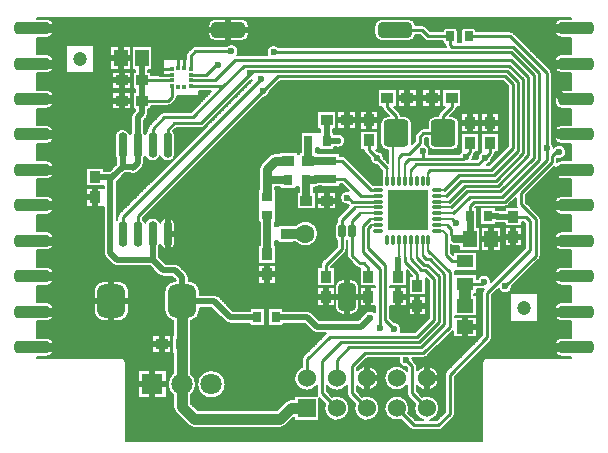
<source format=gtl>
G04 Layer_Physical_Order=1*
G04 Layer_Color=255*
%FSLAX24Y24*%
%MOIN*%
G70*
G01*
G75*
%ADD10C,0.0079*%
%ADD11C,0.0472*%
%ADD12R,0.0394X0.0354*%
%ADD13R,0.0354X0.0394*%
%ADD14R,0.0276X0.0354*%
G04:AMPARAMS|DCode=15|XSize=94.5mil|YSize=110.2mil|CornerRadius=23.6mil|HoleSize=0mil|Usage=FLASHONLY|Rotation=180.000|XOffset=0mil|YOffset=0mil|HoleType=Round|Shape=RoundedRectangle|*
%AMROUNDEDRECTD15*
21,1,0.0945,0.0630,0,0,180.0*
21,1,0.0472,0.1102,0,0,180.0*
1,1,0.0472,-0.0236,0.0315*
1,1,0.0472,0.0236,0.0315*
1,1,0.0472,0.0236,-0.0315*
1,1,0.0472,-0.0236,-0.0315*
%
%ADD15ROUNDEDRECTD15*%
%ADD16R,0.0157X0.0118*%
%ADD17R,0.0118X0.0157*%
%ADD18R,0.0453X0.0571*%
G04:AMPARAMS|DCode=19|XSize=90.6mil|YSize=82.7mil|CornerRadius=12.4mil|HoleSize=0mil|Usage=FLASHONLY|Rotation=90.000|XOffset=0mil|YOffset=0mil|HoleType=Round|Shape=RoundedRectangle|*
%AMROUNDEDRECTD19*
21,1,0.0906,0.0579,0,0,90.0*
21,1,0.0657,0.0827,0,0,90.0*
1,1,0.0248,0.0289,0.0329*
1,1,0.0248,0.0289,-0.0329*
1,1,0.0248,-0.0289,-0.0329*
1,1,0.0248,-0.0289,0.0329*
%
%ADD19ROUNDEDRECTD19*%
%ADD20R,0.1358X0.1358*%
%ADD21O,0.0335X0.0110*%
%ADD22O,0.0110X0.0335*%
%ADD23R,0.0551X0.0413*%
%ADD24R,0.0571X0.0453*%
G04:AMPARAMS|DCode=25|XSize=43.3mil|YSize=23.6mil|CornerRadius=5.9mil|HoleSize=0mil|Usage=FLASHONLY|Rotation=270.000|XOffset=0mil|YOffset=0mil|HoleType=Round|Shape=RoundedRectangle|*
%AMROUNDEDRECTD25*
21,1,0.0433,0.0118,0,0,270.0*
21,1,0.0315,0.0236,0,0,270.0*
1,1,0.0118,-0.0059,-0.0157*
1,1,0.0118,-0.0059,0.0157*
1,1,0.0118,0.0059,0.0157*
1,1,0.0118,0.0059,-0.0157*
%
%ADD25ROUNDEDRECTD25*%
G04:AMPARAMS|DCode=26|XSize=94.5mil|YSize=59.1mil|CornerRadius=14.8mil|HoleSize=0mil|Usage=FLASHONLY|Rotation=270.000|XOffset=0mil|YOffset=0mil|HoleType=Round|Shape=RoundedRectangle|*
%AMROUNDEDRECTD26*
21,1,0.0945,0.0295,0,0,270.0*
21,1,0.0650,0.0591,0,0,270.0*
1,1,0.0295,-0.0148,-0.0325*
1,1,0.0295,-0.0148,0.0325*
1,1,0.0295,0.0148,0.0325*
1,1,0.0295,0.0148,-0.0325*
%
%ADD26ROUNDEDRECTD26*%
%ADD27R,0.0354X0.0276*%
%ADD28O,0.0295X0.0850*%
G04:AMPARAMS|DCode=29|XSize=114.2mil|YSize=51.2mil|CornerRadius=12.8mil|HoleSize=0mil|Usage=FLASHONLY|Rotation=180.000|XOffset=0mil|YOffset=0mil|HoleType=Round|Shape=RoundedRectangle|*
%AMROUNDEDRECTD29*
21,1,0.1142,0.0256,0,0,180.0*
21,1,0.0886,0.0512,0,0,180.0*
1,1,0.0256,-0.0443,0.0128*
1,1,0.0256,0.0443,0.0128*
1,1,0.0256,0.0443,-0.0128*
1,1,0.0256,-0.0443,-0.0128*
%
%ADD29ROUNDEDRECTD29*%
G04:AMPARAMS|DCode=30|XSize=28mil|YSize=35.8mil|CornerRadius=2.8mil|HoleSize=0mil|Usage=FLASHONLY|Rotation=0.000|XOffset=0mil|YOffset=0mil|HoleType=Round|Shape=RoundedRectangle|*
%AMROUNDEDRECTD30*
21,1,0.0280,0.0302,0,0,0.0*
21,1,0.0224,0.0358,0,0,0.0*
1,1,0.0056,0.0112,-0.0151*
1,1,0.0056,-0.0112,-0.0151*
1,1,0.0056,-0.0112,0.0151*
1,1,0.0056,0.0112,0.0151*
%
%ADD30ROUNDEDRECTD30*%
%ADD31C,0.0197*%
%ADD32C,0.0315*%
%ADD33C,0.0098*%
%ADD34C,0.0276*%
%ADD35C,0.0236*%
%ADD36C,0.0394*%
%ADD37C,0.0295*%
%ADD38C,0.0256*%
%ADD39C,0.0354*%
%ADD40R,0.0256X0.0384*%
%ADD41R,0.0256X0.0325*%
%ADD42R,0.0630X0.0335*%
%ADD43C,0.0709*%
%ADD44R,0.0709X0.0709*%
%ADD45C,0.0630*%
G04:AMPARAMS|DCode=46|XSize=118.1mil|YSize=39.4mil|CornerRadius=9.8mil|HoleSize=0mil|Usage=FLASHONLY|Rotation=0.000|XOffset=0mil|YOffset=0mil|HoleType=Round|Shape=RoundedRectangle|*
%AMROUNDEDRECTD46*
21,1,0.1181,0.0197,0,0,0.0*
21,1,0.0984,0.0394,0,0,0.0*
1,1,0.0197,0.0492,-0.0098*
1,1,0.0197,-0.0492,-0.0098*
1,1,0.0197,-0.0492,0.0098*
1,1,0.0197,0.0492,0.0098*
%
%ADD46ROUNDEDRECTD46*%
%ADD47C,0.0600*%
%ADD48R,0.0600X0.0600*%
%ADD49C,0.0236*%
D10*
X42618Y42126D02*
G03*
X42402Y41909I0J-217D01*
G01*
Y41713D02*
G03*
X42618Y41496I217J0D01*
G01*
Y40945D02*
G03*
X42402Y40728I0J-217D01*
G01*
X41046Y41654D02*
G03*
X40928Y41703I-118J-118D01*
G01*
X41046Y41654D02*
G03*
X40928Y41703I-118J-118D01*
G01*
X42402Y40531D02*
G03*
X42618Y40315I217J0D01*
G01*
Y39764D02*
G03*
X42402Y39547I0J-217D01*
G01*
Y39350D02*
G03*
X42618Y39134I217J0D01*
G01*
X42303Y40328D02*
G03*
X42254Y40446I-167J0D01*
G01*
X42303Y40328D02*
G03*
X42254Y40446I-167J0D01*
G01*
X39794Y41703D02*
G03*
X39649Y41833I-145J-16D01*
G01*
X39425D02*
G03*
X39279Y41687I0J-146D01*
G01*
X39185D02*
G03*
X39039Y41833I-146J0D01*
G01*
X39095Y39055D02*
G03*
X39144Y39173I-118J118D01*
G01*
X39095Y39055D02*
G03*
X39144Y39173I-118J118D01*
G01*
X39232Y38636D02*
G03*
X38990Y38878I-242J0D01*
G01*
X42795Y37687D02*
G03*
X42372Y37831I-236J0D01*
G01*
X42490Y37461D02*
G03*
X42795Y37687I69J226D01*
G01*
X42618Y38583D02*
G03*
X42402Y38366I0J-217D01*
G01*
Y38169D02*
G03*
X42618Y37953I217J0D01*
G01*
X42372Y37831D02*
G03*
X42303Y37992I-236J-6D01*
G01*
X42618Y37402D02*
G03*
X42490Y37360I0J-217D01*
G01*
X42402Y36988D02*
G03*
X42618Y36772I217J0D01*
G01*
Y36220D02*
G03*
X42402Y36004I0J-217D01*
G01*
Y35807D02*
G03*
X42618Y35591I217J0D01*
G01*
X41939Y35447D02*
G03*
X41890Y35566I-167J0D01*
G01*
X41939Y35447D02*
G03*
X41890Y35566I-167J0D01*
G01*
X41112Y35940D02*
G03*
X41140Y35846I167J0D01*
G01*
X41112Y35940D02*
G03*
X41140Y35846I167J0D01*
G01*
X40736Y35856D02*
G03*
X40855Y35905I0J167D01*
G01*
X40736Y35856D02*
G03*
X40855Y35905I0J167D01*
G01*
X40364Y37539D02*
G03*
X40413Y37657I-118J118D01*
G01*
X40364Y37539D02*
G03*
X40413Y37657I-118J118D01*
G01*
X39951Y37689D02*
G03*
X39843Y37491I128J-199D01*
G01*
X40443Y35317D02*
G03*
X40636Y35315I98J215D01*
G01*
Y35748D02*
G03*
X40474Y35758I-94J-217D01*
G01*
X40146Y37264D02*
G03*
X40315Y37490I-67J226D01*
G01*
X39291Y37706D02*
G03*
X39230Y37618I157J-176D01*
G01*
X39705Y37569D02*
G03*
X39754Y37677I-118J118D01*
G01*
X39705Y37569D02*
G03*
X39754Y37677I-118J118D01*
G01*
X38990Y37736D02*
G03*
X39232Y37978I0J242D01*
G01*
X39668Y37441D02*
G03*
X39685Y37530I-219J89D01*
G01*
X38815Y41833D02*
G03*
X38670Y41703I0J-146D01*
G01*
X38760Y41249D02*
G03*
X38775Y41181I167J1D01*
G01*
X38670Y41368D02*
G03*
X38760Y41249I145J16D01*
G01*
X38760D02*
G03*
X38775Y41181I167J1D01*
G01*
X38080Y41417D02*
G03*
X38199Y41368I118J118D01*
G01*
X38080Y41417D02*
G03*
X38199Y41368I118J118D01*
G01*
X38101Y41870D02*
G03*
X37982Y41919I-118J-118D01*
G01*
X38101Y41870D02*
G03*
X37982Y41919I-118J-118D01*
G01*
X37772D02*
G03*
X37530Y42126I-243J-39D01*
G01*
Y41378D02*
G03*
X37772Y41585I0J246D01*
G01*
X36644Y42126D02*
G03*
X36398Y41880I0J-246D01*
G01*
Y41624D02*
G03*
X36644Y41378I246J0D01*
G01*
X36654Y39173D02*
G03*
X36703Y39055I167J0D01*
G01*
X36654Y39173D02*
G03*
X36703Y39055I167J0D01*
G01*
X38582Y39016D02*
G03*
X38533Y38898I118J-118D01*
G01*
X38582Y39016D02*
G03*
X38533Y38898I118J-118D01*
G01*
X38411Y38878D02*
G03*
X38169Y38636I0J-242D01*
G01*
X37657D02*
G03*
X37415Y38878I-242J0D01*
G01*
X37293D02*
G03*
X37244Y38986I-167J-10D01*
G01*
X38031Y38474D02*
G03*
X37913Y38425I0J-167D01*
G01*
X38031Y38474D02*
G03*
X37913Y38425I0J-167D01*
G01*
X37795Y38307D02*
G03*
X37746Y38189I118J-118D01*
G01*
X37795Y38307D02*
G03*
X37746Y38189I118J-118D01*
G01*
X37293Y38878D02*
G03*
X37244Y38986I-167J-10D01*
G01*
X36837Y38878D02*
G03*
X36594Y38636I0J-242D01*
G01*
X38169Y37978D02*
G03*
X38411Y37736I242J0D01*
G01*
X38076Y37941D02*
G03*
X38081Y37982I-162J41D01*
G01*
X38238Y37717D02*
G03*
X38076Y37941I-236J0D01*
G01*
D02*
G03*
X38081Y37982I-162J41D01*
G01*
X38217Y37618D02*
G03*
X38238Y37717I-215J98D01*
G01*
X36594Y37978D02*
G03*
X36837Y37736I242J0D01*
G01*
X36722Y37480D02*
G03*
X36477Y37716I-236J0D01*
G01*
X36250Y37470D02*
G03*
X36476Y37244I236J10D01*
G01*
X36663Y36897D02*
G03*
X36648Y36825I157J-72D01*
G01*
X36423Y36600D02*
G03*
X36378Y36594I0J-173D01*
G01*
X36053Y37736D02*
G03*
X36102Y37618I167J0D01*
G01*
X35423Y38061D02*
G03*
X35093Y38278I-236J0D01*
G01*
Y37844D02*
G03*
X35423Y38061I94J217D01*
G01*
X36053Y37736D02*
G03*
X36102Y37618I167J0D01*
G01*
X35434Y37510D02*
G03*
X35315Y37559I-118J-118D01*
G01*
X35521Y35915D02*
G03*
X35554Y35890I118J118D01*
G01*
X35551Y36387D02*
G03*
X35510Y35927I-69J-226D01*
G01*
X35521Y35915D02*
G03*
X35554Y35890I118J118D01*
G01*
X35434Y37510D02*
G03*
X35315Y37559I-118J-118D01*
G01*
X35187Y35522D02*
G03*
X35138Y35404I118J-118D01*
G01*
X35187Y35522D02*
G03*
X35138Y35404I118J-118D01*
G01*
X42618Y35039D02*
G03*
X42402Y34823I0J-217D01*
G01*
Y34626D02*
G03*
X42618Y34409I217J0D01*
G01*
X41890Y34104D02*
G03*
X41939Y34222I-118J118D01*
G01*
X41890Y34104D02*
G03*
X41939Y34222I-118J118D01*
G01*
X42618Y33858D02*
G03*
X42402Y33642I0J-217D01*
G01*
Y33445D02*
G03*
X42618Y33228I217J0D01*
G01*
X38937Y34584D02*
G03*
X39085Y34537I148J209D01*
G01*
X40534Y33132D02*
G03*
X40994Y33208I224J76D01*
G01*
X40295Y33366D02*
G03*
X39844Y33455I-236J-10D01*
G01*
X39990Y33120D02*
G03*
X40022Y33123I0J167D01*
G01*
X39990Y33120D02*
G03*
X40022Y33123I0J167D01*
G01*
X40039Y33110D02*
G03*
X39990Y32992I118J-118D01*
G01*
X40039Y33110D02*
G03*
X39990Y32992I118J-118D01*
G01*
X42618Y32677D02*
G03*
X42402Y32461I0J-217D01*
G01*
Y32264D02*
G03*
X42618Y32047I217J0D01*
G01*
Y31496D02*
G03*
X42402Y31280I0J-217D01*
G01*
Y31083D02*
G03*
X42618Y30866I217J0D01*
G01*
X40276Y31397D02*
G03*
X40325Y31516I-118J118D01*
G01*
X40276Y31397D02*
G03*
X40325Y31516I-118J118D01*
G01*
X40157Y30827D02*
G03*
X40000Y30669I0J-157D01*
G01*
X40157Y30827D02*
G03*
X40000Y30669I0J-157D01*
G01*
X38789Y30384D02*
G03*
X38740Y30266I118J-118D01*
G01*
X38789Y30384D02*
G03*
X38740Y30266I118J-118D01*
G01*
X39026Y28829D02*
G03*
X39075Y28947I-118J118D01*
G01*
X39026Y28829D02*
G03*
X39075Y28947I-118J118D01*
G01*
X38035Y30827D02*
G03*
X38153Y30876I0J167D01*
G01*
X38035Y30827D02*
G03*
X38153Y30876I0J167D01*
G01*
X37293Y31791D02*
G03*
X37057Y32028I-236J0D01*
G01*
X37272Y31693D02*
G03*
X37293Y31791I-215J98D01*
G01*
X35787Y33858D02*
G03*
X35906Y33809I118J118D01*
G01*
X35787Y33858D02*
G03*
X35906Y33809I118J118D01*
G01*
X35896Y33179D02*
G03*
X35630Y33445I-266J0D01*
G01*
X35423Y34330D02*
G03*
X35472Y34449I-118J118D01*
G01*
X35423Y34330D02*
G03*
X35472Y34449I-118J118D01*
G01*
X35069Y34882D02*
G03*
X35138Y34742I177J0D01*
G01*
Y35337D02*
G03*
X35069Y35197I108J-140D01*
G01*
X35492Y34222D02*
G03*
X35541Y34104I167J0D01*
G01*
X35492Y34222D02*
G03*
X35541Y34104I167J0D01*
G01*
X35335Y33445D02*
G03*
X35069Y33179I0J-266D01*
G01*
X36407Y32341D02*
G03*
X36030Y32252I-157J-176D01*
G01*
X35630Y32264D02*
G03*
X35896Y32530I0J266D01*
G01*
X35069D02*
G03*
X35335Y32264I266J0D01*
G01*
X37815Y30541D02*
G03*
X37766Y30660I-167J0D01*
G01*
X37815Y30541D02*
G03*
X37766Y30660I-167J0D01*
G01*
X38562Y30144D02*
G03*
X37815Y30402I-418J0D01*
G01*
Y29885D02*
G03*
X38562Y30144I329J258D01*
G01*
X37677Y30748D02*
G03*
X37664Y30827I-236J-0D01*
G01*
X37218D02*
G03*
X37441Y30512I223J-79D01*
G01*
X37480Y29640D02*
G03*
X37529Y29521I167J0D01*
G01*
X37480Y29640D02*
G03*
X37529Y29521I167J0D01*
G01*
X38562Y29144D02*
G03*
X37991Y29533I-418J0D01*
G01*
X38253Y28740D02*
G03*
X38562Y29144I-109J404D01*
G01*
X37754Y29296D02*
G03*
X38034Y28740I389J-153D01*
G01*
X38533Y28406D02*
G03*
X38652Y28455I0J167D01*
G01*
X38533Y28406D02*
G03*
X38652Y28455I0J167D01*
G01*
X37533Y28991D02*
G03*
X37562Y29144I-389J153D01*
G01*
X37596Y28455D02*
G03*
X37715Y28406I118J118D01*
G01*
X37596Y28455D02*
G03*
X37715Y28406I118J118D01*
G01*
X37480Y30392D02*
G03*
X37480Y29896I-337J-248D01*
G01*
X36562Y30144D02*
G03*
X35817Y30405I-418J0D01*
G01*
Y29883D02*
G03*
X36562Y30144I327J261D01*
G01*
X35482Y29638D02*
G03*
X35531Y29519I167J0D01*
G01*
X35482Y29638D02*
G03*
X35531Y29519I167J0D01*
G01*
X37562Y29144D02*
G03*
X37296Y28754I-418J0D01*
G01*
X36562Y29144D02*
G03*
X35991Y29533I-418J0D01*
G01*
X35754Y29296D02*
G03*
X36562Y29144I389J-153D01*
G01*
X35562D02*
G03*
X34991Y29533I-418J0D01*
G01*
X33208Y41181D02*
G03*
X32827Y40915I-167J-167D01*
G01*
X32224Y41880D02*
G03*
X31978Y42126I-246J0D01*
G01*
Y41378D02*
G03*
X32224Y41624I0J246D01*
G01*
X32274Y40069D02*
G03*
X32319Y40075I-10J236D01*
G01*
X32697Y39498D02*
G03*
X32923Y39724I-10J236D01*
G01*
X31093Y42126D02*
G03*
X30846Y41880I0J-246D01*
G01*
Y41624D02*
G03*
X31093Y41378I246J0D01*
G01*
X31870Y41043D02*
G03*
X31467Y41211I-236J0D01*
G01*
X31832Y40915D02*
G03*
X31870Y41043I-199J128D01*
G01*
X30423Y41211D02*
G03*
X30305Y41162I0J-167D01*
G01*
X30423Y41211D02*
G03*
X30305Y41162I0J-167D01*
G01*
X30157Y41014D02*
G03*
X30108Y40896I118J-118D01*
G01*
X30157Y41014D02*
G03*
X30108Y40896I118J-118D01*
G01*
X29764Y39399D02*
G03*
X29813Y39518I-118J118D01*
G01*
X29764Y39399D02*
G03*
X29813Y39518I-118J118D01*
G01*
X34419Y36506D02*
G03*
X34536Y36535I0J246D01*
G01*
X34419Y36506D02*
G03*
X34536Y36535I0J246D01*
G01*
X33100Y37657D02*
G03*
X32912Y37580I0J-266D01*
G01*
X33100Y37657D02*
G03*
X32912Y37579I0J-266D01*
G01*
X32637Y37304D02*
G03*
X32559Y37116I188J-188D01*
G01*
X32637Y37304D02*
G03*
X32559Y37116I188J-188D01*
G01*
X30610Y38474D02*
G03*
X30729Y38523I0J167D01*
G01*
X30610Y38474D02*
G03*
X30729Y38523I0J167D01*
G01*
X29768Y38188D02*
G03*
X29693Y38373I-266J0D01*
G01*
X29702Y37458D02*
G03*
X29768Y37633I-200J175D01*
G01*
X29528Y39232D02*
G03*
X29646Y39281I0J167D01*
G01*
X29528Y39232D02*
G03*
X29646Y39281I0J167D01*
G01*
X25709Y41909D02*
G03*
X25492Y42126I-217J0D01*
G01*
Y41496D02*
G03*
X25709Y41713I0J217D01*
G01*
Y40728D02*
G03*
X25492Y40945I-217J0D01*
G01*
Y40315D02*
G03*
X25709Y40532I0J217D01*
G01*
Y39547D02*
G03*
X25492Y39764I-217J0D01*
G01*
Y39134D02*
G03*
X25709Y39350I0J217D01*
G01*
X29400Y39026D02*
G03*
X29281Y38977I0J-167D01*
G01*
X29400Y39026D02*
G03*
X29281Y38977I0J-167D01*
G01*
X28804Y38833D02*
G03*
X28868Y38986I-153J153D01*
G01*
X28805Y38833D02*
G03*
X28868Y38986I-153J153D01*
G01*
X28884Y38579D02*
G03*
X28835Y38461I118J-118D01*
G01*
X28884Y38579D02*
G03*
X28835Y38461I118J-118D01*
G01*
X29252Y37543D02*
G03*
X29677Y37433I250J90D01*
G01*
X28752Y37543D02*
G03*
X29252Y37543I250J90D01*
G01*
X28349Y38990D02*
G03*
X28285Y38837I153J-153D01*
G01*
X28349Y38990D02*
G03*
X28285Y38837I153J-153D01*
G01*
X28835Y38394D02*
G03*
X28752Y38278I167J-206D01*
G01*
D02*
G03*
X28719Y38342I-250J-90D01*
G01*
X28285D02*
G03*
X28252Y38278I217J-154D01*
G01*
X28719Y37479D02*
G03*
X28752Y37543I-217J154D01*
G01*
X28655Y37158D02*
G03*
X28719Y37311I-153J153D01*
G01*
X28655Y37158D02*
G03*
X28719Y37311I-153J153D01*
G01*
X28266Y36969D02*
G03*
X28509Y37012I90J197D01*
G01*
X27884Y35640D02*
G03*
X27835Y35522I118J-118D01*
G01*
X27884Y35640D02*
G03*
X27835Y35522I118J-118D01*
G01*
X28252Y38278D02*
G03*
X27736Y38188I-250J-90D01*
G01*
Y37633D02*
G03*
X27785Y37479I266J0D01*
G01*
X25492Y37953D02*
G03*
X25709Y38169I0J217D01*
G01*
Y38366D02*
G03*
X25492Y38583I-217J0D01*
G01*
X25709Y37185D02*
G03*
X25492Y37402I-217J0D01*
G01*
Y36772D02*
G03*
X25709Y36988I0J217D01*
G01*
Y36004D02*
G03*
X25492Y36220I-217J0D01*
G01*
Y35591D02*
G03*
X25709Y35807I0J217D01*
G01*
X34655Y34036D02*
G03*
X34606Y33917I118J-118D01*
G01*
X34655Y34036D02*
G03*
X34606Y33917I118J-118D01*
G01*
X34528Y34961D02*
G03*
X33769Y35246I-433J0D01*
G01*
Y34675D02*
G03*
X34528Y34961I326J285D01*
G01*
X34316Y32328D02*
G03*
X34163Y32392I-153J-153D01*
G01*
X34317Y32328D02*
G03*
X34163Y32392I-153J-153D01*
G01*
X31206Y32870D02*
G03*
X31053Y32933I-153J-153D01*
G01*
X31207Y32869D02*
G03*
X31053Y32933I-153J-153D01*
G01*
X34813Y29888D02*
G03*
X35482Y29898I331J256D01*
G01*
X34325Y31707D02*
G03*
X34478Y31644I153J153D01*
G01*
X34325Y31707D02*
G03*
X34478Y31644I153J153D01*
G01*
X33976Y30527D02*
G03*
X34478Y29893I167J-383D01*
G01*
Y29642D02*
G03*
X34499Y29562I167J0D01*
G01*
X34478Y29642D02*
G03*
X34499Y29562I167J0D01*
G01*
X34025Y30886D02*
G03*
X33976Y30768I118J-118D01*
G01*
X34025Y30886D02*
G03*
X33976Y30768I118J-118D01*
G01*
X34754Y29296D02*
G03*
X35562Y29144I389J-153D01*
G01*
X33612Y29439D02*
G03*
X33403Y29352I0J-295D01*
G01*
X33612Y29439D02*
G03*
X33403Y29352I0J-295D01*
G01*
X33258Y28494D02*
G03*
X33467Y28581I0J295D01*
G01*
X33258Y28494D02*
G03*
X33467Y28581I0J295D01*
G01*
X31441Y32022D02*
G03*
X31594Y31959I153J153D01*
G01*
X31441Y32022D02*
G03*
X31594Y31959I153J153D01*
G01*
X31437Y29941D02*
G03*
X31437Y29941I-472J0D01*
G01*
X29768Y35238D02*
G03*
X29252Y35328I-266J0D01*
G01*
Y34593D02*
G03*
X29768Y34683I250J90D01*
G01*
X29898Y33903D02*
G03*
X29744Y33967I-153J-153D01*
G01*
X30206Y33505D02*
G03*
X30142Y33658I-217J0D01*
G01*
X29897Y33903D02*
G03*
X29744Y33967I-153J-153D01*
G01*
X30206Y33505D02*
G03*
X30142Y33658I-217J0D01*
G01*
X29218Y34529D02*
G03*
X29252Y34593I-217J154D01*
G01*
Y35328D02*
G03*
X28752Y35328I-250J-90D01*
G01*
D02*
G03*
X28669Y35444I-250J-90D01*
G01*
X29197Y33597D02*
G03*
X29350Y33533I153J153D01*
G01*
X29197Y33597D02*
G03*
X29350Y33533I153J153D01*
G01*
X30580Y33031D02*
G03*
X30225Y33386I-354J0D01*
G01*
X29753D02*
G03*
X29399Y33031I0J-354D01*
G01*
X28220D02*
G03*
X27865Y33386I-354J0D01*
G01*
X27382Y34311D02*
G03*
X27445Y34158I217J0D01*
G01*
X27382Y34311D02*
G03*
X27446Y34158I217J0D01*
G01*
X27658Y33945D02*
G03*
X27811Y33882I153J153D01*
G01*
X27658Y33946D02*
G03*
X27811Y33882I153J153D01*
G01*
X25709Y34823D02*
G03*
X25492Y35039I-217J0D01*
G01*
Y34409D02*
G03*
X25709Y34626I0J217D01*
G01*
Y33642D02*
G03*
X25492Y33858I-217J0D01*
G01*
X27393Y33386D02*
G03*
X27039Y33031I0J-354D01*
G01*
X25492Y33228D02*
G03*
X25709Y33445I0J217D01*
G01*
Y32461D02*
G03*
X25492Y32677I-217J0D01*
G01*
X30276Y32051D02*
G03*
X30580Y32402I-50J351D01*
G01*
X29399D02*
G03*
X29685Y32054I354J0D01*
G01*
X30453Y29941D02*
G03*
X30276Y30310I-472J0D01*
G01*
Y29572D02*
G03*
X30453Y29941I-295J369D01*
G01*
X30175Y28581D02*
G03*
X30384Y28494I209J209D01*
G01*
X30175Y28581D02*
G03*
X30384Y28494I209J209D01*
G01*
X29685Y30310D02*
G03*
X29685Y29572I295J-369D01*
G01*
Y29193D02*
G03*
X29772Y28984I295J0D01*
G01*
X29685Y29193D02*
G03*
X29772Y28984I295J0D01*
G01*
X27865Y32047D02*
G03*
X28220Y32402I0J354D01*
G01*
X27039D02*
G03*
X27393Y32047I354J0D01*
G01*
X25492Y32047D02*
G03*
X25709Y32264I0J217D01*
G01*
X25492Y30866D02*
G03*
X25709Y31083I0J217D01*
G01*
Y31280D02*
G03*
X25492Y31496I-217J0D01*
G01*
X28110Y30669D02*
G03*
X27953Y30827I-157J0D01*
G01*
X28110Y30669D02*
G03*
X27953Y30827I-157J0D01*
G01*
X42933Y42126D02*
Y42165D01*
X42874Y42126D02*
Y42165D01*
X42953Y42126D02*
Y42165D01*
X42638Y42126D02*
Y42165D01*
X42815Y42126D02*
Y42165D01*
X42618Y41496D02*
X42953D01*
Y40945D02*
Y41496D01*
X42697Y42126D02*
Y42165D01*
X42756Y42126D02*
Y42165D01*
X42579Y42122D02*
Y42165D01*
X42618Y42126D02*
X42953D01*
X42461Y42058D02*
Y42165D01*
X42520Y42102D02*
Y42165D01*
X42579Y40941D02*
Y41500D01*
X42520Y40921D02*
Y41520D01*
X41184Y41516D02*
X42528D01*
X42874Y40945D02*
Y41496D01*
X42815Y40945D02*
Y41496D01*
X42933Y40945D02*
Y41496D01*
X42697Y40945D02*
Y41496D01*
X42756Y40945D02*
Y41496D01*
X42638Y40945D02*
Y41496D01*
X42618Y40945D02*
X42953D01*
X41775Y40925D02*
X42528D01*
X41421Y41279D02*
X42953D01*
X41361Y41339D02*
X42953D01*
X41480Y41220D02*
X42953D01*
X41243Y41457D02*
X42953D01*
X41302Y41398D02*
X42953D01*
X41657Y41043D02*
X42953D01*
X41716Y40984D02*
X42953D01*
X41539Y41161D02*
X42953D01*
X41598Y41102D02*
X42953D01*
X41811Y40889D02*
Y42165D01*
X41752Y40948D02*
Y42165D01*
X41870Y40830D02*
Y42165D01*
X41634Y41066D02*
Y42165D01*
X41693Y41007D02*
Y42165D01*
X42047Y40653D02*
Y42165D01*
X42106Y40594D02*
Y42165D01*
X41929Y40771D02*
Y42165D01*
X41988Y40712D02*
Y42165D01*
X40984Y41693D02*
Y42165D01*
X40925Y41703D02*
Y42165D01*
X41043Y41657D02*
Y42165D01*
X40807Y41703D02*
Y42165D01*
X40866Y41703D02*
Y42165D01*
X41516Y41184D02*
Y42165D01*
X41575Y41125D02*
Y42165D01*
X41398Y41302D02*
Y42165D01*
X41457Y41243D02*
Y42165D01*
X42461Y40877D02*
Y41564D01*
X41834Y40866D02*
X42451D01*
X41893Y40807D02*
X42416D01*
X41339Y41361D02*
Y42165D01*
X42402Y41713D02*
Y41909D01*
X41952Y40748D02*
X42402D01*
X42011Y40689D02*
X42402D01*
X42070Y40630D02*
X42402D01*
X42129Y40571D02*
X42402D01*
X41102Y41598D02*
Y42165D01*
X40985Y41693D02*
X42402D01*
X41066Y41634D02*
X42416D01*
X41279Y41421D02*
Y42165D01*
X41125Y41575D02*
X42451D01*
X41161Y41539D02*
Y42165D01*
X41220Y41480D02*
Y42165D01*
X42756Y39764D02*
Y40315D01*
X42697Y39764D02*
Y40315D01*
X42618D02*
X42953D01*
X42638Y39764D02*
Y40315D01*
X42933Y39764D02*
Y40315D01*
X42953Y39764D02*
Y40315D01*
X42815Y39764D02*
Y40315D01*
X42874Y39764D02*
Y40315D01*
X42303Y40098D02*
X42953D01*
X42303Y40157D02*
X42953D01*
X42303Y40039D02*
X42953D01*
X42303Y40276D02*
X42953D01*
X42303Y40216D02*
X42953D01*
X42303Y39862D02*
X42953D01*
X42303Y39803D02*
X42953D01*
X42303Y39980D02*
X42953D01*
X42303Y39921D02*
X42953D01*
X42618Y39134D02*
X42953D01*
X42618Y39764D02*
X42953D01*
Y38583D02*
Y39134D01*
X42874Y38583D02*
Y39134D01*
X42933Y38583D02*
Y39134D01*
X42756Y38583D02*
Y39134D01*
X42815Y38583D02*
Y39134D01*
X42638Y38583D02*
Y39134D01*
X42697Y38583D02*
Y39134D01*
X42303Y39035D02*
X42953D01*
X42303Y39094D02*
X42953D01*
X42303Y38976D02*
X42953D01*
X42303Y38799D02*
X42953D01*
X42303Y38740D02*
X42953D01*
X42303Y38917D02*
X42953D01*
X42303Y38858D02*
X42953D01*
X42520Y39740D02*
Y40339D01*
X42303Y40335D02*
X42528D01*
X42579Y39760D02*
Y40319D01*
X42402Y40531D02*
Y40728D01*
X42290Y40394D02*
X42451D01*
X42401Y37863D02*
Y42165D01*
X42461Y39696D02*
Y40383D01*
X42342Y37939D02*
Y42165D01*
X42303Y37992D02*
Y40328D01*
X42188Y40512D02*
X42402D01*
X41046Y41654D02*
X42254Y40446D01*
X42247Y40453D02*
X42416D01*
X42165Y40535D02*
Y42165D01*
X42224Y40476D02*
Y42165D01*
X42283Y40406D02*
Y42165D01*
X40748Y37805D02*
Y39976D01*
X42303Y39685D02*
X42451D01*
X42303Y39744D02*
X42528D01*
X42303Y39626D02*
X42416D01*
X42303Y39567D02*
X42402D01*
X42303Y39508D02*
X42402D01*
X42520Y38559D02*
Y39158D01*
X42579Y38579D02*
Y39137D01*
X42402Y39350D02*
Y39547D01*
X42461Y38515D02*
Y39202D01*
X42303Y39331D02*
X42402D01*
X42303Y39272D02*
X42416D01*
X42303Y39449D02*
X42402D01*
X42303Y39390D02*
X42402D01*
X42303Y39213D02*
X42451D01*
X42303Y39153D02*
X42528D01*
X40807Y37864D02*
Y39916D01*
X40837Y37894D02*
Y39887D01*
X40453Y41703D02*
Y42165D01*
X40394Y41703D02*
Y42165D01*
X40512Y41703D02*
Y42165D01*
X40276Y41703D02*
Y42165D01*
X40335Y41703D02*
Y42165D01*
X40689Y41703D02*
Y42165D01*
X40748Y41703D02*
Y42165D01*
X40571Y41703D02*
Y42165D01*
X40630Y41703D02*
Y42165D01*
X39921Y41703D02*
Y42165D01*
X39862Y41703D02*
Y42165D01*
X39980Y41703D02*
Y42165D01*
X39744Y41798D02*
Y42165D01*
X39803Y41703D02*
Y42165D01*
X40157Y41703D02*
Y42165D01*
X40216Y41703D02*
Y42165D01*
X40039Y41703D02*
Y42165D01*
X40098Y41703D02*
Y42165D01*
X39780Y41752D02*
X42402D01*
X39726Y41811D02*
X42402D01*
X39794Y41703D02*
X40928D01*
X40684Y40039D02*
X40837Y39887D01*
X39291Y39390D02*
X40837D01*
X39291Y39331D02*
X40837D01*
X39291Y39567D02*
X40837D01*
X39291Y39449D02*
X40837D01*
X37710Y42047D02*
X42451D01*
X37626Y42106D02*
X42528D01*
X37751Y41988D02*
X42416D01*
X37771Y41929D02*
X42402D01*
X38101Y41870D02*
X42402D01*
X39291Y39626D02*
X40837D01*
X39291Y39508D02*
X40837D01*
X39291Y39744D02*
X40837D01*
X39291Y39685D02*
X40837D01*
X39626Y41833D02*
Y42165D01*
X39567Y41833D02*
Y42165D01*
X39425Y41833D02*
X39649D01*
X39449D02*
Y42165D01*
X39508Y41833D02*
Y42165D01*
X39685Y41828D02*
Y42165D01*
X39331Y41798D02*
Y42165D01*
X39390Y41828D02*
Y42165D01*
X39094Y41822D02*
Y42165D01*
X38815Y41833D02*
X39039D01*
X39116Y41811D02*
X39349D01*
X38976Y41833D02*
Y42165D01*
X39035Y41833D02*
Y42165D01*
X39213Y41358D02*
Y42165D01*
X39272Y41358D02*
Y42165D01*
X39153Y41777D02*
Y42165D01*
X39185Y41457D02*
X39279D01*
X39185Y41516D02*
X39279D01*
X39185Y41398D02*
X39279D01*
X39185Y41634D02*
X39279D01*
X39185Y41575D02*
X39279D01*
Y41384D02*
Y41687D01*
X39272Y39774D02*
Y40039D01*
X39185Y41384D02*
Y41687D01*
X39213Y39774D02*
Y40039D01*
X39170Y41752D02*
X39295D01*
X39183Y41358D02*
X39282D01*
X39185Y41693D02*
X39280D01*
X39153Y39774D02*
Y40039D01*
X39094Y39774D02*
Y40039D01*
X38661Y39774D02*
X39291D01*
X38976D02*
Y40039D01*
X39035Y39774D02*
Y40039D01*
X40453Y38976D02*
Y40039D01*
X40394Y38976D02*
Y40039D01*
X40512Y38976D02*
Y40039D01*
X40216Y38976D02*
Y40039D01*
X40276Y38976D02*
Y40039D01*
X40630Y37687D02*
Y40039D01*
X40689Y37746D02*
Y40035D01*
X40335Y38976D02*
Y40039D01*
X40571Y37628D02*
Y40039D01*
X39291Y39213D02*
X40837D01*
X39291Y39272D02*
X40837D01*
X39143Y39153D02*
X40837D01*
X40039Y38976D02*
Y40039D01*
X39124Y39094D02*
X40837D01*
X40098Y38976D02*
Y40039D01*
X40157Y38976D02*
Y40039D01*
X39921Y37666D02*
Y40039D01*
X39980Y38976D02*
Y40039D01*
X40541Y38799D02*
X40837D01*
X40541Y38858D02*
X40837D01*
X40541Y38740D02*
X40837D01*
X40541Y38976D02*
X40837D01*
X40541Y38917D02*
X40837D01*
X40541Y38346D02*
Y38976D01*
X39951D02*
X40541D01*
X39075Y39035D02*
X40837D01*
X39882Y38976D02*
X39951D01*
X39882Y38917D02*
X39951D01*
X39882Y38858D02*
X39951D01*
X39882Y38799D02*
X39951D01*
Y38346D02*
Y38976D01*
X39882Y38740D02*
X39951D01*
X39567Y38976D02*
Y40039D01*
X39508Y38976D02*
Y40039D01*
X39626Y38976D02*
Y40039D01*
X39390Y38976D02*
Y40039D01*
X39449Y38976D02*
Y40039D01*
X39803Y38976D02*
Y40039D01*
X39862Y38976D02*
Y40039D01*
X39685Y38976D02*
Y40039D01*
X39744Y38976D02*
Y40039D01*
X39331Y38976D02*
Y40039D01*
X39291Y39183D02*
Y39774D01*
X39144Y39183D02*
X39291D01*
X39213Y38732D02*
Y39183D01*
X39272Y37686D02*
Y39183D01*
X39153Y38815D02*
Y39183D01*
X38918Y38878D02*
X39095Y39055D01*
X39291Y38976D02*
X39882D01*
X39169Y38799D02*
X39291D01*
X39209Y38740D02*
X39291D01*
X39882Y38346D02*
Y38976D01*
X39291Y38346D02*
Y38976D01*
X39016Y38976D02*
X39291D01*
X38957Y38917D02*
X39291D01*
X38976Y38878D02*
Y38937D01*
X38918Y38878D02*
X38990D01*
X39086Y38858D02*
X39291D01*
X39094Y38854D02*
Y39055D01*
X39035Y38874D02*
Y38996D01*
X42769Y37795D02*
X42953D01*
X42726Y37854D02*
X42953D01*
X42795Y37677D02*
X42953D01*
X42756Y37818D02*
Y37953D01*
X42790Y37736D02*
X42953D01*
X42933Y37402D02*
Y37953D01*
X42953Y37402D02*
Y37953D01*
X42815Y37402D02*
Y37953D01*
X42874Y37402D02*
Y37953D01*
X42618D02*
X42953D01*
X42618Y38583D02*
X42953D01*
X42627Y37913D02*
X42953D01*
X42303Y38681D02*
X42953D01*
X42303Y38622D02*
X42953D01*
X42638Y37910D02*
Y37953D01*
X42697Y37879D02*
Y37953D01*
X42703Y37500D02*
X42953D01*
X42490Y37441D02*
X42953D01*
X42618Y37402D02*
X42953D01*
X42785Y37618D02*
X42953D01*
X42758Y37559D02*
X42953D01*
X42874Y36220D02*
Y36772D01*
X42618D02*
X42953D01*
X42756Y37402D02*
Y37556D01*
X42697Y37402D02*
Y37495D01*
X41814Y36614D02*
X42953D01*
X41755Y36555D02*
X42953D01*
X41696Y36496D02*
X42953D01*
X41932Y36732D02*
X42953D01*
X41873Y36673D02*
X42953D01*
X41519Y36319D02*
X42953D01*
X41460Y36260D02*
X42953D01*
X41637Y36437D02*
X42953D01*
X41578Y36378D02*
X42953D01*
X42303Y38563D02*
X42528D01*
X42320Y37972D02*
X42528D01*
X42303Y38386D02*
X42402D01*
X42402Y38169D02*
Y38366D01*
X42579Y37922D02*
Y37956D01*
X42461Y37902D02*
Y38021D01*
X42520Y37920D02*
Y37976D01*
X42303Y38445D02*
X42416D01*
X42303Y38504D02*
X42451D01*
X42303Y38327D02*
X42402D01*
X42303Y38268D02*
X42402D01*
X42303Y38209D02*
X42402D01*
X42303Y38090D02*
X42416D01*
X42303Y38031D02*
X42451D01*
X42303Y38150D02*
X42402D01*
X42638Y37402D02*
Y37464D01*
X42579Y37398D02*
Y37452D01*
X42490Y37382D02*
X42528D01*
X42355Y37913D02*
X42491D01*
X42520Y37378D02*
Y37454D01*
X42490Y37360D02*
Y37461D01*
X42402Y36988D02*
Y37185D01*
X42287Y37087D02*
X42402D01*
X42227Y37027D02*
X42402D01*
X42168Y36968D02*
X42402D01*
X40541Y37795D02*
X40738D01*
X42346Y37146D02*
X42402D01*
X42050Y36850D02*
X42451D01*
X41991Y36791D02*
X42528D01*
X41447Y36247D02*
X42402Y37202D01*
X42109Y36909D02*
X42416D01*
X42933Y36220D02*
Y36772D01*
X42815Y36220D02*
Y36772D01*
X42953Y36220D02*
Y36772D01*
X42697Y36220D02*
Y36772D01*
X42756Y36220D02*
Y36772D01*
X42638Y36220D02*
Y36772D01*
X42618Y36220D02*
X42953D01*
X42520Y36197D02*
Y36795D01*
X42579Y36217D02*
Y36775D01*
X42461Y36152D02*
Y36840D01*
X41447Y36201D02*
X42528D01*
X41447Y36142D02*
X42451D01*
X41447Y36083D02*
X42416D01*
X41447Y36024D02*
X42402D01*
X41929Y35504D02*
Y36729D01*
X41870Y35586D02*
Y36670D01*
X41447Y36009D02*
X41890Y35566D01*
X42618Y35591D02*
X42953D01*
X41903Y35551D02*
X42953D01*
X41933Y35492D02*
X42953D01*
X42402Y35807D02*
Y36004D01*
X41939Y35315D02*
X42953D01*
X41939Y35256D02*
X42953D01*
X41939Y35433D02*
X42953D01*
X41939Y35374D02*
X42953D01*
X41668Y35787D02*
X42402D01*
X41609Y35846D02*
X42402D01*
X41727Y35728D02*
X42416D01*
X41491Y35965D02*
X42402D01*
X41550Y35905D02*
X42402D01*
X41786Y35669D02*
X42451D01*
X41846Y35610D02*
X42528D01*
X41575Y35881D02*
Y36375D01*
X41516Y35940D02*
Y36316D01*
X41457Y35999D02*
Y36257D01*
X41447Y36009D02*
Y36247D01*
X41112Y35940D02*
Y36163D01*
X41811Y35645D02*
Y36611D01*
X41752Y35704D02*
Y36552D01*
X41693Y35763D02*
Y36493D01*
X41634Y35822D02*
Y36434D01*
X41032Y36083D02*
X41112D01*
X40973Y36024D02*
X41112D01*
X40914Y35965D02*
X41112D01*
X40855Y35905D02*
X41112Y36163D01*
X41102Y35846D02*
Y36153D01*
X41043Y35846D02*
Y36094D01*
X40984Y35846D02*
Y36035D01*
X40925Y35846D02*
Y35976D01*
X40855Y35905D02*
X41116D01*
X40738Y35846D02*
X41140D01*
X40866D02*
Y35917D01*
X40738Y35748D02*
Y35846D01*
X41368Y35364D02*
X41427Y35305D01*
X41329Y35256D02*
X41427D01*
X41329Y35364D02*
X41368D01*
X41329Y35315D02*
X41417D01*
X40571Y35766D02*
Y35856D01*
X40630Y35751D02*
Y35856D01*
X40636Y35315D02*
X40738D01*
X40636Y35315D02*
X40738D01*
X40689Y35748D02*
Y35856D01*
X40636Y35748D02*
X40738D01*
X40541Y38504D02*
X40837D01*
X40541Y38563D02*
X40837D01*
X40541Y38445D02*
X40837D01*
X40541Y38681D02*
X40837D01*
X40541Y38622D02*
X40837D01*
X40541Y38386D02*
X40837D01*
X40512Y38307D02*
Y38346D01*
X40394Y38307D02*
Y38346D01*
X40453Y38307D02*
Y38346D01*
X39882Y38504D02*
X39951D01*
X39882Y38563D02*
X39951D01*
X39882Y38386D02*
X39951D01*
X39882Y38681D02*
X39951D01*
X39882Y38622D02*
X39951D01*
X40335Y38307D02*
Y38346D01*
X39951D02*
X40541D01*
X39980Y38307D02*
Y38346D01*
X40098Y38307D02*
Y38346D01*
X40541Y38150D02*
X40837D01*
X40541Y38209D02*
X40837D01*
X40541Y38090D02*
X40837D01*
X40276Y38307D02*
Y38346D01*
X40541Y38268D02*
X40837D01*
X40541Y38031D02*
X40837D01*
X40541Y37972D02*
X40837D01*
X40541Y37913D02*
X40837D01*
X40541Y37854D02*
X40797D01*
X40216Y38307D02*
Y38346D01*
X39232Y38327D02*
X40837D01*
X39951Y38307D02*
X40541D01*
X40039D02*
Y38346D01*
X40157Y38307D02*
Y38346D01*
X39882Y37854D02*
X39951D01*
X39882Y37795D02*
X39951D01*
X39882Y37972D02*
X39951D01*
X39882Y37913D02*
X39951D01*
X39882Y38445D02*
X39951D01*
X39862Y38307D02*
Y38346D01*
X39803Y38307D02*
Y38346D01*
X39685Y38307D02*
Y38346D01*
X39744Y38307D02*
Y38346D01*
X39567Y38307D02*
Y38346D01*
X39626Y38307D02*
Y38346D01*
X39449Y38307D02*
Y38346D01*
X39508Y38307D02*
Y38346D01*
X39232Y38504D02*
X39291D01*
X39232Y38563D02*
X39291D01*
X39232Y38445D02*
X39291D01*
X39228Y38681D02*
X39291D01*
X39232Y38622D02*
X39291D01*
X39390Y38307D02*
Y38346D01*
X39291D02*
X39882D01*
X39232Y37978D02*
Y38636D01*
Y38386D02*
X39291D01*
X39882Y38268D02*
X39951D01*
X39291Y38307D02*
X39882D01*
Y38209D02*
X39951D01*
X39331Y38307D02*
Y38346D01*
X39232Y38268D02*
X39291D01*
X39882Y38090D02*
X39951D01*
X39882Y38031D02*
X39951D01*
X39232Y38209D02*
X39291D01*
X39882Y38150D02*
X39951D01*
X39232Y38031D02*
X39291D01*
X39232Y37972D02*
X39291D01*
X39232Y38150D02*
X39291D01*
X39232Y38090D02*
X39291D01*
X39223Y37913D02*
X39291D01*
X39198Y37854D02*
X39291D01*
X39149Y37795D02*
X39291D01*
X38411Y37736D02*
X38990D01*
X40541Y37736D02*
X40679D01*
X40413Y37677D02*
X40620D01*
X40409Y37618D02*
X40561D01*
X40541Y37677D02*
Y38307D01*
X40413Y37677D02*
X40541D01*
X40512Y37569D02*
Y37677D01*
X40381Y37559D02*
X40501D01*
X40453Y37510D02*
Y37677D01*
X40394Y37451D02*
Y37579D01*
X39951Y37689D02*
Y38307D01*
X39882Y37736D02*
X39951D01*
X39754Y37677D02*
X39934D01*
X40206Y37264D02*
X40837Y37894D01*
X40315Y37490D02*
X40364Y37539D01*
X40335Y37392D02*
Y37509D01*
X40512Y35766D02*
Y35856D01*
X40453Y35758D02*
Y35856D01*
X40443Y35787D02*
X40738D01*
X40325Y37500D02*
X40442D01*
X40443Y35758D02*
Y35837D01*
Y35256D02*
X40738D01*
X40443Y35758D02*
X40474D01*
X40310Y37441D02*
X40383D01*
X40289Y37382D02*
X40324D01*
X39784Y35856D02*
X40736D01*
X40146Y37264D02*
X40206D01*
X39774Y35846D02*
X40738D01*
X39931Y35837D02*
X40443D01*
X39833Y35728D02*
X39931D01*
X39833Y35669D02*
X39931D01*
X39882Y37677D02*
Y38307D01*
X39754Y37677D02*
X39882D01*
X39862Y37584D02*
Y37677D01*
X39291Y37706D02*
Y38307D01*
X39803Y37451D02*
Y37677D01*
X39744Y37441D02*
Y37630D01*
X38237Y37736D02*
X39291D01*
X38235Y37677D02*
X39264D01*
X39213Y37618D02*
Y37883D01*
X39094Y37618D02*
Y37760D01*
X39153Y37618D02*
Y37800D01*
X39035Y37618D02*
Y37740D01*
X38917Y37618D02*
Y37736D01*
X38976Y37618D02*
Y37736D01*
X39833Y35551D02*
X39931D01*
X39833Y35610D02*
X39931D01*
X39833Y35492D02*
X39931D01*
X39793Y37441D02*
X39843Y37491D01*
X39833Y35787D02*
X39931D01*
X39833Y35315D02*
X39931D01*
X39833Y35256D02*
X39931D01*
X39833Y35433D02*
X39931D01*
X39833Y35374D02*
X39931D01*
X39739Y37618D02*
X39880D01*
X39695Y37559D02*
X39853D01*
X38217Y37618D02*
X39230D01*
X39683Y37500D02*
X39843D01*
X39668Y37441D02*
X39793D01*
X39764Y35837D02*
X39833D01*
X39685Y37441D02*
Y37523D01*
X38858Y41833D02*
Y42165D01*
X38799Y41832D02*
Y42165D01*
X38917Y41833D02*
Y42165D01*
X38681Y41744D02*
Y42165D01*
X38740Y41812D02*
Y42165D01*
X38622Y41703D02*
Y42165D01*
X38504Y41703D02*
Y42165D01*
X38563Y41703D02*
Y42165D01*
X38386Y41703D02*
Y42165D01*
X38160Y41811D02*
X38739D01*
X38219Y41752D02*
X38685D01*
X38209Y41762D02*
Y42165D01*
X38268Y41703D02*
Y42165D01*
X38445Y41703D02*
Y42165D01*
X38268Y41703D02*
X38670D01*
X38327D02*
Y42165D01*
X38101Y41870D02*
X38268Y41703D01*
X38681Y41181D02*
Y41327D01*
X38740Y41181D02*
Y41259D01*
X38622Y41181D02*
Y41368D01*
X38858Y39774D02*
Y40039D01*
X38563Y41181D02*
Y41368D01*
Y39774D02*
Y40039D01*
X38268Y41181D02*
Y41368D01*
X38209Y41181D02*
Y41368D01*
X38199D02*
X38670D01*
X38445Y41181D02*
Y41368D01*
X38504Y41181D02*
Y41368D01*
X38327Y41181D02*
Y41368D01*
X38386Y41181D02*
Y41368D01*
X37972Y41919D02*
Y42165D01*
X37913Y41919D02*
Y42165D01*
X38031Y41912D02*
Y42165D01*
X37795Y41919D02*
Y42165D01*
X37854Y41919D02*
Y42165D01*
X38150Y41821D02*
Y42165D01*
X38090Y41880D02*
Y42165D01*
X37677Y42077D02*
Y42165D01*
X37618Y42110D02*
Y42165D01*
X37736Y42014D02*
Y42165D01*
X37500Y42126D02*
Y42165D01*
X37559Y42124D02*
Y42165D01*
X37772Y41919D02*
X37982D01*
X37772Y41585D02*
X37913D01*
X38090Y41181D02*
Y41408D01*
X37913Y41585D02*
X38080Y41417D01*
X38150Y41181D02*
Y41376D01*
X37972Y41181D02*
Y41525D01*
X38031Y41181D02*
Y41466D01*
X37854Y41181D02*
Y41585D01*
X37913Y41181D02*
Y41584D01*
X37795Y41181D02*
Y41585D01*
Y39774D02*
Y40039D01*
X37750Y41516D02*
X37982D01*
X37710Y41457D02*
X38041D01*
X37626Y41398D02*
X38104D01*
X37771Y41575D02*
X37923D01*
X37736Y41181D02*
Y41490D01*
X37677Y41181D02*
Y41427D01*
X37618Y41181D02*
Y41394D01*
X37559Y41181D02*
Y41380D01*
X37500Y41181D02*
Y41378D01*
X38799Y39774D02*
Y40039D01*
X38740Y39774D02*
Y40039D01*
X38917Y39774D02*
Y40039D01*
X38681Y39774D02*
Y40039D01*
X38622Y39744D02*
X38661D01*
Y39183D02*
Y39774D01*
X38622Y39567D02*
X38661D01*
X38622Y39685D02*
X38661D01*
X38622Y39626D02*
X38661D01*
X38622Y39774D02*
Y40039D01*
X38504Y39774D02*
Y40039D01*
X37992Y39774D02*
X38622D01*
X38386D02*
Y40039D01*
X38445Y39774D02*
Y40039D01*
X38622Y39183D02*
Y39774D01*
X38327D02*
Y40039D01*
X38622Y39331D02*
X38661D01*
X38622Y39390D02*
X38661D01*
X38622Y39272D02*
X38661D01*
X38622Y39508D02*
X38661D01*
X38622Y39449D02*
X38661D01*
X38681Y39115D02*
Y39183D01*
X38661D02*
X38750D01*
X38622Y39213D02*
X38661D01*
X38622Y39055D02*
Y39183D01*
X38582Y39016D02*
X38750Y39183D01*
X37992D02*
X38622D01*
X38563Y38992D02*
Y39183D01*
X38445Y38878D02*
Y39183D01*
X38504Y38878D02*
Y39183D01*
X38327Y38863D02*
Y39183D01*
X38386Y38877D02*
Y39183D01*
X38209Y39774D02*
Y40039D01*
X38150Y39774D02*
Y40039D01*
X38268Y39774D02*
Y40039D01*
X38031Y39774D02*
Y40039D01*
X38090Y39774D02*
Y40039D01*
X37972Y38464D02*
Y40039D01*
X37992Y39183D02*
Y39774D01*
X37854Y38366D02*
Y40039D01*
X37913Y38426D02*
Y40039D01*
X37677Y39774D02*
Y40039D01*
X37618Y39774D02*
Y40039D01*
X37736Y39774D02*
Y40039D01*
X37500Y39774D02*
Y40039D01*
X37559Y39774D02*
Y40039D01*
X37805Y39744D02*
X37992D01*
X37805Y39685D02*
X37992D01*
X37805Y39183D02*
Y39774D01*
Y39626D02*
X37992D01*
X37805Y39272D02*
X37992D01*
X37805Y39331D02*
X37992D01*
X38268Y38831D02*
Y39183D01*
X37805Y39567D02*
X37992D01*
X37805Y39390D02*
X37992D01*
X38150Y38474D02*
Y39183D01*
X38209Y38768D02*
Y39183D01*
X38031Y38474D02*
Y39183D01*
X38090Y38474D02*
Y39183D01*
X37805Y39508D02*
X37992D01*
X37805Y39449D02*
X37992D01*
X37805Y39213D02*
X37992D01*
X37559Y38831D02*
Y39183D01*
X37736Y38042D02*
Y39183D01*
X37795Y38307D02*
Y39183D01*
X37618Y38768D02*
Y39183D01*
X37677Y37983D02*
Y39183D01*
X37382Y42126D02*
Y42165D01*
X37323Y42126D02*
Y42165D01*
X37441Y42126D02*
Y42165D01*
X37146Y42126D02*
Y42165D01*
X37264Y42126D02*
Y42165D01*
X37205Y42126D02*
Y42165D01*
X37264Y41181D02*
Y41378D01*
X37087Y42126D02*
Y42165D01*
Y41181D02*
Y41378D01*
X36968Y42126D02*
Y42165D01*
X36909Y42126D02*
Y42165D01*
X37027Y42126D02*
Y42165D01*
X36791Y42126D02*
Y42165D01*
X36850Y42126D02*
Y42165D01*
X36732Y42126D02*
Y42165D01*
X36644Y42126D02*
X37530D01*
X36673D02*
Y42165D01*
X37382Y41181D02*
Y41378D01*
X37323Y41181D02*
Y41378D01*
X37441Y41181D02*
Y41378D01*
X37146Y41181D02*
Y41378D01*
X37205Y41181D02*
Y41378D01*
X37027Y41181D02*
Y41378D01*
Y39774D02*
Y40039D01*
X36968Y41181D02*
Y41378D01*
Y39774D02*
Y40039D01*
X36909Y41181D02*
Y41378D01*
X36850Y41181D02*
Y41378D01*
X36644D02*
X37530D01*
X36673Y41181D02*
Y41378D01*
X36791Y41181D02*
Y41378D01*
X36732Y41181D02*
Y41378D01*
X36909Y39774D02*
Y40039D01*
X36673Y39774D02*
Y40039D01*
X36732Y39774D02*
Y40039D01*
X36555Y42109D02*
Y42165D01*
X36496Y42077D02*
Y42165D01*
X36614Y42124D02*
Y42165D01*
X36378Y41181D02*
Y42165D01*
X36437Y42013D02*
Y42165D01*
X36260Y41181D02*
Y42165D01*
X36319Y41181D02*
Y42165D01*
X36142Y41181D02*
Y42165D01*
X36201Y41181D02*
Y42165D01*
X35787Y41181D02*
Y42165D01*
X35315Y41181D02*
Y42165D01*
X35846Y41181D02*
Y42165D01*
X35197Y41181D02*
Y42165D01*
X35256Y41181D02*
Y42165D01*
X36024Y41181D02*
Y42165D01*
X36083Y41181D02*
Y42165D01*
X35905Y41181D02*
Y42165D01*
X35965Y41181D02*
Y42165D01*
X36555Y41181D02*
Y41394D01*
X36614Y41181D02*
Y41380D01*
X36398Y41624D02*
Y41880D01*
X36496Y41181D02*
Y41427D01*
X35728Y41181D02*
Y42165D01*
X36437Y41181D02*
Y41491D01*
X35610Y41181D02*
Y42165D01*
X35669Y41181D02*
Y42165D01*
X35079Y41181D02*
Y42165D01*
X35138Y41181D02*
Y42165D01*
X34961Y41181D02*
Y42165D01*
X35020Y41181D02*
Y42165D01*
X35492Y41181D02*
Y42165D01*
X35551Y41181D02*
Y42165D01*
X35374Y41181D02*
Y42165D01*
X35433Y41181D02*
Y42165D01*
X37441Y39774D02*
Y40039D01*
X37382Y39774D02*
Y40039D01*
X37175Y39774D02*
X37805D01*
X37264D02*
Y40039D01*
X37323Y39774D02*
Y40039D01*
X37205Y39774D02*
Y40039D01*
X37175Y39183D02*
Y39774D01*
X37136Y39744D02*
X37175D01*
X36506Y39774D02*
X37136D01*
Y39685D02*
X37175D01*
X36850Y39774D02*
Y40039D01*
X37087Y39774D02*
Y40039D01*
X37136Y39626D02*
X37175D01*
X37136Y39567D02*
X37175D01*
X37146Y39085D02*
Y40039D01*
X37136Y39183D02*
Y39774D01*
X37175Y39183D02*
X37805D01*
X37205Y39026D02*
Y39183D01*
X37264Y38963D02*
Y39183D01*
X37441Y38877D02*
Y39183D01*
X37500Y38863D02*
Y39183D01*
X37323Y38878D02*
Y39183D01*
X37382Y38878D02*
Y39183D01*
X37136Y39331D02*
X37175D01*
X37136Y39390D02*
X37175D01*
X37136Y39272D02*
X37175D01*
X37136Y39508D02*
X37175D01*
X37136Y39449D02*
X37175D01*
X37136Y39213D02*
X37175D01*
X37048Y39183D02*
X37244Y38986D01*
X37087Y39144D02*
Y39183D01*
X37048D02*
X37136D01*
X36614Y39774D02*
Y40039D01*
X36555Y39774D02*
Y40039D01*
X36791Y39774D02*
Y40039D01*
X36437Y39055D02*
Y40039D01*
X36496Y39055D02*
Y40039D01*
X36319Y39055D02*
Y40039D01*
X36378Y39055D02*
Y40039D01*
X36201Y39055D02*
Y40039D01*
X36260Y39055D02*
Y40039D01*
X36083Y39055D02*
Y40039D01*
X36024Y39055D02*
Y40039D01*
X36142Y39055D02*
Y40039D01*
X35315Y39035D02*
Y40039D01*
X35965Y39055D02*
Y40039D01*
X35846Y37097D02*
Y40039D01*
X35905Y37038D02*
Y40039D01*
X35256Y39035D02*
Y40039D01*
X35374Y39035D02*
Y40039D01*
X36506Y39183D02*
X36654D01*
X35787Y39035D02*
Y40039D01*
X36506Y39183D02*
Y39774D01*
X36555Y37706D02*
Y39183D01*
X36614Y38731D02*
Y39183D01*
X35669Y39035D02*
Y40039D01*
X35728Y39035D02*
Y40039D01*
X35551Y39035D02*
Y40039D01*
X35610Y39035D02*
Y40039D01*
X35433Y39035D02*
Y40039D01*
X35492Y39035D02*
Y40039D01*
X35138Y38292D02*
Y40039D01*
X35197Y39035D02*
Y40039D01*
X35020Y39035D02*
Y40039D01*
X35079Y39035D02*
Y40039D01*
X38411Y38878D02*
X38533D01*
X37594Y38799D02*
X38233D01*
X37634Y38740D02*
X38193D01*
X37653Y38681D02*
X38174D01*
X38169Y38474D02*
Y38636D01*
X37657Y38622D02*
X38169D01*
X37136Y39094D02*
X38661D01*
X37077Y39153D02*
X38720D01*
X37195Y39035D02*
X38602D01*
X37254Y38976D02*
X38553D01*
X37286Y38917D02*
X38535D01*
X37511Y38858D02*
X38316D01*
X37293Y38878D02*
X37415D01*
X38031Y38474D02*
X38169D01*
X37795Y38307D02*
X37913Y38425D01*
X38101Y38140D02*
X38169D01*
X38081Y38090D02*
X38169D01*
X37746Y38052D02*
Y38189D01*
X37657Y38504D02*
X38169D01*
X37657Y38563D02*
X38169D01*
X37657Y38445D02*
X37936D01*
X37657Y38386D02*
X37874D01*
X37657Y38327D02*
X37814D01*
X37657Y38268D02*
X37766D01*
X37657Y38209D02*
X37747D01*
X37657Y38150D02*
X37746D01*
X37657Y38090D02*
X37746D01*
X36703Y39055D02*
X36880Y38878D01*
X36837D02*
X36880D01*
X36732Y38854D02*
Y39025D01*
X36791Y38874D02*
Y38966D01*
X36673Y38814D02*
Y39095D01*
X36516Y38425D02*
Y39055D01*
Y38681D02*
X36599D01*
X36516Y38917D02*
X36840D01*
X36516Y38976D02*
X36781D01*
X36516Y38858D02*
X36741D01*
X36516Y39035D02*
X36722D01*
X36516Y38799D02*
X36658D01*
X36516Y38740D02*
X36618D01*
X36516Y38445D02*
X36594D01*
X36516Y38504D02*
X36594D01*
X36516Y38386D02*
X36594D01*
X36516Y38622D02*
X36594D01*
X36516Y38563D02*
X36594D01*
X36516Y38090D02*
X36594D01*
X36516Y38031D02*
X36594D01*
X36516Y38327D02*
X36594D01*
X36516Y38150D02*
X36594D01*
X36437Y38386D02*
Y38425D01*
X36378Y38386D02*
Y38425D01*
X36496Y38386D02*
Y38425D01*
X36142Y38386D02*
Y38425D01*
X36319Y38386D02*
Y38425D01*
X36516Y38268D02*
X36594D01*
X36516Y38209D02*
X36594D01*
X36201Y38386D02*
Y38425D01*
X36260Y38386D02*
Y38425D01*
X38169Y37978D02*
Y38140D01*
X38133Y37913D02*
X38178D01*
X38150Y37901D02*
Y38140D01*
X38090Y37936D02*
Y38129D01*
X38386Y37618D02*
Y37738D01*
X38622Y37618D02*
Y37736D01*
X38268Y37618D02*
Y37784D01*
X38327Y37618D02*
Y37752D01*
X38081Y38031D02*
X38169D01*
X38081Y37982D02*
Y38120D01*
X38080Y37972D02*
X38169D01*
X37657Y37978D02*
Y38636D01*
Y38031D02*
X37726D01*
X37657Y37962D02*
X37746Y38052D01*
X38799Y37618D02*
Y37736D01*
X38740Y37618D02*
Y37736D01*
X38858Y37618D02*
Y37736D01*
X38563Y37618D02*
Y37736D01*
X38681Y37618D02*
Y37736D01*
X38445Y37618D02*
Y37736D01*
X38504Y37618D02*
Y37736D01*
X36860Y37333D02*
Y37736D01*
X36709Y37559D02*
X36860D01*
X36678Y37618D02*
X36860D01*
X36722Y37500D02*
X36860D01*
X36457Y37736D02*
X36860D01*
X36617Y37677D02*
X36860D01*
X36752Y37441D02*
X36860D01*
X36812Y37382D02*
X36860D01*
X36850Y37343D02*
Y37736D01*
X36722Y37471D02*
X36860Y37333D01*
X36516Y37972D02*
X36595D01*
X36516Y37854D02*
X36629D01*
X36594Y37978D02*
Y38636D01*
X36516Y37756D02*
Y38386D01*
X36732Y37461D02*
Y37760D01*
X36791Y37402D02*
Y37741D01*
X36614Y37679D02*
Y37883D01*
X36673Y37625D02*
Y37800D01*
X36516Y37795D02*
X36678D01*
X36516Y37913D02*
X36603D01*
X36437Y37756D02*
X36516D01*
X36437D02*
X36477Y37716D01*
X36496Y37716D02*
Y37756D01*
X36142Y36802D02*
Y37578D01*
X36201Y36743D02*
Y37519D01*
X36663Y36897D02*
Y37057D01*
X36476Y37244D02*
X36663Y37057D01*
X36614Y36600D02*
Y37106D01*
X36648Y36600D02*
Y36825D01*
X36555Y36600D02*
Y37165D01*
X36423Y36600D02*
X36648D01*
X36437D02*
Y37249D01*
X36496Y36600D02*
Y37224D01*
X36152Y36791D02*
X36648D01*
X36211Y36732D02*
X36648D01*
X36260Y36684D02*
Y37413D01*
X36270Y36673D02*
X36648D01*
X36329Y36614D02*
X36648D01*
X36319Y36625D02*
Y37314D01*
X36378Y36594D02*
Y37270D01*
X35925Y39055D02*
X36516D01*
X35797Y39035D02*
X35925D01*
X35797Y38976D02*
X35925D01*
X35797Y38917D02*
X35925D01*
X35797Y38858D02*
X35925D01*
X36083Y38386D02*
Y38425D01*
X35925D02*
Y39055D01*
X36024Y38386D02*
Y38425D01*
X35797Y38740D02*
X35925D01*
X35797Y38799D02*
X35925D01*
X35797Y38622D02*
X35925D01*
X35797Y38681D02*
X35925D01*
X35797Y38563D02*
X35925D01*
X35797Y38504D02*
X35925D01*
X35167Y38445D02*
X35797D01*
X35030Y38445D02*
X35925D01*
X35965Y38386D02*
Y38425D01*
X35925D02*
X36516D01*
X35925Y38386D02*
X36516D01*
X35406Y38150D02*
X35925D01*
X35421Y38090D02*
X35925D01*
Y37756D02*
X36053D01*
X35925D02*
Y38386D01*
X35421Y38031D02*
X35925D01*
X35371Y38209D02*
X35925D01*
X35302Y38268D02*
X35925D01*
X35406Y37972D02*
X35925D01*
X35030Y38386D02*
X35925D01*
X35059Y38327D02*
X35925D01*
X35059Y37795D02*
X35925D01*
X35246Y37618D02*
X36102D01*
X35371Y37913D02*
X35925D01*
X35301Y37854D02*
X35925D01*
X35167Y39035D02*
X35797D01*
X35128Y39035D02*
X35167D01*
X35128Y38917D02*
X35167D01*
X35797Y38445D02*
Y39035D01*
X35128Y38445D02*
Y39035D01*
X35167Y38445D02*
Y39035D01*
X35128Y38740D02*
X35167D01*
X35128Y38799D02*
X35167D01*
X35128Y38681D02*
X35167D01*
X35128Y38976D02*
X35167D01*
X35128Y38858D02*
X35167D01*
X35128Y38622D02*
X35167D01*
X35128Y38563D02*
X35167D01*
X35128Y38504D02*
X35167D01*
X35079Y38278D02*
Y38445D01*
X35374Y38205D02*
Y38445D01*
X35315Y38260D02*
Y38445D01*
X35197Y38297D02*
Y38445D01*
X35256Y38287D02*
Y38445D01*
X35197Y37647D02*
Y37825D01*
X35079Y37647D02*
Y37844D01*
X35138Y37647D02*
Y37830D01*
X35030Y38445D02*
X35128D01*
X35059Y38278D02*
X35093D01*
X35030Y38356D02*
Y38445D01*
X35059Y38278D02*
Y38356D01*
Y37766D02*
Y37844D01*
X35093D01*
X34961Y37647D02*
Y37766D01*
X35020Y37647D02*
Y37766D01*
X36102Y37618D02*
X36250Y37470D01*
X35621Y37323D02*
X36310D01*
X35669Y37274D02*
Y38445D01*
X35728Y37215D02*
Y38445D01*
X36024Y36920D02*
Y37756D01*
X36083Y36861D02*
Y37641D01*
X35787Y37156D02*
Y38445D01*
X35965Y36979D02*
Y37756D01*
X35443Y37500D02*
X36220D01*
X35246Y37559D02*
X36161D01*
X35502Y37441D02*
X36253D01*
X35492Y37451D02*
Y38445D01*
X35434Y37510D02*
X36349Y36594D01*
X35562Y37382D02*
X36272D01*
X35551Y37392D02*
Y38445D01*
X35610Y37333D02*
Y38445D01*
X35857Y37087D02*
X36634D01*
X35798Y37146D02*
X36574D01*
X35916Y37027D02*
X36663D01*
X35680Y37264D02*
X36392D01*
X35739Y37205D02*
X36515D01*
X35975Y36968D02*
X36663D01*
X36034Y36909D02*
X36663D01*
X36093Y36850D02*
X36650D01*
X35324Y36614D02*
X35551Y36387D01*
X35492Y36397D02*
Y36447D01*
X35118Y35905D02*
X35532D01*
X35187Y35522D02*
X35554Y35890D01*
X35118Y35846D02*
X35511D01*
X35492Y35827D02*
Y35925D01*
X35118Y35787D02*
X35452D01*
X35433Y37510D02*
Y38445D01*
X35374Y37548D02*
Y37917D01*
X35315Y37559D02*
Y37862D01*
X35256Y37559D02*
Y37835D01*
X35246Y37559D02*
Y37647D01*
X35374Y36371D02*
Y36565D01*
X35256Y36229D02*
Y36614D01*
X35315Y36328D02*
Y36614D01*
X35246Y36614D02*
X35324D01*
X35246Y36614D02*
X35324D01*
X35246Y36555D02*
X35384D01*
X35246Y37559D02*
X35315D01*
X35246Y36526D02*
Y36614D01*
X35079Y36358D02*
Y36526D01*
X35197Y35532D02*
Y36526D01*
X34961Y36358D02*
Y36526D01*
X35020Y36358D02*
Y36526D01*
X35433Y36392D02*
Y36506D01*
X35374Y35709D02*
Y35952D01*
X35433Y35768D02*
Y35930D01*
X35256Y35591D02*
Y36094D01*
X35315Y35650D02*
Y35995D01*
X35138Y35337D02*
Y36526D01*
X35138Y35337D02*
Y35404D01*
X35118Y36319D02*
X35306D01*
X35118Y36260D02*
X35268D01*
X35118Y36201D02*
X35249D01*
X35118Y36142D02*
X35247D01*
X35118Y36024D02*
X35290D01*
X35118Y35965D02*
X35352D01*
X35118Y35768D02*
Y36358D01*
Y36083D02*
X35260D01*
X42933Y35039D02*
Y35591D01*
X42874Y35039D02*
Y35591D01*
X42953Y35039D02*
Y35591D01*
X42756Y35039D02*
Y35591D01*
X42815Y35039D02*
Y35591D01*
X42697Y35039D02*
Y35591D01*
X42618Y35039D02*
X42953D01*
X42579Y35036D02*
Y35594D01*
X42638Y35039D02*
Y35591D01*
X41939Y35138D02*
X42953D01*
X41939Y35197D02*
X42953D01*
X41939Y35079D02*
X42953D01*
X42520Y35016D02*
Y35614D01*
X41939Y35020D02*
X42528D01*
X42461Y34971D02*
Y35659D01*
X41939Y34961D02*
X42451D01*
X41939Y34902D02*
X42416D01*
X41939Y34783D02*
X42402D01*
X41939Y34842D02*
X42402D01*
X41939Y34724D02*
X42402D01*
Y34626D02*
Y34823D01*
X41939Y34665D02*
X42402D01*
X42618Y34409D02*
X42953D01*
X41939Y34606D02*
X42402D01*
X41939Y34547D02*
X42416D01*
X41939Y34311D02*
X42953D01*
X41939Y34370D02*
X42953D01*
X41939Y34252D02*
X42953D01*
X41939Y34488D02*
X42451D01*
X41939Y34429D02*
X42528D01*
X41861Y34075D02*
X42953D01*
X41802Y34016D02*
X42953D01*
X41936Y34193D02*
X42953D01*
X41914Y34134D02*
X42953D01*
X41329Y35079D02*
X41427D01*
X41329Y35138D02*
X41427D01*
X41329Y35020D02*
X41427D01*
X41329Y35217D02*
Y35364D01*
Y34547D02*
Y35177D01*
X41939Y34222D02*
Y35447D01*
X41427Y34498D02*
Y35305D01*
X41339Y34410D02*
Y35364D01*
X41398Y34469D02*
Y35334D01*
X41220Y35177D02*
Y35217D01*
X41161Y35177D02*
Y35217D01*
X41279Y35177D02*
Y35217D01*
X41043Y35177D02*
Y35217D01*
X41102Y35177D02*
Y35217D01*
X40984Y35177D02*
Y35217D01*
X40866Y35177D02*
Y35217D01*
X40925Y35177D02*
Y35217D01*
X41329Y34783D02*
X41427D01*
X41329Y34842D02*
X41427D01*
X41329Y34724D02*
X41427D01*
X41329Y34961D02*
X41427D01*
X41329Y34902D02*
X41427D01*
X41329Y34665D02*
X41427D01*
X41329Y34606D02*
X41427D01*
X41279Y34351D02*
Y34547D01*
X41220Y34292D02*
Y34547D01*
X41161Y34233D02*
Y34547D01*
X41043Y34114D02*
Y34547D01*
X41102Y34174D02*
Y34547D01*
X40925Y33996D02*
Y34547D01*
X40984Y34055D02*
Y34547D01*
X42933Y33858D02*
Y34409D01*
X42874Y33858D02*
Y34409D01*
X42953Y33858D02*
Y34409D01*
X42756Y33858D02*
Y34409D01*
X42815Y33858D02*
Y34409D01*
X42697Y33858D02*
Y34409D01*
X42618Y33858D02*
X42953D01*
X42579Y33855D02*
Y34413D01*
X42638Y33858D02*
Y34409D01*
X41742Y33957D02*
X42953D01*
X41683Y33898D02*
X42953D01*
X41624Y33839D02*
X42528D01*
X42461Y33790D02*
Y34477D01*
X42520Y33835D02*
Y34433D01*
X41565Y33779D02*
X42451D01*
X41506Y33720D02*
X42416D01*
X42953Y32677D02*
Y33228D01*
X42933Y32677D02*
Y33228D01*
X42618D02*
X42953D01*
X42815Y32677D02*
Y33228D01*
X42874Y32677D02*
Y33228D01*
X42697Y32677D02*
Y33228D01*
X42756Y32677D02*
Y33228D01*
X42579Y32674D02*
Y33232D01*
X42638Y32677D02*
Y33228D01*
X41034Y33248D02*
X42528D01*
X40993Y33189D02*
X42953D01*
X40981Y33130D02*
X42953D01*
X41152Y33366D02*
X42416D01*
X41093Y33307D02*
X42451D01*
X40950Y33071D02*
X42953D01*
X40888Y33012D02*
X42953D01*
X42461Y32609D02*
Y33296D01*
X42520Y32653D02*
Y33252D01*
X42165Y30827D02*
Y36965D01*
X42106Y30827D02*
Y36906D01*
X42047Y30827D02*
Y36847D01*
X41988Y30827D02*
Y36788D01*
X41929Y30827D02*
Y34166D01*
X42401Y30827D02*
Y37201D01*
X42342Y30827D02*
Y37142D01*
X42283Y30827D02*
Y37083D01*
X42224Y30827D02*
Y37024D01*
X41811Y32972D02*
Y34025D01*
X40994Y33208D02*
X41890Y34104D01*
X41752Y32972D02*
Y33966D01*
X40807Y33878D02*
Y34547D01*
X40866Y33937D02*
Y34547D01*
X41870Y30827D02*
Y34084D01*
X41693Y32972D02*
Y33907D01*
X41634Y32972D02*
Y33848D01*
X41575Y32972D02*
Y33789D01*
X41447Y33661D02*
X42402D01*
X41388Y33602D02*
X42402D01*
X41329Y33543D02*
X42402D01*
X41457Y32972D02*
Y33671D01*
X42402Y33445D02*
Y33642D01*
X41516Y32972D02*
Y33730D01*
X41398Y32972D02*
Y33612D01*
X41339Y32972D02*
Y33553D01*
X41279Y32972D02*
Y33494D01*
X41270Y33484D02*
X42402D01*
X41211Y33425D02*
X42402D01*
X41220Y32972D02*
Y33435D01*
X41161Y32972D02*
Y33375D01*
X41102Y32972D02*
Y33316D01*
X41043Y32972D02*
Y33257D01*
X40984Y32972D02*
Y33141D01*
X40925Y32972D02*
Y33042D01*
X40807Y35177D02*
Y35217D01*
X40738D02*
X41329D01*
X40738Y35177D02*
X41329D01*
X40738Y35217D02*
Y35315D01*
X40748Y35177D02*
Y35217D01*
X40630Y35138D02*
X40738D01*
X40630Y35079D02*
X40738D01*
X40630Y34390D02*
Y35197D01*
X40738Y34547D02*
Y35177D01*
X40630Y35197D02*
Y35312D01*
X40512Y35197D02*
Y35297D01*
X40571Y35197D02*
Y35297D01*
X40443Y35246D02*
Y35317D01*
X39931Y35246D02*
X40443D01*
X39941Y35197D02*
X40630D01*
Y35197D02*
X41427D01*
X40453Y35197D02*
Y35313D01*
X40394Y35197D02*
Y35246D01*
X40630Y34902D02*
X40738D01*
X40630Y34842D02*
X40738D01*
X40630Y35020D02*
X40738D01*
X40630Y34961D02*
X40738D01*
X40630Y34665D02*
X40738D01*
Y34547D02*
X41329D01*
X40630Y34783D02*
X40738D01*
X40630Y34724D02*
X40738D01*
X40630Y34488D02*
X41417D01*
X40630Y34547D02*
X41427D01*
X40630Y34429D02*
X41358D01*
X40630Y34606D02*
X40738D01*
X38937Y34370D02*
X41299D01*
X39803Y34311D02*
X41240D01*
X39941Y34390D02*
X40630D01*
X39803Y34252D02*
X41181D01*
X40276Y35197D02*
Y35246D01*
X40216Y35197D02*
Y35246D01*
X40335Y35197D02*
Y35246D01*
X40039Y35197D02*
Y35246D01*
X40157Y35197D02*
Y35246D01*
X39980Y35197D02*
Y35246D01*
X40098Y35197D02*
Y35246D01*
X39931D02*
Y35837D01*
X39921Y35197D02*
Y35856D01*
X39813Y35197D02*
X39921D01*
X39862D02*
Y35856D01*
X39833Y35246D02*
Y35837D01*
X39941Y34390D02*
Y35197D01*
X39813D02*
Y35246D01*
X39921Y34390D02*
Y35197D01*
X39232Y34390D02*
Y34537D01*
X39085D02*
X39232D01*
Y34390D02*
X39921D01*
X39153Y34360D02*
Y34537D01*
X39213Y34360D02*
Y34537D01*
X39094Y34360D02*
Y34537D01*
X39016Y34360D02*
X39803D01*
X39035D02*
Y34542D01*
X39016Y34243D02*
Y34360D01*
X38937Y34488D02*
X39232D01*
X38937Y34429D02*
X39232D01*
X38937Y34547D02*
X39015D01*
X38937Y34321D02*
X39016Y34243D01*
X38947Y34311D02*
X39016D01*
X38937Y34321D02*
Y34584D01*
X38976Y34282D02*
Y34561D01*
X40748Y33819D02*
Y34547D01*
X40689Y33760D02*
Y35315D01*
X40630Y33701D02*
Y34390D01*
X40512Y33583D02*
Y34390D01*
X40571Y33642D02*
Y34390D01*
X40295Y33366D02*
X41427Y34498D01*
X40453Y33524D02*
Y34390D01*
X40335Y33406D02*
Y34390D01*
X40394Y33465D02*
Y34390D01*
X39803Y34134D02*
X41063D01*
X39803Y34193D02*
X41122D01*
X39803Y34075D02*
X41003D01*
X40039Y33592D02*
Y34390D01*
X39803Y34016D02*
X40944D01*
X40216Y33532D02*
Y34390D01*
X40276Y33451D02*
Y34390D01*
X40098Y33589D02*
Y34390D01*
X40157Y33571D02*
Y34390D01*
X40473Y33071D02*
X40566D01*
X40414Y33012D02*
X40627D01*
X40258Y33484D02*
X40413D01*
X40285Y33425D02*
X40354D01*
X40325Y32923D02*
X40534Y33132D01*
X40571Y30827D02*
Y33064D01*
X40512Y30827D02*
Y33110D01*
X40453Y30827D02*
Y33051D01*
X39803Y33898D02*
X40826D01*
X39803Y33957D02*
X40885D01*
X39803Y33839D02*
X40767D01*
X39803Y33779D02*
X40708D01*
X39803Y33720D02*
X40649D01*
X39075Y33661D02*
X40590D01*
X39803Y33602D02*
X40531D01*
X40203Y33543D02*
X40472D01*
X39803Y33711D02*
Y34360D01*
X39803Y33612D02*
Y33711D01*
X39744Y33612D02*
Y33711D01*
X39567Y33612D02*
Y33711D01*
X39626Y33612D02*
Y33711D01*
X39921Y33548D02*
Y34390D01*
X39980Y33579D02*
Y34390D01*
X39862Y33487D02*
Y34390D01*
X39685Y33612D02*
Y33711D01*
X39272Y33612D02*
Y33711D01*
X39213Y33612D02*
Y33711D01*
X39073D02*
X39803D01*
X39094Y33612D02*
Y33711D01*
X39153Y33612D02*
Y33711D01*
X39449Y33612D02*
Y33711D01*
X39508Y33612D02*
Y33711D01*
X39331Y33612D02*
Y33711D01*
X39390Y33612D02*
Y33711D01*
X39803Y33455D02*
Y33612D01*
Y33543D02*
X39915D01*
X39980Y31575D02*
Y33120D01*
X39862Y31457D02*
Y33120D01*
X39921Y31516D02*
Y33120D01*
X39803Y33484D02*
X39860D01*
X39803Y33455D02*
X39844D01*
X39075Y33612D02*
Y33685D01*
Y33612D02*
X39803D01*
Y33071D02*
X40010D01*
X39803Y33012D02*
X39991D01*
X39803Y32963D02*
Y33120D01*
X39990D01*
X41860Y32776D02*
X42953D01*
X41860Y32835D02*
X42953D01*
X41860Y32716D02*
X42953D01*
X41860Y32953D02*
X42953D01*
X41860Y32894D02*
X42953D01*
X42618Y32677D02*
X42953D01*
X41860Y32028D02*
Y32972D01*
X42402Y32264D02*
Y32461D01*
X41860Y32657D02*
X42528D01*
X40915Y32972D02*
X41860D01*
Y32598D02*
X42451D01*
X40325Y32894D02*
X40915D01*
X40325Y32539D02*
X40915D01*
X41860D02*
X42416D01*
X41860Y32480D02*
X42402D01*
X41860Y32421D02*
X42402D01*
X41860Y32362D02*
X42402D01*
X41860Y32126D02*
X42451D01*
X41860Y32185D02*
X42416D01*
X41860Y32067D02*
X42528D01*
X41860Y32303D02*
X42402D01*
X41860Y32244D02*
X42402D01*
X42953Y31496D02*
Y32047D01*
X42618D02*
X42953D01*
X40915Y32028D02*
X41860D01*
X40325Y31831D02*
X42953D01*
X40325Y31890D02*
X42953D01*
X40325Y31772D02*
X42953D01*
X40325Y32008D02*
X42953D01*
X40325Y31949D02*
X42953D01*
X40325Y31594D02*
X42953D01*
X40325Y31535D02*
X42953D01*
X40325Y31713D02*
X42953D01*
X40325Y31653D02*
X42953D01*
X40325Y32716D02*
X40915D01*
X40325Y32776D02*
X40915D01*
X40325Y32657D02*
X40915D01*
X40355Y32953D02*
X40915D01*
X40325Y32835D02*
X40915D01*
X40325Y32598D02*
X40915D01*
X40325Y32480D02*
X40915D01*
Y32028D02*
Y32972D01*
X40325Y31516D02*
Y32923D01*
X39813Y32716D02*
X39990D01*
X39813Y32776D02*
X39990D01*
X39813Y32657D02*
X39990D01*
X39813Y32894D02*
X39990D01*
X39813Y32835D02*
X39990D01*
Y31585D02*
Y32992D01*
X39813Y32480D02*
X39990D01*
X39813Y32598D02*
X39990D01*
X39813Y32539D02*
X39990D01*
X40325Y32362D02*
X40915D01*
X40325Y32421D02*
X40915D01*
X40325Y32244D02*
X40915D01*
X39813Y32362D02*
X39990D01*
X40325Y32303D02*
X40915D01*
X40325Y32185D02*
X40915D01*
X40325Y32126D02*
X40915D01*
X40325Y32067D02*
X40915D01*
X39813Y31713D02*
X39990D01*
X39813Y31949D02*
X39990D01*
X39813Y32008D02*
X39990D01*
X39813Y31890D02*
X39990D01*
X39813Y32421D02*
X39990D01*
X39813Y32303D02*
X39990D01*
X39813Y31831D02*
X39990D01*
X39813Y31772D02*
X39990D01*
X39813Y31594D02*
X39990D01*
X39813Y31535D02*
X39940D01*
X42874Y31496D02*
Y32047D01*
X42815Y31496D02*
Y32047D01*
X42933Y31496D02*
Y32047D01*
X42697Y31496D02*
Y32047D01*
X42756Y31496D02*
Y32047D01*
X42638Y31496D02*
Y32047D01*
X42618Y31496D02*
X42953D01*
X42520Y31472D02*
Y32071D01*
X42579Y31492D02*
Y32051D01*
X42461Y31428D02*
Y32115D01*
X40320Y31476D02*
X42528D01*
X40293Y31417D02*
X42451D01*
X40237Y31358D02*
X42416D01*
X40178Y31299D02*
X42402D01*
X40118Y31240D02*
X42402D01*
X41811Y30827D02*
Y32028D01*
X42402Y31083D02*
Y31280D01*
X42953Y30827D02*
Y30866D01*
X42933Y30827D02*
Y30866D01*
X42618D02*
X42953D01*
X42815Y30827D02*
Y30866D01*
X42874Y30827D02*
Y30866D01*
X42697Y30827D02*
Y30866D01*
X42756Y30827D02*
Y30866D01*
X42579Y30827D02*
Y30870D01*
X42638Y30827D02*
Y30866D01*
X39941Y31063D02*
X42402D01*
X39882Y31004D02*
X42416D01*
X39823Y30945D02*
X42451D01*
X40059Y31181D02*
X42402D01*
X40000Y31122D02*
X42402D01*
X40157Y30827D02*
X42953D01*
X42461D02*
Y30934D01*
X42520Y30827D02*
Y30890D01*
X41279Y30827D02*
Y32028D01*
X41220Y30827D02*
Y32028D01*
X41339Y30827D02*
Y32028D01*
X41102Y30827D02*
Y32028D01*
X41161Y30827D02*
Y32028D01*
X41634Y30827D02*
Y32028D01*
X41693Y30827D02*
Y32028D01*
X41516Y30827D02*
Y32028D01*
X41575Y30827D02*
Y32028D01*
X40689Y30827D02*
Y32983D01*
X40630Y30827D02*
Y33010D01*
X40748Y30827D02*
Y32973D01*
X40394Y30827D02*
Y32992D01*
X40335Y30827D02*
Y32933D01*
X40984Y30827D02*
Y32028D01*
X41043Y30827D02*
Y32028D01*
X40866Y30827D02*
Y32999D01*
X40807Y30827D02*
Y32978D01*
X41457Y30827D02*
Y32028D01*
X41398Y30827D02*
Y32028D01*
X41752Y30827D02*
Y32028D01*
X40925Y30827D02*
Y32028D01*
X40276Y30827D02*
Y31397D01*
X40216Y30827D02*
Y31338D01*
X40157Y30827D02*
Y31279D01*
X40098Y30815D02*
Y31220D01*
X40039Y30773D02*
Y31161D01*
X39980Y28051D02*
Y31102D01*
X40000Y28051D02*
Y30669D01*
X39921Y28051D02*
Y31043D01*
X39862Y28051D02*
Y30984D01*
X39813Y32244D02*
X39990D01*
X39813Y32215D02*
Y32904D01*
Y32185D02*
X39990D01*
X39744Y32904D02*
Y32963D01*
X39803Y32904D02*
Y32963D01*
X39813Y32126D02*
X39990D01*
X39813Y32067D02*
X39990D01*
X39813Y31506D02*
Y32195D01*
Y31653D02*
X39990D01*
X39724Y32904D02*
X39813D01*
X39724Y32953D02*
X39990D01*
X39075Y32215D02*
X39813D01*
X39724Y32904D02*
Y32963D01*
X39803D01*
X38789Y30384D02*
X39990Y31585D01*
X39075Y32195D02*
X39813D01*
X39744Y31339D02*
Y31506D01*
X39803Y31398D02*
Y31506D01*
X39764Y30886D02*
X42528D01*
X39705Y30827D02*
X40153D01*
X39626Y31221D02*
Y31506D01*
X39685Y31280D02*
Y31506D01*
X39646Y30768D02*
X40034D01*
X39587Y30709D02*
X40005D01*
X39528Y30650D02*
X40000D01*
X39469Y30590D02*
X40000D01*
X39006Y31506D02*
X39813D01*
X38754Y31476D02*
X39881D01*
X38695Y31417D02*
X39822D01*
X38636Y31358D02*
X39763D01*
X38577Y31299D02*
X39704D01*
X39351Y30472D02*
X40000D01*
X39292Y30413D02*
X40000D01*
X38518Y31240D02*
X39645D01*
X39410Y30531D02*
X40000D01*
X39508Y31103D02*
Y31506D01*
X39567Y31162D02*
Y31506D01*
X39449Y31044D02*
Y31506D01*
X39331Y30926D02*
Y31506D01*
X39390Y30985D02*
Y31506D01*
X39213Y30807D02*
Y31506D01*
X39272Y30866D02*
Y31506D01*
X39006D02*
Y31728D01*
X38153Y30876D02*
X39006Y31728D01*
X38813Y31535D02*
X39006D01*
X38931Y31653D02*
X39006D01*
X38872Y31594D02*
X39006D01*
X38976Y30571D02*
Y31699D01*
X38917Y30512D02*
Y31640D01*
X38858Y30453D02*
Y31581D01*
X38799Y30394D02*
Y31521D01*
X38459Y31181D02*
X39586D01*
X38400Y31122D02*
X39527D01*
X38341Y31063D02*
X39468D01*
X39094Y30689D02*
Y31506D01*
X39153Y30748D02*
Y31506D01*
X39035Y30630D02*
Y31506D01*
X38300Y30531D02*
X38937D01*
X38402Y30472D02*
X38877D01*
X38463Y30413D02*
X38818D01*
X38282Y31004D02*
X39409D01*
X38222Y30945D02*
X39350D01*
X38163Y30886D02*
X39291D01*
X37664Y30827D02*
X39232D01*
X37676Y30768D02*
X39173D01*
X37717Y30709D02*
X39114D01*
X37775Y30650D02*
X39055D01*
X37808Y30590D02*
X38996D01*
X39233Y30354D02*
X40000D01*
X39075Y30196D02*
X40276Y31397D01*
X39174Y30295D02*
X40000D01*
X39115Y30236D02*
X40000D01*
X39075Y30177D02*
X40000D01*
X39075Y30118D02*
X40000D01*
X39075Y30059D02*
X40000D01*
X39803Y28051D02*
Y30925D01*
X39744Y28051D02*
Y30866D01*
X39075Y29823D02*
X40000D01*
X39075Y29882D02*
X40000D01*
X39075Y29764D02*
X40000D01*
X39075Y30000D02*
X40000D01*
X39075Y29941D02*
X40000D01*
X39075Y29587D02*
X40000D01*
X39075Y29527D02*
X40000D01*
X39075Y29705D02*
X40000D01*
X39075Y29646D02*
X40000D01*
X39075Y29291D02*
X40000D01*
X39075Y29350D02*
X40000D01*
X39075Y29232D02*
X40000D01*
X39075Y29468D02*
X40000D01*
X39075Y29409D02*
X40000D01*
X39075Y29055D02*
X40000D01*
X39075Y28996D02*
X40000D01*
X39075Y29173D02*
X40000D01*
X39075Y29114D02*
X40000D01*
X39016Y28819D02*
X40000D01*
X38957Y28760D02*
X40000D01*
X38898Y28701D02*
X40000D01*
X39075Y28937D02*
X40000D01*
X39060Y28878D02*
X40000D01*
X38721Y28524D02*
X40000D01*
X38662Y28465D02*
X40000D01*
X38839Y28642D02*
X40000D01*
X38780Y28583D02*
X40000D01*
X39449Y28051D02*
Y30570D01*
X39390Y28051D02*
Y30511D01*
X39331Y28051D02*
Y30452D01*
X39272Y28051D02*
Y30393D01*
X39213Y28051D02*
Y30334D01*
X39685Y28051D02*
Y30807D01*
X39626Y28051D02*
Y30748D01*
X39567Y28051D02*
Y30688D01*
X39508Y28051D02*
Y30629D01*
X38505Y30354D02*
X38765D01*
X38533Y30295D02*
X38743D01*
X38553Y30059D02*
X38740D01*
X39153Y28051D02*
Y30275D01*
X39094Y28051D02*
Y30216D01*
X39075Y28947D02*
Y30196D01*
X38509Y29941D02*
X38740D01*
X39035Y28051D02*
Y28839D01*
X38552Y29232D02*
X38740D01*
X38652Y28455D02*
X39026Y28829D01*
X38976Y28051D02*
Y28779D01*
X38917Y28051D02*
Y28720D01*
X38858Y28051D02*
Y28661D01*
X38799Y28051D02*
Y28602D01*
X37878Y29646D02*
X38740D01*
X37937Y29587D02*
X38740D01*
X38470Y29882D02*
X38740D01*
X37819Y29705D02*
X38740D01*
X38507Y29350D02*
X38740D01*
X38535Y29291D02*
X38740D01*
X38310Y29527D02*
X38740D01*
X38467Y29409D02*
X38740D01*
X38130Y33307D02*
X38209D01*
X38130Y33366D02*
X38209D01*
X38130Y33248D02*
X38209D01*
X38130Y33474D02*
X38209Y33395D01*
X38130Y33425D02*
X38179D01*
X38130Y33189D02*
X38209D01*
X38130Y33130D02*
X38209D01*
X38130Y32913D02*
Y33474D01*
Y32953D02*
X38209D01*
X38130Y33071D02*
X38209D01*
X37470Y33740D02*
X37667Y33543D01*
X38130Y33012D02*
X38209D01*
X37618Y33543D02*
Y33592D01*
X37539Y33543D02*
X37667D01*
X37913Y32874D02*
Y32913D01*
X38090Y32874D02*
Y32913D01*
X37618Y32874D02*
Y32913D01*
X37677Y32874D02*
Y32913D01*
X38130Y32776D02*
X38209D01*
X38130Y32835D02*
X38209D01*
X38130Y32716D02*
X38209D01*
X37972Y32874D02*
Y32913D01*
X38031Y32874D02*
Y32913D01*
X38130Y32539D02*
X38209D01*
X38130Y32480D02*
X38209D01*
X38130Y32657D02*
X38209D01*
X38130Y32598D02*
X38209D01*
X37854Y32874D02*
Y32913D01*
X37539D02*
X38130D01*
X37470Y32894D02*
X38209D01*
X37736Y32874D02*
Y32913D01*
X37795Y32874D02*
Y32913D01*
X37539Y32874D02*
X38130D01*
X37559Y33543D02*
Y33651D01*
X37470Y33661D02*
X37549D01*
X37470Y33602D02*
X37608D01*
X37470Y33543D02*
X37539D01*
X37470Y33484D02*
X37539D01*
X37470Y33425D02*
X37539D01*
X37470Y33366D02*
X37539D01*
X37470Y33209D02*
Y33740D01*
X37539Y32913D02*
Y33543D01*
X37470Y33248D02*
X37539D01*
X37470Y33307D02*
X37539D01*
X37323Y33169D02*
Y33209D01*
X37205Y33169D02*
Y33209D01*
X37264Y33169D02*
Y33209D01*
X37087Y33169D02*
Y33209D01*
X37146Y33169D02*
Y33209D01*
X36968Y33169D02*
Y33209D01*
X37027Y33169D02*
Y33209D01*
X37470Y32953D02*
X37539D01*
X37470Y33012D02*
X37539D01*
X37559Y32874D02*
Y32913D01*
X37470Y33130D02*
X37539D01*
X37470Y33071D02*
X37539D01*
X37470Y32716D02*
X37539D01*
X37470Y32657D02*
X37539D01*
X37470Y32539D02*
Y33169D01*
Y32598D02*
X37539D01*
X36919Y33169D02*
X37470D01*
X36919Y33189D02*
X37539D01*
X37470Y32835D02*
X37539D01*
X37382Y33169D02*
Y33209D01*
X37441Y33169D02*
Y33209D01*
X37470Y32776D02*
X37539D01*
X38130Y32362D02*
X38209D01*
X38130Y32421D02*
X38209D01*
X38130Y32303D02*
X38209D01*
Y32156D02*
Y33395D01*
X38130Y32244D02*
Y32874D01*
X38150Y32097D02*
Y33454D01*
X38209Y32156D02*
Y33395D01*
X38031Y31979D02*
Y32244D01*
X38090Y32038D02*
Y32244D01*
X37539D02*
X38130D01*
X36919Y32185D02*
X38209D01*
X36959Y32126D02*
X38179D01*
X37018Y32067D02*
X38120D01*
X37152Y32008D02*
X38061D01*
X37746Y31693D02*
X38209Y32156D01*
X37233Y31949D02*
X38001D01*
X37913Y31861D02*
Y32244D01*
X37972Y31920D02*
Y32244D01*
X38504Y30356D02*
Y31226D01*
X38445Y30434D02*
Y31167D01*
X38386Y30485D02*
Y31108D01*
X38327Y30520D02*
Y31049D01*
X38268Y30543D02*
Y30990D01*
X38740Y29016D02*
Y31462D01*
X38681Y28957D02*
Y31403D01*
X38622Y28898D02*
Y31344D01*
X38563Y28839D02*
Y31285D01*
X38150Y30562D02*
Y30872D01*
X37272Y31890D02*
X37942D01*
X37664Y30827D02*
X38035D01*
X38209Y30557D02*
Y30931D01*
X38090Y30558D02*
Y30836D01*
X37972Y30525D02*
Y30827D01*
X38031Y30546D02*
Y30827D01*
X37677Y31693D02*
Y32244D01*
X37618Y31693D02*
Y32244D01*
X37539D02*
Y32874D01*
X37264Y31906D02*
Y32539D01*
X37500Y31693D02*
Y33710D01*
X37441Y31693D02*
Y32539D01*
X37323Y31693D02*
Y32539D01*
X37382Y31693D02*
Y32539D01*
X36919Y32421D02*
X37539D01*
X36919Y32480D02*
X37539D01*
X36919Y32362D02*
X37539D01*
X36968Y32117D02*
Y32539D01*
X36919Y32303D02*
X37539D01*
X37146Y32010D02*
Y32539D01*
X37205Y31976D02*
Y32539D01*
X37027Y32058D02*
Y32539D01*
X37087Y32026D02*
Y32539D01*
X37854Y31802D02*
Y32244D01*
X37795Y31742D02*
Y32244D01*
X37292Y31772D02*
X37824D01*
X37559Y31693D02*
Y32244D01*
X37736Y31693D02*
Y32244D01*
X37854Y30445D02*
Y30827D01*
X37913Y30493D02*
Y30827D01*
X37736Y30689D02*
Y30827D01*
X37795Y30620D02*
Y30827D01*
X37290Y31831D02*
X37883D01*
X37280Y31713D02*
X37765D01*
X37272Y31693D02*
X37746D01*
X37205Y30557D02*
Y30827D01*
X37087Y30558D02*
Y30827D01*
X37146Y30562D02*
Y30827D01*
X35669Y33442D02*
Y33976D01*
X35551Y33445D02*
Y34094D01*
X35610Y33445D02*
Y34035D01*
X35846Y33333D02*
Y33820D01*
X35906Y33209D02*
Y33809D01*
X35728Y33426D02*
Y33917D01*
X35787Y33393D02*
Y33858D01*
X35541Y34104D02*
X35787Y33858D01*
X35050Y33957D02*
X35689D01*
X34990Y33898D02*
X35748D01*
X35168Y34075D02*
X35571D01*
X35109Y34016D02*
X35630D01*
X35069Y33720D02*
X35906D01*
X35069Y33661D02*
X35906D01*
X35069Y33839D02*
X35811D01*
X35069Y33779D02*
X35906D01*
X36407Y33169D02*
Y33209D01*
X35906D02*
X36407D01*
X36919Y33209D02*
X37470D01*
X36142Y33169D02*
Y33209D01*
X36378Y33169D02*
Y33209D01*
X36083Y33169D02*
Y33209D01*
X35906Y33169D02*
X36407D01*
X35965D02*
Y33209D01*
X36024Y33169D02*
Y33209D01*
X35069Y33543D02*
X35906D01*
X35069Y33602D02*
X35906D01*
X35069Y33484D02*
X35906D01*
X35335Y33445D02*
X35630D01*
X35730Y33425D02*
X35906D01*
X35819Y33366D02*
X35906D01*
X35895Y33189D02*
X36407D01*
X35863Y33307D02*
X35906D01*
X35472Y34449D02*
Y34742D01*
X35453Y34370D02*
X35492D01*
X35404Y34311D02*
X35492D01*
X35492Y33445D02*
Y34742D01*
X35492Y34222D02*
Y34742D01*
X35433Y33445D02*
Y34341D01*
X35374Y33445D02*
Y34281D01*
X35138Y34518D02*
Y34742D01*
X35079Y35255D02*
Y35768D01*
X35069Y34882D02*
Y35197D01*
X35079Y34459D02*
Y34824D01*
X35138Y34518D02*
Y34742D01*
X34961Y34341D02*
Y35768D01*
X35020Y34400D02*
Y35768D01*
X35227Y34134D02*
X35518D01*
X35345Y34252D02*
X35492D01*
X35286Y34193D02*
X35495D01*
X35315Y33444D02*
Y34222D01*
X35256Y33433D02*
Y34163D01*
X35197Y33406D02*
Y34104D01*
X35138Y33358D02*
Y34045D01*
X35069Y33425D02*
X35234D01*
X35069Y33366D02*
X35146D01*
X35020Y33839D02*
Y33927D01*
X35069Y33307D02*
X35102D01*
X35079Y33251D02*
Y33986D01*
X35069Y33209D02*
Y33839D01*
X35020Y33169D02*
Y33209D01*
X36919Y32539D02*
X37470D01*
X36919Y33169D02*
Y33209D01*
Y32539D02*
X37539D01*
X36260Y33169D02*
Y33209D01*
X36319Y33169D02*
Y33209D01*
X36407Y32341D02*
Y32539D01*
X36919Y32166D02*
Y32539D01*
X36319Y32391D02*
Y32539D01*
X36378Y32364D02*
Y32539D01*
X35906D02*
X36407D01*
X35896Y32539D02*
X36407D01*
X36201Y33169D02*
Y33209D01*
X36260Y32401D02*
Y32539D01*
X36142Y32375D02*
Y32539D01*
X36201Y32396D02*
Y32539D01*
X36919Y32166D02*
X37057Y32028D01*
X36919Y32244D02*
X38209D01*
X36909Y30490D02*
Y30827D01*
X36791Y30369D02*
Y30827D01*
X36850Y30442D02*
Y30827D01*
X36673Y28051D02*
Y30827D01*
X36732Y30218D02*
Y30827D01*
X36555Y30219D02*
Y30827D01*
X36614Y28051D02*
Y30827D01*
X35891Y32480D02*
X36407D01*
X35873Y32421D02*
X36407D01*
X36162Y30827D02*
X37218D01*
X36201Y30558D02*
Y30827D01*
X36437Y30442D02*
Y30827D01*
X36496Y30369D02*
Y30827D01*
X35817Y30482D02*
X36162Y30827D01*
X36319Y30523D02*
Y30827D01*
X35906Y32539D02*
Y33169D01*
X35896Y32530D02*
Y33179D01*
X36083Y32332D02*
Y32539D01*
X35965Y32186D02*
Y32539D01*
X36024Y32245D02*
Y32539D01*
X35905Y32127D02*
Y33809D01*
X35069Y32539D02*
Y33169D01*
X34961D02*
Y33209D01*
X35069Y32539D02*
Y33169D01*
X35079Y32077D02*
Y32458D01*
X34961Y32077D02*
Y32539D01*
X35020Y32077D02*
Y32539D01*
X35836Y32362D02*
X36119D01*
X35769Y32303D02*
X36058D01*
X35855Y32077D02*
X36030Y32252D01*
X35846Y32077D02*
Y32375D01*
X35551Y32077D02*
Y32264D01*
X35787Y32077D02*
Y32315D01*
X35728Y32077D02*
Y32283D01*
X35669Y32077D02*
Y32267D01*
X35610Y32077D02*
Y32264D01*
X35492Y32077D02*
Y32264D01*
X35335D02*
X35630D01*
X35374Y32077D02*
Y32264D01*
X35433Y32077D02*
Y32264D01*
X35256Y32077D02*
Y32276D01*
X35315Y32077D02*
Y32265D01*
X35138Y32077D02*
Y32351D01*
X35197Y32077D02*
Y32302D01*
X38560Y30177D02*
X38740D01*
X38551Y30236D02*
X38740D01*
X38561Y30118D02*
X38740D01*
X38536Y30000D02*
X38740D01*
X38504Y29356D02*
Y29931D01*
X38445Y29434D02*
Y29854D01*
X37815Y30531D02*
X37987D01*
X37815Y30472D02*
X37885D01*
X37677Y30748D02*
X37766Y30660D01*
X37815Y30402D02*
Y30541D01*
Y29709D02*
Y29885D01*
X38412Y29823D02*
X38740D01*
X38318Y29764D02*
X38740D01*
X38209Y29557D02*
Y29731D01*
X38090Y29558D02*
Y29729D01*
X38150Y29562D02*
Y29726D01*
X38386Y29485D02*
Y29803D01*
X38407Y29468D02*
X38740D01*
X38327Y29520D02*
Y29768D01*
X38268Y29543D02*
Y29744D01*
X37913Y29611D02*
Y29795D01*
X37815Y29764D02*
X37969D01*
X37972Y29552D02*
Y29762D01*
X37854Y29670D02*
Y29842D01*
X37815Y29823D02*
X37876D01*
X38031Y29546D02*
Y29741D01*
X37815Y29709D02*
X37991Y29533D01*
X37529Y29521D02*
X37754Y29296D01*
X37535Y29291D02*
X37752D01*
X37677Y30754D02*
Y30827D01*
X37441Y30512D02*
X37480Y30472D01*
X37441Y30438D02*
Y30511D01*
X37402Y30472D02*
X37480D01*
X37480Y30392D02*
Y30472D01*
X37412Y29823D02*
X37480D01*
Y29640D02*
Y29896D01*
X37441Y29438D02*
Y29850D01*
X37264Y30544D02*
Y30592D01*
X37300Y30531D02*
X37347D01*
X36968Y30523D02*
Y30827D01*
X37027Y30545D02*
Y30827D01*
X37382Y30487D02*
Y30519D01*
Y29487D02*
Y29800D01*
X37323Y29522D02*
Y29766D01*
X36968Y29523D02*
Y29764D01*
X37467Y29409D02*
X37641D01*
X37507Y29350D02*
X37700D01*
X37500Y29363D02*
Y29561D01*
X37736Y29237D02*
Y29315D01*
X37552Y29232D02*
X37735D01*
X37559Y29192D02*
Y29492D01*
X37561Y29173D02*
X37727D01*
X37318Y29764D02*
X37480D01*
X37205Y29557D02*
Y29730D01*
X37087Y29558D02*
Y29730D01*
X37146Y29562D02*
Y29726D01*
X37310Y29527D02*
X37524D01*
X37407Y29468D02*
X37582D01*
X37264Y29544D02*
Y29743D01*
X37027Y29545D02*
Y29742D01*
X38561Y29173D02*
X38740D01*
X38561Y29114D02*
X38740D01*
X38552Y29055D02*
X38740D01*
Y29016D02*
Y30266D01*
X38535Y28996D02*
X38720D01*
X38464Y28740D02*
X38740Y29016D01*
X38507Y28937D02*
X38661D01*
X38504Y28780D02*
Y28931D01*
X38466Y28878D02*
X38602D01*
X38407Y28819D02*
X38543D01*
X38309Y28760D02*
X38484D01*
X38386Y28740D02*
Y28803D01*
X37764Y28760D02*
X37978D01*
X38253Y28740D02*
X38464D01*
X38445D02*
Y28854D01*
X38740Y28051D02*
Y28543D01*
X38681Y28051D02*
Y28484D01*
X38622Y28051D02*
Y28431D01*
X38563Y28051D02*
Y28408D01*
X38504Y28051D02*
Y28406D01*
X38386Y28051D02*
Y28406D01*
X38445Y28051D02*
Y28406D01*
X38327Y28051D02*
Y28406D01*
X38268Y28051D02*
Y28406D01*
X37715D02*
X38533D01*
X37784Y28740D02*
X38034D01*
X38209Y28051D02*
Y28406D01*
X38090Y28051D02*
Y28406D01*
X38150Y28051D02*
Y28406D01*
X37972Y28051D02*
Y28406D01*
X38031Y28051D02*
Y28406D01*
X37646Y28878D02*
X37821D01*
X37587Y28937D02*
X37780D01*
X37705Y28819D02*
X37880D01*
X37618Y28906D02*
Y29433D01*
X37677Y28847D02*
Y29374D01*
X37854Y28740D02*
Y28842D01*
X37913Y28740D02*
Y28795D01*
X37736Y28788D02*
Y29050D01*
X37795Y28740D02*
Y28913D01*
X37561Y29114D02*
X37727D01*
X37552Y29055D02*
X37735D01*
X37535Y28996D02*
X37753D01*
X37559Y28965D02*
Y29095D01*
X37533Y28991D02*
X37784Y28740D01*
X37296Y28754D02*
X37596Y28455D01*
X36968Y28051D02*
Y28764D01*
X37264Y28051D02*
Y28743D01*
X37854Y28051D02*
Y28406D01*
X37795Y28051D02*
Y28406D01*
X37913Y28051D02*
Y28406D01*
X37677Y28051D02*
Y28410D01*
X37736Y28051D02*
Y28406D01*
X37559Y28051D02*
Y28492D01*
X37618Y28051D02*
Y28436D01*
X37205Y28051D02*
Y28730D01*
X37146Y28051D02*
Y28726D01*
X37027Y28051D02*
Y28742D01*
X37087Y28051D02*
Y28730D01*
X37441Y28051D02*
Y28610D01*
X37500Y28051D02*
Y28551D01*
X37323Y28051D02*
Y28728D01*
X37382Y28051D02*
Y28669D01*
X36402Y30472D02*
X36885D01*
X36300Y30531D02*
X36987D01*
X36463Y30413D02*
X36824D01*
X36260Y30545D02*
Y30827D01*
X36378Y30490D02*
Y30827D01*
X36505Y30354D02*
X36782D01*
X36533Y30295D02*
X36754D01*
X36551Y30236D02*
X36736D01*
X36162Y30827D02*
X37218D01*
X35985Y30650D02*
X37226D01*
X35926Y30590D02*
X37265D01*
X36103Y30768D02*
X37206D01*
X36044Y30709D02*
X37208D01*
X36553Y30059D02*
X36734D01*
X36536Y30000D02*
X36751D01*
X36509Y29941D02*
X36778D01*
X36560Y30177D02*
X36727D01*
X36561Y30118D02*
X36726D01*
X36909Y29490D02*
Y29797D01*
X36407Y29468D02*
X36880D01*
X36470Y29882D02*
X36818D01*
X36412Y29823D02*
X36876D01*
X35878Y29646D02*
X37480D01*
X35819Y29705D02*
X37480D01*
X35937Y29587D02*
X37489D01*
X36318Y29764D02*
X36969D01*
X36378Y29490D02*
Y29797D01*
X36310Y29527D02*
X36978D01*
X36319Y29523D02*
Y29764D01*
X36260Y29545D02*
Y29742D01*
X36142Y30562D02*
Y30807D01*
X36083Y30557D02*
Y30748D01*
X36024Y30544D02*
Y30688D01*
X35965Y30521D02*
Y30629D01*
X35866Y30531D02*
X35987D01*
X35905Y30487D02*
Y30570D01*
X35965Y29560D02*
Y29766D01*
X35846Y30438D02*
Y30511D01*
X35905Y29619D02*
Y29800D01*
X35817Y29707D02*
Y29883D01*
Y30472D02*
X35885D01*
X35817Y29823D02*
X35876D01*
X35817Y30405D02*
Y30482D01*
X35412Y29823D02*
X35482D01*
Y29638D02*
Y29898D01*
X35846Y29678D02*
Y29850D01*
X35374Y29493D02*
Y29795D01*
X34961Y29563D02*
Y29768D01*
X36201Y29558D02*
Y29729D01*
X36083Y29557D02*
Y29730D01*
X36142Y29562D02*
Y29726D01*
X35817Y29764D02*
X35969D01*
X36024Y29544D02*
Y29743D01*
X35817Y29707D02*
X35991Y29533D01*
X35407Y29468D02*
X35582D01*
X35318Y29764D02*
X35482D01*
X35197Y29558D02*
Y29729D01*
X35079Y29557D02*
Y29731D01*
X35138Y29562D02*
Y29726D01*
X35315Y29525D02*
Y29762D01*
X35310Y29527D02*
X35524D01*
X35020Y29543D02*
Y29744D01*
X35256Y29546D02*
Y29741D01*
X36791Y29369D02*
Y29919D01*
X36732Y29218D02*
Y30070D01*
X36850Y29442D02*
Y29846D01*
X36555Y29219D02*
Y30069D01*
X36561Y29173D02*
X36727D01*
X36732Y28051D02*
Y29070D01*
X36561Y29114D02*
X36727D01*
X36555Y28051D02*
Y29069D01*
X36507Y29350D02*
X36780D01*
X36467Y29409D02*
X36821D01*
X36535Y29291D02*
X36753D01*
X36496Y29369D02*
Y29919D01*
X36437Y29442D02*
Y29846D01*
X36552Y29232D02*
X36735D01*
X36552Y29055D02*
X36735D01*
X36850Y28051D02*
Y28846D01*
X36466Y28878D02*
X36821D01*
X36407Y28819D02*
X36880D01*
X36535Y28996D02*
X36753D01*
X36507Y28937D02*
X36780D01*
X36791Y28051D02*
Y28919D01*
X36909Y28051D02*
Y28797D01*
X36496Y28051D02*
Y28919D01*
X36437Y28051D02*
Y28846D01*
X36378Y28051D02*
Y28797D01*
X36319Y28051D02*
Y28764D01*
X36309Y28760D02*
X36978D01*
X35309D02*
X35978D01*
X36260Y28051D02*
Y28742D01*
X36201Y28051D02*
Y28730D01*
X36142Y28051D02*
Y28726D01*
X36024Y28051D02*
Y28743D01*
X36083Y28051D02*
Y28730D01*
X35728Y29191D02*
Y29323D01*
X35552Y29232D02*
X35735D01*
X35552Y29055D02*
X35735D01*
X35561Y29173D02*
X35727D01*
X35561Y29114D02*
X35727D01*
X35669Y28051D02*
Y29382D01*
X35728Y28051D02*
Y29096D01*
X35610Y28051D02*
Y29441D01*
X35551Y28051D02*
Y29050D01*
X35531Y29519D02*
X35754Y29296D01*
X35467Y29409D02*
X35641D01*
X35507Y29350D02*
X35700D01*
X35433Y29446D02*
Y29842D01*
X35492Y29375D02*
Y29581D01*
X35535Y29291D02*
X35752D01*
X35535Y28996D02*
X35753D01*
X35551Y29238D02*
Y29500D01*
X35846Y28051D02*
Y28850D01*
X35407Y28819D02*
X35880D01*
X35965Y28051D02*
Y28766D01*
X35507Y28937D02*
X35780D01*
X35466Y28878D02*
X35821D01*
X35787Y28051D02*
Y28925D01*
X35905Y28051D02*
Y28800D01*
X35492Y28051D02*
Y28912D01*
X35433Y28051D02*
Y28842D01*
X35079Y28051D02*
Y28731D01*
X35138Y28051D02*
Y28726D01*
X34961Y28051D02*
Y28768D01*
X35020Y28051D02*
Y28744D01*
X35374Y28051D02*
Y28795D01*
X35315Y28051D02*
Y28762D01*
X35256Y28051D02*
Y28741D01*
X35197Y28051D02*
Y28729D01*
X34606Y41181D02*
Y42165D01*
X34547Y41181D02*
Y42165D01*
X34665Y41181D02*
Y42165D01*
X34429Y41181D02*
Y42165D01*
X34488Y41181D02*
Y42165D01*
X34842Y41181D02*
Y42165D01*
X34902Y41181D02*
Y42165D01*
X34724Y41181D02*
Y42165D01*
X34783Y41181D02*
Y42165D01*
X33898Y41181D02*
Y42165D01*
X33839Y41181D02*
Y42165D01*
X33957Y41181D02*
Y42165D01*
X33720Y41181D02*
Y42165D01*
X33779Y41181D02*
Y42165D01*
X34311Y41181D02*
Y42165D01*
X34370Y41181D02*
Y42165D01*
X34193Y41181D02*
Y42165D01*
X34252Y41181D02*
Y42165D01*
X32224Y41634D02*
X36398D01*
X32224Y41752D02*
X36398D01*
X33156Y41220D02*
X38763D01*
X32224Y41870D02*
X36398D01*
X32224Y41811D02*
X36398D01*
X34134Y41181D02*
Y42165D01*
X33208Y41181D02*
X38775D01*
X34016D02*
Y42165D01*
X34075Y41181D02*
Y42165D01*
X32159Y42047D02*
X36463D01*
X32075Y42106D02*
X36547D01*
X32199Y41988D02*
X36423D01*
X32219Y41929D02*
X36403D01*
X32224Y41693D02*
X36398D01*
X32159Y41457D02*
X36463D01*
X32075Y41398D02*
X36547D01*
X32219Y41575D02*
X36403D01*
X32199Y41516D02*
X36423D01*
X33366Y41181D02*
Y42165D01*
X33307Y41181D02*
Y42165D01*
X33425Y41181D02*
Y42165D01*
X33189Y41198D02*
Y42165D01*
X33248Y41181D02*
Y42165D01*
X33602Y41181D02*
Y42165D01*
X33661Y41181D02*
Y42165D01*
X33484Y41181D02*
Y42165D01*
X33543Y41181D02*
Y42165D01*
X33071Y41248D02*
Y42165D01*
X33012Y41248D02*
Y42165D01*
X33130Y41233D02*
Y42165D01*
X32894Y41198D02*
Y42165D01*
X32953Y41233D02*
Y42165D01*
X32657Y40915D02*
Y42165D01*
X32835Y41128D02*
Y42165D01*
X32362Y40915D02*
Y42165D01*
X32598Y40915D02*
Y42165D01*
X32303Y40915D02*
Y42165D01*
X32244Y40915D02*
Y42165D01*
X32224Y41624D02*
Y41880D01*
X32126Y42077D02*
Y42165D01*
X32185Y42014D02*
Y42165D01*
Y40915D02*
Y41490D01*
X32126Y40915D02*
Y41427D01*
X32067Y40915D02*
Y41394D01*
Y42110D02*
Y42165D01*
X32008Y42124D02*
Y42165D01*
X31890Y42126D02*
Y42165D01*
X31949Y42126D02*
Y42165D01*
X32008Y40915D02*
Y41380D01*
X31890Y40915D02*
Y41378D01*
X31949Y40915D02*
Y41378D01*
X34902Y39035D02*
Y40039D01*
X34842Y39035D02*
Y40039D01*
X34961Y39035D02*
Y40039D01*
X34724Y39035D02*
Y40039D01*
X34783Y39035D02*
Y40039D01*
X34606Y39035D02*
Y40039D01*
X34665Y39035D02*
Y40039D01*
X34488Y38356D02*
Y40039D01*
X34547Y39035D02*
Y40039D01*
X34429Y38356D02*
Y40039D01*
X34370Y38356D02*
Y40039D01*
X33239D02*
X40684D01*
X33839Y37687D02*
Y40039D01*
X34311Y38356D02*
Y40039D01*
X33720Y37687D02*
Y40039D01*
X33779Y37687D02*
Y40039D01*
X33543Y37687D02*
Y40039D01*
X33602Y37687D02*
Y40039D01*
X34252Y38356D02*
Y40039D01*
X34193Y38356D02*
Y40039D01*
X33239Y40039D02*
X40684D01*
X34075Y38356D02*
Y40039D01*
X34134Y38356D02*
Y40039D01*
X33957Y38356D02*
Y40039D01*
X34016Y38356D02*
Y40039D01*
X33661Y37687D02*
Y40039D01*
X33898Y37687D02*
Y40039D01*
X33120Y39921D02*
X40802D01*
X33061Y39862D02*
X40837D01*
X33002Y39803D02*
X40837D01*
X33179Y39980D02*
X40743D01*
X32943Y39744D02*
X36506D01*
X32854Y39567D02*
X36506D01*
X32754Y39508D02*
X36506D01*
X32918Y39685D02*
X36506D01*
X32897Y39626D02*
X36506D01*
X33425Y37687D02*
Y40039D01*
X33366Y37687D02*
Y40039D01*
X33484Y37687D02*
Y40039D01*
X32776Y40915D02*
Y42165D01*
X32923Y39724D02*
X33239Y40039D01*
X33248Y37687D02*
Y40039D01*
X33307Y37687D02*
Y40039D01*
X33189Y37657D02*
Y39990D01*
X33130Y37657D02*
Y39931D01*
X32539Y40915D02*
Y42165D01*
X32480Y40915D02*
Y42165D01*
X32716Y40915D02*
Y42165D01*
X32421Y40915D02*
Y42165D01*
X32244Y40039D02*
X32283D01*
X32244Y40000D02*
Y40039D01*
X32185Y39980D02*
X32224D01*
X32185Y39941D02*
Y39980D01*
X33071Y37656D02*
Y39872D01*
X33012Y37642D02*
Y39813D01*
X32126Y39921D02*
X32165D01*
X32126Y39882D02*
Y39921D01*
X32953Y37613D02*
Y39753D01*
X32894Y37561D02*
Y39620D01*
X32835Y37502D02*
Y39550D01*
X32776Y37443D02*
Y39515D01*
X32067Y39862D02*
X32106D01*
X32067Y39823D02*
Y39862D01*
X32008Y39803D02*
X32047D01*
X32008Y39764D02*
Y39803D01*
X31949Y39744D02*
X31988D01*
X31949Y39705D02*
Y39744D01*
X31890Y39685D02*
X31929D01*
X31890Y39646D02*
Y39685D01*
X31772Y42126D02*
Y42165D01*
X31713Y42126D02*
Y42165D01*
X31831Y42126D02*
Y42165D01*
X31594Y42126D02*
Y42165D01*
X31653Y42126D02*
Y42165D01*
X31535Y42126D02*
Y42165D01*
X31476Y42126D02*
Y42165D01*
X25157D02*
X42953D01*
X25157Y42165D02*
X42953D01*
X31358Y42126D02*
Y42165D01*
X31417Y42126D02*
Y42165D01*
X31093Y42126D02*
X31978D01*
X31240D02*
Y42165D01*
X31299Y42126D02*
Y42165D01*
X31713Y41266D02*
Y41378D01*
X31653Y41279D02*
Y41378D01*
X31640Y41279D02*
X38714D01*
X31535Y41258D02*
Y41378D01*
X31594Y41276D02*
Y41378D01*
X31772Y41235D02*
Y41378D01*
X31790Y41220D02*
X32927D01*
X31417Y41211D02*
Y41378D01*
X31476Y41219D02*
Y41378D01*
X31093D02*
X31978D01*
X25157Y41339D02*
X38677D01*
X25157Y41279D02*
X31628D01*
X31299Y41211D02*
Y41378D01*
X28996Y41220D02*
X31478D01*
X31358Y41211D02*
Y41378D01*
X30423Y41211D02*
X31467D01*
X31181D02*
Y41378D01*
X31240Y41211D02*
Y41378D01*
X31122Y42126D02*
Y42165D01*
X31063Y42124D02*
Y42165D01*
X31181Y42126D02*
Y42165D01*
X30945Y42077D02*
Y42165D01*
X31004Y42109D02*
Y42165D01*
X30886Y42013D02*
Y42165D01*
X30768Y41211D02*
Y42165D01*
X30827Y41211D02*
Y42165D01*
X25659Y42047D02*
X30912D01*
X25583Y42106D02*
X30996D01*
X25694Y41988D02*
X30872D01*
X30590Y41211D02*
Y42165D01*
X30650Y41211D02*
Y42165D01*
X30531Y41211D02*
Y42165D01*
X30709Y41211D02*
Y42165D01*
X30413Y41210D02*
Y42165D01*
X30472Y41211D02*
Y42165D01*
X25709Y41811D02*
X30846D01*
X30886Y41211D02*
Y41491D01*
X30846Y41624D02*
Y41880D01*
X25709Y41752D02*
X30846D01*
X31063Y41211D02*
Y41380D01*
X31122Y41211D02*
Y41378D01*
X30945Y41211D02*
Y41427D01*
X31004Y41211D02*
Y41394D01*
X25708Y41929D02*
X30851D01*
X25709Y41870D02*
X30846D01*
X25708Y41693D02*
X30846D01*
X25694Y41634D02*
X30846D01*
X25157Y41457D02*
X30912D01*
X25157Y41398D02*
X30996D01*
X25659Y41575D02*
X30851D01*
X25582Y41516D02*
X30872D01*
X31863Y41102D02*
X32822D01*
X31838Y41161D02*
X32857D01*
X31870Y41043D02*
X32807D01*
X31831Y41174D02*
Y41378D01*
X31838Y40925D02*
X32822D01*
X31832Y40915D02*
X32827D01*
X31863Y40984D02*
X32807D01*
X30886Y39636D02*
Y39705D01*
X30768Y39518D02*
Y39705D01*
X30541D02*
X30954D01*
X29702Y37458D02*
X32319Y40075D01*
X30729Y38523D02*
X32274Y40069D01*
X30709Y39459D02*
Y39705D01*
X30275Y39026D02*
X30954Y39705D01*
X31831Y39626D02*
X31870D01*
X31831Y39587D02*
Y39626D01*
X31772Y39567D02*
X31811D01*
X30827Y39577D02*
Y39705D01*
X31772Y39528D02*
Y39566D01*
X31713Y39508D02*
X31751D01*
X31713Y39469D02*
Y39507D01*
X30590Y39341D02*
Y39705D01*
X30650Y39400D02*
Y39705D01*
X30541Y39626D02*
X30875D01*
X30541Y39685D02*
X30935D01*
X29813Y39567D02*
X30816D01*
X30541Y39567D02*
Y39705D01*
X29813Y39567D02*
X30541D01*
X30531Y39282D02*
Y39567D01*
X29813Y39508D02*
X30757D01*
X30413Y39164D02*
Y39567D01*
X30472Y39223D02*
Y39567D01*
X30354Y41196D02*
Y42165D01*
X30295Y41152D02*
Y42165D01*
X30157Y41014D02*
X30305Y41162D01*
X30177Y41034D02*
Y42165D01*
X30236Y41093D02*
Y42165D01*
X30059Y40787D02*
Y42165D01*
X30118Y40952D02*
Y42165D01*
X28996Y41102D02*
X30246D01*
X28996Y41161D02*
X30305D01*
X28996Y41043D02*
X30187D01*
X28996Y40984D02*
X30134D01*
X28996Y40925D02*
X30111D01*
X29941Y40787D02*
Y42165D01*
X30000Y40787D02*
Y42165D01*
X29823Y40787D02*
Y42165D01*
X29882Y40787D02*
Y42165D01*
X30295Y39046D02*
Y39567D01*
X30236Y39026D02*
Y39567D01*
X30354Y39105D02*
Y39567D01*
X30108Y40787D02*
Y40896D01*
X30177Y39026D02*
Y39567D01*
X30059Y39026D02*
Y39567D01*
X30118Y39026D02*
Y39567D01*
X29941Y39026D02*
Y39567D01*
X30000Y39026D02*
Y39567D01*
X28996Y40866D02*
X30108D01*
X28996Y40807D02*
X30108D01*
X29360Y40787D02*
X30108D01*
X29813Y39518D02*
Y39567D01*
X29823Y39026D02*
Y39567D01*
X29882Y39026D02*
Y39567D01*
X34498Y38445D02*
X34596D01*
X34498Y39035D02*
X35128D01*
X34547Y38356D02*
X34596D01*
Y38445D01*
X34547Y38356D02*
X34596D01*
X34547Y37766D02*
Y37805D01*
X34449Y37795D02*
X34547D01*
X34547Y38356D02*
Y38445D01*
Y37638D02*
Y37805D01*
X32530Y39331D02*
X36506D01*
X32471Y39272D02*
X36506D01*
X32412Y39213D02*
X36506D01*
X32648Y39449D02*
X36506D01*
X32589Y39390D02*
X36506D01*
X32353Y39153D02*
X36655D01*
X32294Y39094D02*
X36673D01*
X34449Y38356D02*
X34547D01*
X34449Y37805D02*
X34547D01*
X34902Y37647D02*
Y37766D01*
X34842Y37647D02*
Y37766D01*
X34547D02*
X35059D01*
X34724Y37647D02*
Y37766D01*
X34783Y37647D02*
Y37766D01*
X34656Y37647D02*
X35246D01*
X34656Y36526D02*
X35246D01*
X34606Y37638D02*
Y37766D01*
X34665Y37647D02*
Y37766D01*
X34508Y37677D02*
X36064D01*
X34439Y37736D02*
X36053D01*
X34508Y37638D02*
X34656D01*
X34508D02*
Y37687D01*
X34439D02*
X34508D01*
X34536Y36535D02*
X34656D01*
X34390Y36496D02*
X35443D01*
X34498Y38445D02*
Y39035D01*
X34203Y38356D02*
X34449D01*
X34203D02*
X34449D01*
X33937D02*
X34203D01*
X34449Y37766D02*
Y37805D01*
X34439Y37766D02*
Y37805D01*
X34488Y37687D02*
Y37805D01*
X33947Y37687D02*
Y37766D01*
X34439Y37687D02*
Y37766D01*
X32235Y39035D02*
X34498D01*
X32176Y38976D02*
X34498D01*
X32116Y38917D02*
X34498D01*
X33937Y37766D02*
Y38356D01*
X33878Y37687D02*
X33947D01*
X32716Y37384D02*
Y39500D01*
X33878Y37628D02*
Y37687D01*
X32657Y37325D02*
Y39458D01*
X32598Y37255D02*
Y39399D01*
X33839Y37628D02*
X33878D01*
X33839Y37677D02*
X33878D01*
X33780Y36506D02*
X33878D01*
X33839Y37628D02*
Y37687D01*
X33209D02*
X33839D01*
X34380Y36457D02*
Y36506D01*
X34390Y36457D02*
Y36506D01*
X33888Y36457D02*
Y36506D01*
X33780Y36496D02*
X33878D01*
X33100Y37657D02*
X33209D01*
X32637Y37304D02*
X32912Y37579D01*
X33091Y36506D02*
X33268D01*
X33091Y36496D02*
X33268D01*
X32559Y36752D02*
Y37116D01*
X34842Y36358D02*
Y36526D01*
X34783Y36358D02*
Y36526D01*
X34902Y36358D02*
Y36526D01*
X34547Y36358D02*
Y36535D01*
X34724Y36358D02*
Y36526D01*
X34488Y36358D02*
X35118D01*
X34606D02*
Y36535D01*
X34665Y36358D02*
Y36526D01*
X34380Y36378D02*
X35388D01*
X34380Y36437D02*
X35502D01*
X34380Y36358D02*
X34449D01*
X34429D02*
Y36506D01*
X34380Y36358D02*
Y36457D01*
X34449Y36319D02*
X34488D01*
X34449Y36260D02*
X34488D01*
X34449Y35768D02*
Y36358D01*
X34488Y35768D02*
Y36358D01*
X34449Y36083D02*
X34488D01*
X34449Y36024D02*
X34488D01*
X34449Y36201D02*
X34488D01*
X34449Y36142D02*
X34488D01*
Y35768D02*
X35118D01*
X34449Y35965D02*
X34488D01*
X34449Y35846D02*
X34488D01*
X34449Y35905D02*
X34488D01*
X33120Y35728D02*
X35393D01*
X34449Y35787D02*
X34488D01*
X33819Y35768D02*
X34449D01*
X33120Y35669D02*
X35334D01*
X33120Y35610D02*
X35275D01*
X33120Y35551D02*
X35216D01*
X33120Y35492D02*
X35163D01*
X33839Y36358D02*
Y36506D01*
X33780Y36457D02*
Y36506D01*
X33878Y36457D02*
Y36506D01*
X33268Y36457D02*
Y36506D01*
Y36457D02*
X33780D01*
X33888Y36358D02*
Y36457D01*
X33819Y36358D02*
X33888D01*
X33819Y35768D02*
Y36358D01*
X33120Y36319D02*
X33819D01*
X33120Y36437D02*
X33888D01*
X33091Y36457D02*
Y36506D01*
X33120Y36378D02*
X33888D01*
X32539Y36457D02*
Y39340D01*
X32559Y36457D02*
Y36752D01*
X33120Y36260D02*
X33819D01*
X33120Y36201D02*
X33819D01*
X32530Y36083D02*
Y36457D01*
X33120Y36083D02*
Y36457D01*
Y35965D02*
X33819D01*
X33120Y36024D02*
X33819D01*
X33120Y35905D02*
X33819D01*
X33120Y35945D02*
Y36083D01*
Y35945D02*
Y36083D01*
Y35846D02*
X33819D01*
X33120Y35787D02*
X33819D01*
X33120Y35847D02*
Y35945D01*
Y35728D02*
Y35847D01*
Y36142D02*
X33819D01*
X33120Y36083D02*
X33819D01*
X32530Y35945D02*
Y36083D01*
Y35945D02*
Y36083D01*
Y35847D02*
Y35945D01*
X33120Y35728D02*
Y35847D01*
X32530Y35728D02*
Y35847D01*
Y35728D02*
Y35847D01*
X31654Y39449D02*
X31692D01*
X31653Y39410D02*
Y39448D01*
X31595Y39390D02*
X31633D01*
X31594Y39351D02*
Y39389D01*
X31536Y39331D02*
X31574D01*
X31535Y39292D02*
Y39330D01*
X31477Y39272D02*
X31515D01*
X31476Y39233D02*
Y39271D01*
X31418Y39213D02*
X31456D01*
X31417Y39174D02*
Y39212D01*
X31359Y39153D02*
X31397D01*
X31358Y39115D02*
Y39153D01*
X31300Y39094D02*
X31338D01*
X31299Y39055D02*
Y39094D01*
X31240Y39035D02*
X31279D01*
X31240Y38996D02*
Y39035D01*
X31181Y38976D02*
X31220D01*
X31181Y38937D02*
Y38976D01*
X31939Y38740D02*
X34498D01*
X31880Y38681D02*
X34498D01*
X31821Y38622D02*
X34498D01*
X32057Y38858D02*
X34498D01*
X31998Y38799D02*
X34498D01*
X31644Y38445D02*
X34596D01*
X31585Y38386D02*
X34596D01*
X31762Y38563D02*
X34498D01*
X31703Y38504D02*
X34498D01*
X31122Y38917D02*
X31161D01*
X31122Y38878D02*
Y38917D01*
X31063Y38858D02*
X31102D01*
X31063Y38819D02*
Y38858D01*
X31004Y38799D02*
X31043D01*
X31467Y38268D02*
X33937D01*
X31408Y38209D02*
X33937D01*
X31004Y38760D02*
Y38799D01*
X31526Y38327D02*
X33937D01*
X30945Y38740D02*
X30984D01*
X30945Y38701D02*
Y38740D01*
X30886Y38681D02*
X30925D01*
X29798Y39449D02*
X30698D01*
X30886Y38642D02*
Y38681D01*
X30827Y38622D02*
X30866D01*
X30827Y38583D02*
Y38622D01*
X30768Y38563D02*
X30807D01*
X30768Y38524D02*
Y38563D01*
X29754Y39390D02*
X30639D01*
X29695Y39331D02*
X30580D01*
X29635Y39272D02*
X30521D01*
X29646Y39281D02*
X29764Y39399D01*
X28967Y39213D02*
X30462D01*
X28967Y39153D02*
X30403D01*
X28868Y39094D02*
X30344D01*
X28868Y39035D02*
X30285D01*
X29400Y39026D02*
X30275D01*
X30705Y38504D02*
X30748D01*
X30709Y38465D02*
Y38506D01*
X30650Y38406D02*
Y38479D01*
X30531Y38288D02*
Y38474D01*
X30590Y38347D02*
Y38474D01*
X30413Y38170D02*
Y38474D01*
X30472Y38229D02*
Y38474D01*
X29764Y38445D02*
X30688D01*
X29705Y38386D02*
X30629D01*
X29693Y38373D02*
X29794Y38474D01*
X30610D01*
X29729Y38327D02*
X30570D01*
X29755Y38268D02*
X30511D01*
X29767Y38209D02*
X30452D01*
X31231Y38031D02*
X33937D01*
X31172Y37972D02*
X33937D01*
X31113Y37913D02*
X33937D01*
X31349Y38150D02*
X33937D01*
X31290Y38090D02*
X33937D01*
X31053Y37854D02*
X33937D01*
X30935Y37736D02*
X33947D01*
X30994Y37795D02*
X33937D01*
X30876Y37677D02*
X33209D01*
X30817Y37618D02*
X32961D01*
X30758Y37559D02*
X32892D01*
X30699Y37500D02*
X32833D01*
X30640Y37441D02*
X32774D01*
X30581Y37382D02*
X32715D01*
X28669Y35470D02*
X32697Y39498D01*
X30522Y37323D02*
X32656D01*
X30463Y37264D02*
X32604D01*
X30404Y37205D02*
X32574D01*
X30345Y37146D02*
X32561D01*
X30286Y37087D02*
X32559D01*
X30227Y37027D02*
X32559D01*
X30168Y36968D02*
X32559D01*
X30109Y36909D02*
X32559D01*
X29931Y36732D02*
X32559D01*
X29872Y36673D02*
X32559D01*
X30050Y36850D02*
X32559D01*
X29990Y36791D02*
X32559D01*
X29813Y36614D02*
X32559D01*
X29754Y36555D02*
X32559D01*
X29695Y36496D02*
X32559D01*
X29400Y36201D02*
X32530D01*
X29105Y35905D02*
X32530D01*
X28750Y35551D02*
X32530D01*
X29580Y35492D02*
X32530D01*
X28928Y35728D02*
X32530D01*
X28809Y35610D02*
X32530D01*
X30295Y38052D02*
Y38474D01*
X30236Y37992D02*
Y38474D01*
X30354Y38111D02*
Y38474D01*
X30118Y37874D02*
Y38474D01*
X30177Y37933D02*
Y38474D01*
X30000Y37756D02*
Y38474D01*
X30059Y37815D02*
Y38474D01*
X29882Y37638D02*
Y38474D01*
X29941Y37697D02*
Y38474D01*
X29768Y38090D02*
X30334D01*
X29768Y38150D02*
X30393D01*
X29768Y38031D02*
X30275D01*
X29768Y37972D02*
X30216D01*
X29768Y37913D02*
X30157D01*
X29768Y37854D02*
X30098D01*
X29768Y37795D02*
X30039D01*
X29823Y37579D02*
Y38474D01*
X29768Y37633D02*
Y38188D01*
Y37677D02*
X29921D01*
X29768Y37736D02*
X29980D01*
X29767Y37618D02*
X29862D01*
X29764Y37520D02*
Y37587D01*
X29757Y37559D02*
X29803D01*
X29577Y36378D02*
X32530D01*
X29518Y36319D02*
X32530D01*
X29636Y36437D02*
X32530D01*
X29282Y36083D02*
X32530D01*
X29223Y36024D02*
X32530D01*
X29459Y36260D02*
X32530D01*
X29341Y36142D02*
X32530D01*
X28987Y35787D02*
X32530D01*
X28868Y35669D02*
X32530D01*
X29164Y35965D02*
X32530D01*
X29046Y35846D02*
X32530D01*
X29705Y40787D02*
Y42165D01*
X29646Y40787D02*
Y42165D01*
X29764Y40787D02*
Y42165D01*
X29527Y40787D02*
Y42165D01*
X29587Y40787D02*
Y42165D01*
X29409Y40787D02*
Y42165D01*
X29468Y40787D02*
Y42165D01*
X29055Y40236D02*
Y42165D01*
X29173Y40236D02*
Y42165D01*
X28642Y41220D02*
Y42165D01*
X28583Y41220D02*
Y42165D01*
X28701Y41220D02*
Y42165D01*
X28465Y41220D02*
Y42165D01*
X28524Y41220D02*
Y42165D01*
X28937Y41220D02*
Y42165D01*
X28996Y41220D02*
Y42165D01*
X28760Y41220D02*
Y42165D01*
X28819Y41220D02*
Y42165D01*
X28996Y40571D02*
X29360D01*
X28996Y40630D02*
X29360D01*
X28996Y40512D02*
X29360D01*
X28996Y40748D02*
X29360D01*
X28996Y40689D02*
X29360D01*
X28996Y40453D02*
X29360D01*
X28967Y40276D02*
X29360D01*
X28996Y40413D02*
Y41220D01*
X28996Y40236D02*
Y40413D01*
X28868D02*
X28996D01*
X28307Y41220D02*
X28996D01*
X28868Y40394D02*
X29360D01*
X28878Y41220D02*
Y42165D01*
Y40364D02*
Y40413D01*
X28868Y40364D02*
X28967D01*
Y40335D02*
X29360D01*
X28868Y40364D02*
Y40413D01*
X28937Y40364D02*
Y40413D01*
X28346Y41220D02*
Y42165D01*
X28287Y41220D02*
Y42165D01*
X28405Y41220D02*
Y42165D01*
X28110Y41220D02*
Y42165D01*
X28228Y41220D02*
Y42165D01*
X28287Y40413D02*
Y41220D01*
X28307Y40413D02*
Y41220D01*
X28051D02*
Y42165D01*
X28169Y41220D02*
Y42165D01*
X27933Y41220D02*
Y42165D01*
X27874Y41220D02*
Y42165D01*
X27992Y41220D02*
Y42165D01*
X27697Y41220D02*
Y42165D01*
X27756Y41220D02*
Y42165D01*
X27815Y41220D02*
Y42165D01*
X28435Y40364D02*
Y40413D01*
X28307D02*
X28435D01*
X28337Y40364D02*
X28435D01*
X28346D02*
Y40413D01*
X28405Y40364D02*
Y40413D01*
X28297Y40335D02*
X28337D01*
X28297Y40276D02*
X28337D01*
X28228Y40364D02*
Y40413D01*
X28287Y40364D02*
Y40413D01*
X27874Y40364D02*
Y40413D01*
X27815Y40364D02*
Y40413D01*
X27933Y40364D02*
Y40413D01*
X27697Y40364D02*
Y40413D01*
X27756Y40364D02*
Y40413D01*
X28110Y40364D02*
Y40413D01*
X28169Y40364D02*
Y40413D01*
X27992Y40364D02*
Y40413D01*
X28051Y40364D02*
Y40413D01*
X29291Y40236D02*
Y42165D01*
X29232Y40236D02*
Y42165D01*
X28967Y40236D02*
X29360D01*
X29114D02*
Y42165D01*
X28967Y40236D02*
Y40364D01*
X29764Y39026D02*
Y39399D01*
X29705Y39026D02*
Y39340D01*
X29350Y40236D02*
Y42165D01*
X29360Y40236D02*
Y40787D01*
X28297Y39862D02*
X28337D01*
X28297Y39921D02*
X28337D01*
Y39774D02*
X28435D01*
X28297Y40216D02*
X28337D01*
X28297Y40098D02*
X28337D01*
X28435Y39695D02*
Y39774D01*
X28337Y39695D02*
X28435D01*
X28346D02*
Y39774D01*
X28405Y39695D02*
Y39774D01*
X29646Y39026D02*
Y39281D01*
X29587Y39026D02*
Y39243D01*
X29527Y39026D02*
Y39232D01*
X29409Y39026D02*
Y39232D01*
X29468Y39026D02*
Y39232D01*
X29291Y38986D02*
Y39232D01*
X29350Y39018D02*
Y39232D01*
X29232Y38928D02*
Y39232D01*
X28967Y39104D02*
Y39232D01*
X29528D01*
X28297Y39331D02*
X28337D01*
X28297Y39272D02*
X28337D01*
X29114Y38809D02*
Y39232D01*
X29173Y38868D02*
Y39232D01*
X28996Y38691D02*
Y39232D01*
X29055Y38750D02*
Y39232D01*
X28337Y39774D02*
Y40364D01*
X28297Y39980D02*
X28337D01*
X28297Y39803D02*
X28337D01*
X28297Y40157D02*
X28337D01*
X28297Y40039D02*
X28337D01*
X28297Y39774D02*
Y40364D01*
X28287Y39695D02*
Y39774D01*
X28169Y39695D02*
Y39774D01*
X28228Y39695D02*
Y39774D01*
X27667D02*
X28297D01*
X27933Y39695D02*
Y39774D01*
X27874Y39695D02*
Y39774D01*
X27992Y39695D02*
Y39774D01*
X27697Y39695D02*
Y39774D01*
X27815Y39695D02*
Y39774D01*
X28297Y39508D02*
X28337D01*
X28297Y39567D02*
X28337D01*
X28297Y39449D02*
X28337D01*
X28297Y39685D02*
X28337D01*
X28297Y39626D02*
X28337D01*
X28297Y39390D02*
X28337D01*
X28297Y39213D02*
X28337D01*
X28297Y39104D02*
Y39695D01*
X28337Y39104D02*
Y39695D01*
X28110D02*
Y39774D01*
X27667Y39695D02*
X28297D01*
X27756D02*
Y39774D01*
X28051Y39695D02*
Y39774D01*
X27667Y39104D02*
Y39695D01*
X26811Y41260D02*
Y42165D01*
X26752Y41260D02*
Y42165D01*
X26870Y41260D02*
Y42165D01*
X26634Y41260D02*
Y42165D01*
X26693Y41260D02*
Y42165D01*
X27047Y41260D02*
Y42165D01*
X27638Y41220D02*
Y42165D01*
X26929Y41260D02*
Y42165D01*
X26988Y41260D02*
Y42165D01*
X26339Y41260D02*
Y42165D01*
X26279Y41260D02*
Y42165D01*
X26102Y41260D02*
X27047D01*
X26161D02*
Y42165D01*
X26220Y41260D02*
Y42165D01*
X26516Y41260D02*
Y42165D01*
X26575Y41260D02*
Y42165D01*
X26398Y41260D02*
Y42165D01*
X26457Y41260D02*
Y42165D01*
X27598Y41220D02*
X28287D01*
X27047Y41220D02*
X27598D01*
X27047Y41161D02*
X27598D01*
X27047Y41102D02*
X27598D01*
X27047Y41043D02*
X27598D01*
X27047Y40866D02*
X27598D01*
X27047Y40984D02*
X27598D01*
X27047Y40925D02*
X27598D01*
X27047Y40807D02*
X27598D01*
X25659Y40866D02*
X26102D01*
X27047Y40748D02*
X27598D01*
X25694Y40807D02*
X26102D01*
X25708Y40748D02*
X26102D01*
X27047Y40689D02*
X27598D01*
X27047Y40630D02*
X27598D01*
X25709Y40571D02*
X26102D01*
X27047D02*
X27598D01*
X25689Y42000D02*
Y42165D01*
X25630Y42077D02*
Y42165D01*
X25709Y41713D02*
Y41909D01*
X25512Y42125D02*
Y42165D01*
X25571Y42111D02*
Y42165D01*
X25689Y40819D02*
Y41622D01*
X25630Y40895D02*
Y41546D01*
X25571Y40930D02*
Y41511D01*
X25512Y40944D02*
Y41497D01*
X25394Y42126D02*
Y42165D01*
X25335Y42126D02*
Y42165D01*
X25453Y42126D02*
Y42165D01*
X25157Y42126D02*
Y42165D01*
X25276Y42126D02*
Y42165D01*
X25216Y42126D02*
Y42165D01*
X25157Y42126D02*
X25492D01*
X25394Y40945D02*
Y41496D01*
X25335Y40945D02*
Y41496D01*
X25453Y40945D02*
Y41496D01*
X25216Y40945D02*
Y41496D01*
X25276Y40945D02*
Y41496D01*
X25583Y40925D02*
X26102D01*
X25709Y40689D02*
X26102D01*
X25709Y40630D02*
X26102D01*
X25157Y41161D02*
X26102D01*
X25157Y41102D02*
X26102D01*
X25157Y41496D02*
X25492D01*
X25157Y41220D02*
X26102D01*
X25157Y41043D02*
X26102D01*
X25157Y40984D02*
X26102D01*
X25157Y40945D02*
Y41496D01*
Y40945D02*
X25492D01*
X27667Y40364D02*
X28297D01*
X27598Y40413D02*
X28287D01*
X27598D02*
Y41220D01*
X27667Y39774D02*
Y40364D01*
X27579Y37068D02*
Y42165D01*
X27638Y37127D02*
Y40413D01*
X27461Y37067D02*
Y42165D01*
X27520Y37067D02*
Y42165D01*
X27047Y40335D02*
X27667D01*
X27047Y40394D02*
X28435D01*
X25157Y40276D02*
X27667D01*
X27047Y40512D02*
X27598D01*
X27047Y40453D02*
X27598D01*
X25157Y40216D02*
X27667D01*
X25157Y40157D02*
X27667D01*
X27342Y37165D02*
Y42165D01*
X27402Y37067D02*
Y42165D01*
X25709Y39508D02*
X27667D01*
X25708Y39567D02*
X27667D01*
X25709Y39449D02*
X27667D01*
X25659Y39685D02*
X27667D01*
X25694Y39626D02*
X27667D01*
X25709Y39390D02*
X27667D01*
X25708Y39331D02*
X27667D01*
X25694Y39272D02*
X27667D01*
X25157Y39921D02*
X27667D01*
X25157Y39980D02*
X27667D01*
X25157Y39862D02*
X27667D01*
X25157Y40098D02*
X27667D01*
X25157Y40039D02*
X27667D01*
X25157Y39803D02*
X27667D01*
X25583Y39744D02*
X28435D01*
X25659Y39213D02*
X27667D01*
X25582Y39153D02*
X27667D01*
X27283Y37165D02*
Y42165D01*
X27165Y37165D02*
Y42165D01*
X27047Y40315D02*
Y41260D01*
X26102Y40315D02*
Y41260D01*
X25709Y40532D02*
Y40728D01*
X27106Y37165D02*
Y42165D01*
X27224Y37165D02*
Y42165D01*
X26929Y37165D02*
Y40315D01*
X26988Y37165D02*
Y40315D01*
X25708Y40512D02*
X26102D01*
X25694Y40453D02*
X26102D01*
X25659Y40394D02*
X26102D01*
X25582Y40335D02*
X26102D01*
X25689Y39638D02*
Y40441D01*
X25630Y39714D02*
Y40364D01*
X25571Y39749D02*
Y40330D01*
X25512Y39763D02*
Y40316D01*
X26102Y40315D02*
X27047D01*
X25709Y39350D02*
Y39547D01*
X25630Y38533D02*
Y39183D01*
X26870Y37165D02*
Y40315D01*
X27047Y37165D02*
Y40315D01*
X26811Y37165D02*
Y40315D01*
X25689Y38456D02*
Y39260D01*
X25453Y39764D02*
Y40315D01*
X25157D02*
X25492D01*
X25335Y39764D02*
Y40315D01*
X25394Y39764D02*
Y40315D01*
X25276Y39764D02*
Y40315D01*
X25157Y39764D02*
X25492D01*
X25157D02*
Y40315D01*
X25216Y39764D02*
Y40315D01*
X28868Y38976D02*
X29281D01*
X28868Y38986D02*
Y39104D01*
X28967D01*
X28884Y38579D02*
X29281Y38977D01*
X28857Y38917D02*
X29222D01*
X28878Y38573D02*
Y39104D01*
X28937Y38632D02*
Y39104D01*
X28826Y38858D02*
X29163D01*
X28771Y38799D02*
X29104D01*
X28719Y38740D02*
X29045D01*
X28719Y38681D02*
X28986D01*
X28719Y38622D02*
X28927D01*
X29764Y38234D02*
Y38444D01*
X29588Y37382D02*
X29625D01*
X29232Y37500D02*
X29272D01*
X29185Y37441D02*
X29319D01*
X29587Y37343D02*
Y37381D01*
X29527Y37284D02*
Y37369D01*
X29409Y37166D02*
Y37384D01*
X29468Y37225D02*
Y37370D01*
X28719Y37382D02*
X28916D01*
X28719Y38563D02*
X28870D01*
X29088Y37382D02*
X29416D01*
X28719Y38504D02*
X28840D01*
X28719Y38445D02*
X28835D01*
X28719Y37323D02*
X29566D01*
X28713Y37264D02*
X29507D01*
X28691Y37205D02*
X29448D01*
X28405Y39046D02*
Y39104D01*
X28337D02*
X28435D01*
X28349Y38990D02*
X28435Y39076D01*
X28297Y39153D02*
X28337D01*
X28346Y38987D02*
Y39104D01*
X28819Y38381D02*
Y38849D01*
X28719Y38747D02*
X28804Y38833D01*
X28287Y38865D02*
Y39104D01*
X28285Y38342D02*
Y38837D01*
X28051Y38449D02*
Y39104D01*
X27933Y38445D02*
Y39104D01*
X27992Y38454D02*
Y39104D01*
X28169Y38394D02*
Y39104D01*
X28228Y38327D02*
Y39104D01*
X27874Y38421D02*
Y39104D01*
X28110Y38431D02*
Y39104D01*
X28835Y38394D02*
Y38461D01*
X28719Y38386D02*
X28824D01*
X28729Y38327D02*
X28775D01*
X28760Y38297D02*
Y38788D01*
X28719Y38342D02*
Y38747D01*
X28732Y37500D02*
X28772D01*
X28719Y37311D02*
Y37479D01*
X28070Y38445D02*
X28285D01*
X28179Y38386D02*
X28285D01*
X28229Y38327D02*
X28275D01*
X28719Y37441D02*
X28819D01*
X29291Y37048D02*
Y37471D01*
X29232Y36989D02*
Y37501D01*
X29350Y37107D02*
Y37415D01*
X29173Y36929D02*
Y37430D01*
X29114Y36870D02*
Y37392D01*
X29055Y36811D02*
Y37373D01*
X28996Y36752D02*
Y37368D01*
X28878Y36634D02*
Y37398D01*
X28937Y36693D02*
Y37376D01*
X28643Y37146D02*
X29389D01*
X28584Y37087D02*
X29330D01*
X28525Y37027D02*
X29271D01*
X28446Y36968D02*
X29212D01*
X28033Y36909D02*
X29153D01*
X27884Y35640D02*
X29677Y37433D01*
X27973Y36850D02*
X29094D01*
X28760Y36516D02*
Y37524D01*
X28819Y36575D02*
Y37441D01*
X29527Y35503D02*
Y36328D01*
X29468Y35502D02*
Y36269D01*
X29080Y35492D02*
X29424D01*
X29055Y35498D02*
Y35856D01*
X28996Y35504D02*
Y35797D01*
X29646Y35462D02*
Y36446D01*
X29587Y35490D02*
Y36387D01*
X29409Y35487D02*
Y36210D01*
X29114Y35479D02*
Y35915D01*
X27914Y36791D02*
X29035D01*
X27855Y36732D02*
X28976D01*
X27815Y36673D02*
X28917D01*
X27815Y36614D02*
X28858D01*
X27815Y36555D02*
X28799D01*
X28937Y35496D02*
Y35738D01*
X28691Y35492D02*
X28924D01*
X27815Y36496D02*
X28740D01*
X28878Y35473D02*
Y35679D01*
X28701Y36457D02*
Y37225D01*
X28529Y37032D02*
X28655Y37158D01*
X28642Y36398D02*
Y37144D01*
X28583Y36339D02*
Y37085D01*
X28524Y36280D02*
Y37026D01*
X28465Y36221D02*
Y36978D01*
X28405Y36162D02*
Y36954D01*
X28287Y36044D02*
Y36960D01*
X28346Y36103D02*
Y36949D01*
X28092Y36969D02*
X28266D01*
X28092Y36968D02*
X28266D01*
X27821Y36698D02*
X28092Y36969D01*
X28228Y35985D02*
Y36969D01*
X28110Y35866D02*
Y36969D01*
X28169Y35926D02*
Y36969D01*
X28051Y35807D02*
Y36928D01*
X27992Y35748D02*
Y36869D01*
X27815Y36378D02*
X28622D01*
X27815Y36437D02*
X28681D01*
X27815Y36319D02*
X28563D01*
X27815Y36260D02*
X28503D01*
X27815Y36083D02*
X28326D01*
X27933Y35689D02*
Y36810D01*
X27874Y35629D02*
Y36751D01*
X27815Y36024D02*
X28267D01*
X27815Y35965D02*
X28208D01*
X27815Y35905D02*
X28149D01*
X27815Y35846D02*
X28090D01*
X27815Y35787D02*
X28031D01*
X27815Y35728D02*
X27972D01*
X27815Y35669D02*
X27913D01*
X27815Y35610D02*
X27860D01*
X27667Y39104D02*
X28297D01*
X25583Y38563D02*
X28285D01*
X25659Y38504D02*
X28285D01*
X25694Y38445D02*
X27934D01*
X25708Y38386D02*
X27824D01*
X27815Y38377D02*
Y39104D01*
X27756Y38288D02*
Y39104D01*
X25709Y38327D02*
X27775D01*
X25157Y39035D02*
X28394D01*
X25157Y39094D02*
X28435D01*
X25157Y38976D02*
X28337D01*
X25157Y38917D02*
X28301D01*
X25157Y38858D02*
X28287D01*
X25157Y38681D02*
X28285D01*
X25157Y38622D02*
X28285D01*
X25157Y38799D02*
X28285D01*
X25157Y38740D02*
X28285D01*
X25709Y38209D02*
X27737D01*
X25709Y38268D02*
X27748D01*
X25708Y38150D02*
X27736D01*
X25694Y38090D02*
X27736D01*
X27785Y37275D02*
Y37479D01*
X25659Y37323D02*
X27785D01*
X27756Y37245D02*
Y37533D01*
X25694Y37264D02*
X27774D01*
X25157Y37736D02*
X27736D01*
X25157Y37795D02*
X27736D01*
X25157Y37618D02*
X27737D01*
X25659Y38031D02*
X27736D01*
X25582Y37972D02*
X27736D01*
X25157Y37441D02*
X27785D01*
X25582Y37382D02*
X27785D01*
X25157Y37559D02*
X27747D01*
X25157Y37500D02*
X27772D01*
X27736Y37633D02*
Y38188D01*
X25709Y38169D02*
Y38366D01*
X25571Y38568D02*
Y39149D01*
X25512Y38582D02*
Y39135D01*
X27697Y37186D02*
Y39104D01*
X25689Y37275D02*
Y38079D01*
X25630Y37352D02*
Y38002D01*
X25571Y37387D02*
Y37968D01*
X25453Y38583D02*
Y39134D01*
X25394Y38583D02*
Y39134D01*
X25157D02*
X25492D01*
X25276Y38583D02*
Y39134D01*
X25335Y38583D02*
Y39134D01*
X25157Y38583D02*
X25492D01*
X25157D02*
Y39134D01*
X25216Y38583D02*
Y39134D01*
X25512Y37401D02*
Y37954D01*
X25453Y37402D02*
Y37953D01*
X25708Y37205D02*
X27715D01*
X25335Y37402D02*
Y37953D01*
X25394Y37402D02*
Y37953D01*
X26801Y37165D02*
X27392D01*
Y37146D02*
X27656D01*
X25709D02*
X26801D01*
X25157Y37854D02*
X27736D01*
X25157Y37677D02*
X27736D01*
X25157Y37953D02*
X25492D01*
X25157Y37913D02*
X27736D01*
X25276Y37402D02*
Y37953D01*
X25157Y37402D02*
X25492D01*
X25157D02*
Y37953D01*
X25216Y37402D02*
Y37953D01*
X27578Y37067D02*
X27785Y37275D01*
X27392Y37087D02*
X27597D01*
X27392Y37067D02*
X27578D01*
X27392D02*
Y37165D01*
X27382Y36496D02*
Y36535D01*
X27283Y36496D02*
Y36535D01*
X27342Y36496D02*
Y36535D01*
X27165Y36496D02*
Y36535D01*
X27224Y36496D02*
Y36535D01*
X25708Y36968D02*
X26801D01*
X25157Y36732D02*
X26801D01*
X25157Y36614D02*
X26801D01*
X25709Y37087D02*
X26801D01*
X25709Y37027D02*
X26801D01*
X27047Y36496D02*
Y36535D01*
X26801D02*
X27382D01*
X25157Y36555D02*
X26801D01*
X26988Y36496D02*
Y36535D01*
X27106Y36496D02*
Y36535D01*
X26929Y36496D02*
Y36535D01*
X26801Y36496D02*
X27382D01*
X26811D02*
Y36535D01*
X26870Y36496D02*
Y36535D01*
X27815Y36201D02*
X28444D01*
X27815Y36142D02*
X28385D01*
X25709Y35846D02*
X27382D01*
X25708Y35787D02*
X27382D01*
X25694Y35728D02*
X27382D01*
X26801Y35866D02*
X27382D01*
X25157Y35551D02*
X27382D01*
X25157Y35492D02*
X27382D01*
X25659Y35669D02*
X27382D01*
X25582Y35610D02*
X27382D01*
X26801Y36535D02*
Y37165D01*
X25659Y36850D02*
X26801D01*
X25582Y36791D02*
X26801D01*
X25709Y36988D02*
Y37185D01*
X25694Y36909D02*
X26801D01*
X25689Y36094D02*
Y36898D01*
X25630Y36171D02*
Y36821D01*
X25571Y36206D02*
Y36786D01*
X25512Y36220D02*
Y36773D01*
X25157Y36772D02*
X25492D01*
X25157Y36673D02*
X26801D01*
X25394Y36220D02*
Y36772D01*
X25453Y36220D02*
Y36772D01*
X25276Y36220D02*
Y36772D01*
X25335Y36220D02*
Y36772D01*
X25157Y36220D02*
Y36772D01*
X25216Y36220D02*
Y36772D01*
X25659Y36142D02*
X26801D01*
X25582Y36201D02*
X26801D01*
X25694Y36083D02*
X26801D01*
X25708Y36024D02*
X26801D01*
X25709Y35965D02*
X26801D01*
X25709Y35905D02*
X26801D01*
Y35866D02*
Y36496D01*
X25709Y35807D02*
Y36004D01*
X25157Y36378D02*
X26801D01*
X25157Y36319D02*
X26801D01*
X25157Y36496D02*
X26801D01*
X25157Y36437D02*
X26801D01*
X25157Y36260D02*
X26801D01*
X25157Y36220D02*
X25492D01*
X25157Y35591D02*
X25492D01*
X34524Y35020D02*
X35069D01*
X34511Y35079D02*
X35069D01*
X34528Y34961D02*
X35069D01*
X34902Y34282D02*
Y35768D01*
X34523Y34902D02*
X35069D01*
X34783Y34164D02*
Y35768D01*
X34842Y34223D02*
Y35768D01*
X34665Y34046D02*
Y35768D01*
X34724Y34105D02*
Y35768D01*
X34224Y35374D02*
X35138D01*
X33120Y35433D02*
X35140D01*
X34344Y35315D02*
X35114D01*
X34411Y35256D02*
X35079D01*
X34458Y35197D02*
X35069D01*
X34490Y34783D02*
X35099D01*
X34457Y34724D02*
X35138D01*
X34490Y35138D02*
X35069D01*
X34511Y34842D02*
X35073D01*
X34411Y34665D02*
X35138D01*
X34343Y34606D02*
X35138D01*
X34223Y34547D02*
X35138D01*
X34655Y34036D02*
X35138Y34518D01*
X33120Y34370D02*
X34990D01*
X34941Y33848D02*
X35423Y34330D01*
X34606Y33839D02*
Y33917D01*
X33120Y34429D02*
X35049D01*
X33120Y34488D02*
X35108D01*
X33120Y34311D02*
X34931D01*
X33120Y34252D02*
X34872D01*
X33120Y34193D02*
X34813D01*
X33120Y34134D02*
X34753D01*
X33120Y34075D02*
X34694D01*
X33120Y34016D02*
X34638D01*
X33120Y33898D02*
X34606D01*
X34016Y35386D02*
Y35768D01*
X33957Y35371D02*
Y35768D01*
X34134Y35392D02*
Y35768D01*
X33839Y35310D02*
Y35768D01*
X33898Y35346D02*
Y35768D01*
X34488Y35141D02*
Y36516D01*
X33779Y35258D02*
Y36457D01*
X33661Y35256D02*
Y36457D01*
X33720Y35246D02*
Y36457D01*
X33543Y35256D02*
Y36457D01*
X33484Y35256D02*
Y36457D01*
X33602Y35256D02*
Y36457D01*
X33366Y35256D02*
Y36457D01*
X33425Y35256D02*
Y36457D01*
X33248Y35256D02*
Y36506D01*
X33307Y35256D02*
Y36457D01*
X33130Y35207D02*
Y36506D01*
X33189Y35256D02*
Y36506D01*
X34311Y35336D02*
Y35768D01*
X34252Y35364D02*
Y35768D01*
X34370Y35295D02*
Y35768D01*
X34075Y35393D02*
Y35768D01*
X34193Y35382D02*
Y35768D01*
X34429Y35236D02*
Y35768D01*
X33691Y34675D02*
X33769D01*
X33691Y35256D02*
X33778D01*
X33120Y35374D02*
X33965D01*
X33691Y35246D02*
X33769D01*
X33179Y35207D02*
Y35256D01*
X33691D01*
X33179Y34665D02*
X33691D01*
X33120Y34547D02*
X33966D01*
X33179Y34665D02*
Y34734D01*
X33120Y33967D02*
Y34596D01*
X34941Y33839D02*
X35069D01*
X34902Y33169D02*
Y33209D01*
X34842Y33169D02*
Y33209D01*
X34547Y33839D02*
Y35768D01*
X34606Y33839D02*
Y35768D01*
X34724Y33169D02*
Y33209D01*
X34783Y33169D02*
Y33209D01*
X34606Y33169D02*
Y33209D01*
X34665Y33169D02*
Y33209D01*
X34488Y33839D02*
Y34780D01*
X34478Y33839D02*
X34606D01*
X33120Y33839D02*
X34478D01*
X33120Y33602D02*
X34478D01*
X33120Y33484D02*
X34478D01*
X34547Y33169D02*
Y33209D01*
X34478D02*
X35069D01*
X33120Y33425D02*
X34478D01*
X34488Y33169D02*
Y33209D01*
X34842Y32077D02*
Y32539D01*
X34783Y32077D02*
Y32539D01*
X34724Y32077D02*
Y32539D01*
X34902Y32077D02*
Y32539D01*
X34606Y32077D02*
Y32539D01*
X34665Y32077D02*
Y32539D01*
X34478D02*
X35069D01*
X34478Y33169D02*
X35069D01*
X33366Y32421D02*
X35092D01*
X34478Y32539D02*
Y33169D01*
X34273Y32362D02*
X35128D01*
X34317Y32328D02*
X34568Y32077D01*
X34488Y32157D02*
Y32539D01*
X34547Y32098D02*
Y32539D01*
X33839Y32392D02*
Y34611D01*
X33779Y32392D02*
Y34663D01*
X33898Y32392D02*
Y34575D01*
X33720Y32392D02*
Y34675D01*
X33661Y32392D02*
Y34665D01*
X34429Y32216D02*
Y34686D01*
X34370Y32275D02*
Y34627D01*
X34311Y32334D02*
Y34586D01*
X34252Y32373D02*
Y34557D01*
X33307Y32470D02*
Y34665D01*
X33248Y32470D02*
Y34665D01*
X33366Y32392D02*
Y34665D01*
X33130Y32470D02*
Y34734D01*
X33189Y32470D02*
Y34665D01*
X33543Y32392D02*
Y34665D01*
X33602Y32392D02*
Y34665D01*
X33425Y32392D02*
Y34665D01*
X33484Y32392D02*
Y34665D01*
X34478Y33209D02*
Y33839D01*
X34134Y32392D02*
Y34529D01*
X33366Y32392D02*
X34163D01*
X33957D02*
Y34550D01*
X34075Y32392D02*
Y34528D01*
X34193Y32390D02*
Y34539D01*
X34016Y32392D02*
Y34535D01*
X33120Y33661D02*
X34478D01*
X33120Y33543D02*
X34478D01*
X33120Y33779D02*
X34478D01*
X33120Y33720D02*
X34478D01*
X33120Y33366D02*
X34478D01*
X33120Y33307D02*
X34478D01*
X33120Y33297D02*
Y33927D01*
X33366Y32392D02*
Y32470D01*
X33081Y35256D02*
X33179D01*
X33071Y35315D02*
X33845D01*
X33081Y35207D02*
X33179D01*
X33120Y35335D02*
Y35728D01*
X33081Y35207D02*
Y35256D01*
Y34734D02*
X33179D01*
X33081Y34724D02*
X33179D01*
X33071Y35207D02*
Y35256D01*
X33081Y34665D02*
Y34734D01*
X33071Y35335D02*
X33120D01*
X33071Y35256D02*
Y35335D01*
Y34665D02*
X33778D01*
X32579Y35256D02*
Y35335D01*
X33071Y34665D02*
Y34734D01*
X32579Y34596D02*
Y34665D01*
X33071Y34596D02*
Y34665D01*
X29767Y34665D02*
X32579D01*
X29756Y34606D02*
X32579D01*
X33071Y34596D02*
X33120D01*
X33071Y34606D02*
X33846D01*
X33071Y33927D02*
Y33967D01*
X32953Y33927D02*
Y33967D01*
X33012Y33927D02*
Y33967D01*
X32894Y33927D02*
Y33967D01*
X32776Y33927D02*
Y33967D01*
X32835Y33927D02*
Y33967D01*
X32716Y33927D02*
Y33967D01*
X32530D02*
X33120D01*
X29809Y33957D02*
X34611D01*
X32530Y34596D02*
X32579D01*
X32657Y33927D02*
Y33967D01*
X32530Y33927D02*
X33120D01*
X32598D02*
Y33967D01*
X32530Y35335D02*
X32579D01*
X29768Y35197D02*
X32569D01*
X29768Y35079D02*
X32569D01*
X32530Y35335D02*
Y35728D01*
X29768Y35138D02*
X32569D01*
Y34665D02*
Y35256D01*
X29768Y34842D02*
X32569D01*
X32539Y34596D02*
Y35335D01*
X32530Y33967D02*
Y34596D01*
X29767Y35256D02*
X32569D01*
X29756Y35315D02*
X32579D01*
X29768Y35020D02*
X32569D01*
X29683Y35433D02*
X32530D01*
X29730Y35374D02*
X32530D01*
X29768Y34783D02*
X32569D01*
X29768Y34724D02*
X32569D01*
X29768Y34961D02*
X32569D01*
X29768Y34902D02*
X32569D01*
X29730Y34547D02*
X32530D01*
X29682Y34488D02*
X32530D01*
X32539Y33927D02*
Y33967D01*
X29903Y33898D02*
X32530D01*
X29962Y33839D02*
X32530D01*
X30139Y33661D02*
X32530D01*
X30183Y33602D02*
X32530D01*
X30021Y33779D02*
X32530D01*
X30080Y33720D02*
X32530D01*
X29218Y34311D02*
X32530D01*
X29218Y34252D02*
X32530D01*
X29579Y34429D02*
X32530D01*
X29218Y34370D02*
X32530D01*
X29332Y34075D02*
X32530D01*
X29391Y34016D02*
X32530D01*
X29218Y34193D02*
X32530D01*
X29273Y34134D02*
X32530D01*
X32953Y32470D02*
Y33297D01*
X32894Y32470D02*
Y33297D01*
X33012Y32470D02*
Y33297D01*
X32657Y32470D02*
Y33297D01*
X32835Y29085D02*
Y33297D01*
X33071Y32470D02*
Y33297D01*
X32716Y32470D02*
Y33297D01*
X32776Y29085D02*
Y33297D01*
X30448Y33307D02*
X32530D01*
X30342Y33366D02*
X32530D01*
Y33297D02*
X33120D01*
X30202Y33543D02*
X32530D01*
X30206Y33484D02*
X32530D01*
X30506Y33248D02*
X34478D01*
X30543Y33189D02*
X35069D01*
X32539Y32470D02*
Y33297D01*
X32598Y32470D02*
Y33297D01*
X31537Y32539D02*
X35069D01*
X31478Y32598D02*
X34478D01*
X31596Y32480D02*
X35074D01*
X32244Y32470D02*
X32756D01*
X32854D02*
X33366D01*
X32756Y32421D02*
X32854D01*
X32756Y32362D02*
X32854D01*
X32756Y31880D02*
Y32470D01*
X32854Y31880D02*
Y32470D01*
X30580Y32953D02*
X34478D01*
X30580Y33012D02*
X34478D01*
X31178Y32894D02*
X34478D01*
X30566Y33130D02*
X34478D01*
X30577Y33071D02*
X34478D01*
X31359Y32716D02*
X34478D01*
X31418Y32657D02*
X34478D01*
X31241Y32835D02*
X34478D01*
X31300Y32776D02*
X34478D01*
X32480Y32470D02*
Y39281D01*
X32421Y32470D02*
Y39222D01*
X32362Y32470D02*
Y39163D01*
X32303Y32470D02*
Y39104D01*
X32244Y32392D02*
Y39045D01*
X32185Y32392D02*
Y38986D01*
X32126Y32392D02*
Y38927D01*
X32067Y32392D02*
Y38868D01*
X32008Y32392D02*
Y38809D01*
X31713Y32392D02*
Y38513D01*
X31653Y32422D02*
Y38454D01*
X31594Y32481D02*
Y38395D01*
X31535Y32541D02*
Y38336D01*
X31476Y32600D02*
Y38277D01*
X31949Y32392D02*
Y38750D01*
X31890Y32392D02*
Y38690D01*
X31831Y32392D02*
Y38631D01*
X31772Y32392D02*
Y38572D01*
X31417Y32659D02*
Y38218D01*
X31358Y32718D02*
Y38159D01*
X32530Y33297D02*
Y33927D01*
X31299Y32777D02*
Y38100D01*
X31240Y32836D02*
Y38041D01*
X32244Y32392D02*
Y32470D01*
X31655Y32421D02*
X32244D01*
X31207Y32869D02*
X31684Y32392D01*
X32244D01*
X30206Y33425D02*
X32530D01*
X31181Y32891D02*
Y37982D01*
X31122Y32922D02*
Y37923D01*
X30963Y32500D02*
X31441Y32022D01*
X31122Y30386D02*
Y32341D01*
X30566Y32303D02*
X31160D01*
X34568Y32077D02*
X35855D01*
X34519Y32126D02*
X35904D01*
X34478Y31644D02*
X34783D01*
X34665Y31526D02*
Y31644D01*
X34724Y31585D02*
Y31644D01*
X34606Y31467D02*
Y31644D01*
X34488Y31349D02*
Y31644D01*
X34547Y31408D02*
Y31644D01*
X34401Y32244D02*
X36022D01*
X34342Y32303D02*
X35196D01*
X34460Y32185D02*
X35963D01*
X34025Y30886D02*
X34783Y31644D01*
X34370Y31231D02*
Y31673D01*
X34429Y31290D02*
Y31649D01*
X34813Y29764D02*
X34969D01*
X34813Y29823D02*
X34876D01*
X34819Y29705D02*
X35482D01*
X34813Y29711D02*
Y29888D01*
X34842Y29682D02*
Y29854D01*
X34878Y29646D02*
X35482D01*
X34937Y29587D02*
X35490D01*
X34902Y29623D02*
Y29803D01*
X34813Y29711D02*
X34991Y29533D01*
X34478Y29642D02*
Y29893D01*
X34412Y29823D02*
X34478D01*
X34318Y29764D02*
X34478D01*
X33726Y29562D02*
X34499D01*
X34562Y29409D02*
X34641D01*
X34429Y29562D02*
Y29838D01*
X34370Y29562D02*
Y29792D01*
X34075Y30935D02*
Y31958D01*
X34074Y31959D02*
X34325Y31707D01*
X34134Y30994D02*
Y31899D01*
X33957Y30518D02*
Y31959D01*
X34016Y30875D02*
Y31959D01*
X33839Y30429D02*
Y31959D01*
X33898Y30482D02*
Y31959D01*
X33720Y29439D02*
Y31959D01*
X33779Y30349D02*
Y31959D01*
X33366Y31949D02*
X34084D01*
X33366Y31959D02*
X34074D01*
X33366Y31890D02*
X34143D01*
X33366Y31880D02*
Y31959D01*
X33661Y29439D02*
Y31959D01*
X33543Y29431D02*
Y31959D01*
X33602Y29439D02*
Y31959D01*
X33425Y29372D02*
Y31959D01*
X33484Y29410D02*
Y31959D01*
X34311Y31172D02*
Y31721D01*
X34252Y31113D02*
Y31780D01*
Y29562D02*
Y29740D01*
X34193Y31053D02*
Y31840D01*
X34016Y29562D02*
Y29746D01*
X34311Y29562D02*
Y29760D01*
X34193Y29562D02*
Y29728D01*
X34075Y29562D02*
Y29731D01*
X34134Y29562D02*
Y29726D01*
X33976Y30527D02*
Y30768D01*
X33898Y29562D02*
Y29806D01*
X33957Y29562D02*
Y29770D01*
X33779Y29562D02*
Y29938D01*
X33839Y29562D02*
Y29858D01*
X33726Y29439D02*
Y29562D01*
X33612Y29439D02*
X33726D01*
X34562Y29291D02*
X34753D01*
X34783Y28051D02*
Y28932D01*
X34562Y28726D02*
Y29489D01*
Y29350D02*
X34700D01*
X34724Y28051D02*
Y29326D01*
X34842Y28051D02*
Y28854D01*
X34606Y28051D02*
Y29445D01*
X34665Y28051D02*
Y29385D01*
X34562Y29232D02*
X34735D01*
X34562Y29489D02*
X34754Y29296D01*
X34562Y29055D02*
X34735D01*
X34562Y29173D02*
X34727D01*
X34562Y29114D02*
X34727D01*
X34562Y28878D02*
X34821D01*
X34562Y28819D02*
X34880D01*
X34562Y28996D02*
X34753D01*
X34562Y28937D02*
X34780D01*
X34902Y28051D02*
Y28803D01*
X34562Y28760D02*
X34978D01*
X34547Y28051D02*
Y28726D01*
X34429Y28051D02*
Y28726D01*
X34488Y28051D02*
Y28726D01*
X34311Y28051D02*
Y28726D01*
X34370Y28051D02*
Y28726D01*
X34193Y28051D02*
Y28726D01*
X34252Y28051D02*
Y28726D01*
X33528Y28642D02*
X37409D01*
X33469Y28583D02*
X37468D01*
X33386Y28524D02*
X37527D01*
X33726Y28726D02*
X34562D01*
X33587Y28701D02*
X37350D01*
X34075Y28051D02*
Y28726D01*
X34134Y28051D02*
Y28726D01*
X33957Y28051D02*
Y28726D01*
X34016Y28051D02*
Y28726D01*
X33726D02*
Y28839D01*
X33646Y28760D02*
X33726D01*
X33366Y29315D02*
Y31959D01*
X33467Y28581D02*
X33726Y28839D01*
X33779Y28051D02*
Y28726D01*
X33720Y28051D02*
Y28834D01*
X33661Y28051D02*
Y28775D01*
X33307Y29256D02*
Y31880D01*
X33248Y29197D02*
Y31880D01*
X33136Y29085D02*
X33403Y29352D01*
X33130Y29085D02*
Y31880D01*
X33189Y29138D02*
Y31880D01*
X33012Y29085D02*
Y31880D01*
X33071Y29085D02*
Y31880D01*
X32894Y29085D02*
Y31880D01*
X32953Y29085D02*
Y31880D01*
X33484Y28051D02*
Y28598D01*
X33425Y28051D02*
Y28546D01*
X33366Y28051D02*
Y28515D01*
X33307Y28051D02*
Y28498D01*
X33839Y28051D02*
Y28726D01*
X33898Y28051D02*
Y28726D01*
X33602Y28051D02*
Y28716D01*
X33543Y28051D02*
Y28657D01*
X33248Y28051D02*
Y28494D01*
X33130Y28051D02*
Y28494D01*
X33189Y28051D02*
Y28494D01*
X33012Y28051D02*
Y28494D01*
X33071Y28051D02*
Y28494D01*
X32894Y28051D02*
Y28494D01*
X32953Y28051D02*
Y28494D01*
X30295Y31476D02*
X34616D01*
X30295Y31535D02*
X34675D01*
X30295Y31417D02*
X34557D01*
X30295Y31358D02*
X34498D01*
X30295Y31299D02*
X34439D01*
X30295Y31240D02*
X34379D01*
X30295Y31181D02*
X34320D01*
X30295Y31063D02*
X34202D01*
X30295Y31004D02*
X34143D01*
X30276Y31653D02*
X34414D01*
X30276Y31713D02*
X34320D01*
X30276Y31594D02*
X34734D01*
X30276Y31831D02*
X34202D01*
X30276Y31772D02*
X34261D01*
X30295Y31122D02*
X34261D01*
X30276Y30945D02*
X34084D01*
X30276Y30886D02*
X34025D01*
X30276Y30827D02*
X33987D01*
X31437Y29941D02*
X33778D01*
X31277Y30295D02*
X33754D01*
X31433Y29882D02*
X33818D01*
X31333Y30236D02*
X33736D01*
X31433Y30000D02*
X33751D01*
X31374Y29705D02*
X34478D01*
X31333Y29646D02*
X34478D01*
X31422Y29823D02*
X33876D01*
X31403Y29764D02*
X33969D01*
X30276Y30590D02*
X33976D01*
X30276Y30650D02*
X33976D01*
X30276Y30531D02*
X33976D01*
X30276Y30768D02*
X33976D01*
X30276Y30709D02*
X33976D01*
X30276Y30472D02*
X33885D01*
X31277Y29587D02*
X34488D01*
X30972Y30413D02*
X33824D01*
X31193Y30354D02*
X33782D01*
X32756Y32126D02*
X32854D01*
X32756Y32185D02*
X32854D01*
X32756Y32067D02*
X32854D01*
X32756Y32303D02*
X32854D01*
X32756Y32244D02*
X32854D01*
X32756Y32008D02*
X32854D01*
X31417Y30076D02*
Y32046D01*
X30448Y32126D02*
X31338D01*
X30342Y32067D02*
X31397D01*
X30276Y32008D02*
X31457D01*
X30543Y32244D02*
X31219D01*
X30506Y32185D02*
X31278D01*
X31299Y30274D02*
Y32164D01*
X31358Y30202D02*
Y32105D01*
X31181Y30361D02*
Y32282D01*
X31240Y30325D02*
Y32223D01*
X32756Y31890D02*
X32854D01*
X32756Y31949D02*
X32854D01*
Y31880D02*
X33366D01*
X32244D02*
Y31959D01*
X31594D02*
X32244D01*
X31374Y30177D02*
X33727D01*
X31422Y30059D02*
X33734D01*
X32244Y31880D02*
X32756D01*
X31403Y30118D02*
X33726D01*
X30276Y31949D02*
X32244D01*
X31193Y29527D02*
X33726D01*
X30276Y31890D02*
X32244D01*
X30276Y29468D02*
X33726D01*
X30276Y29409D02*
X33483D01*
X30276Y29350D02*
X33401D01*
X30300Y29291D02*
X33342D01*
X32657Y29085D02*
Y31880D01*
X32598Y29085D02*
Y31880D01*
X32716Y29085D02*
Y31880D01*
X32362Y29085D02*
Y31880D01*
X32539Y29085D02*
Y31880D01*
X32716Y28051D02*
Y28494D01*
X32835Y28051D02*
Y28494D01*
X32421Y29085D02*
Y31880D01*
X32480Y29085D02*
Y31880D01*
X30418Y29173D02*
X33224D01*
X30359Y29232D02*
X33283D01*
X30477Y29114D02*
X33165D01*
X32185Y29085D02*
Y31959D01*
X32244Y29085D02*
Y31959D01*
X30506Y29085D02*
X33136D01*
X30384Y28494D02*
X33258D01*
X32126Y29085D02*
Y31959D01*
X32303Y29085D02*
Y31880D01*
X32421Y28051D02*
Y28494D01*
X32362Y28051D02*
Y28494D01*
X32480Y28051D02*
Y28494D01*
X32244Y28051D02*
Y28494D01*
X32303Y28051D02*
Y28494D01*
X32657Y28051D02*
Y28494D01*
X32776Y28051D02*
Y28494D01*
X32539Y28051D02*
Y28494D01*
X32598Y28051D02*
Y28494D01*
X28110Y28287D02*
X40000D01*
X28110Y28346D02*
X40000D01*
X28110Y28228D02*
X40000D01*
X28110Y28465D02*
X37586D01*
X28110Y28405D02*
X40000D01*
X28110Y28169D02*
X40000D01*
X28110Y28110D02*
X40000D01*
X32185Y28051D02*
Y28494D01*
X28110Y28051D02*
X40000D01*
X32008Y29085D02*
Y31959D01*
X31949Y29085D02*
Y31959D01*
X32067Y29085D02*
Y31959D01*
X31713Y29085D02*
Y31959D01*
X31890Y29085D02*
Y31959D01*
X31831Y29085D02*
Y31959D01*
X31890Y28051D02*
Y28494D01*
X31653Y29085D02*
Y31959D01*
X31772Y29085D02*
Y31959D01*
X31358Y29085D02*
Y29680D01*
X31299Y29085D02*
Y29607D01*
X31240Y29085D02*
Y29557D01*
X31181Y29085D02*
Y29521D01*
X31122Y29085D02*
Y29495D01*
X31535Y29085D02*
Y31967D01*
X31594Y29085D02*
Y31959D01*
X31476Y29085D02*
Y31994D01*
X31417Y29085D02*
Y29806D01*
X31772Y28051D02*
Y28494D01*
X31713Y28051D02*
Y28494D01*
X31831Y28051D02*
Y28494D01*
X31594Y28051D02*
Y28494D01*
X31653Y28051D02*
Y28494D01*
X32067Y28051D02*
Y28494D01*
X32126Y28051D02*
Y28494D01*
X31949Y28051D02*
Y28494D01*
X32008Y28051D02*
Y28494D01*
X31240Y28051D02*
Y28494D01*
X31299Y28051D02*
Y28494D01*
X31122Y28051D02*
Y28494D01*
X31181Y28051D02*
Y28494D01*
X31476Y28051D02*
Y28494D01*
X31535Y28051D02*
Y28494D01*
X31358Y28051D02*
Y28494D01*
X31417Y28051D02*
Y28494D01*
X30118Y33682D02*
Y36919D01*
X30059Y33741D02*
Y36860D01*
X30000Y33800D02*
Y36801D01*
X29941Y33859D02*
Y36742D01*
X29882Y33917D02*
Y36683D01*
X30354Y33362D02*
Y37155D01*
X30295Y33379D02*
Y37096D01*
X30236Y33386D02*
Y37037D01*
X30177Y33612D02*
Y36978D01*
X29764Y35284D02*
Y36564D01*
X29705Y35410D02*
Y36505D01*
X29823Y33952D02*
Y36624D01*
X29768Y34683D02*
Y35238D01*
X29898Y33903D02*
X30142Y33658D01*
X29764Y33966D02*
Y34637D01*
X30206Y33386D02*
Y33505D01*
X29705Y33383D02*
Y33483D01*
X29764Y33386D02*
Y33424D01*
X29705Y33967D02*
Y34511D01*
X29440Y33967D02*
X29744D01*
X29350Y33533D02*
X29654D01*
X29646Y33967D02*
Y34460D01*
X29587Y33967D02*
Y34431D01*
X29646Y33369D02*
Y33533D01*
X29654D02*
X29773Y33415D01*
X29587Y33344D02*
Y33533D01*
X27982Y33366D02*
X29636D01*
X29350Y35456D02*
Y36151D01*
X29291Y35400D02*
Y36092D01*
X29183Y35433D02*
X29321D01*
X29173Y35441D02*
Y35974D01*
X29230Y35374D02*
X29274D01*
X29230Y34547D02*
X29274D01*
X29232Y35371D02*
Y36033D01*
Y34174D02*
Y34551D01*
X28819Y35431D02*
Y35620D01*
X28701Y35414D02*
Y35501D01*
X28683Y35433D02*
X28821D01*
X27815Y35427D02*
Y36692D01*
X27835Y35444D02*
Y35522D01*
X28730Y35374D02*
X28774D01*
X28760Y35347D02*
Y35561D01*
X29350Y34056D02*
Y34465D01*
X29218Y34488D02*
X29322D01*
X29218Y34429D02*
X29424D01*
X29218Y34188D02*
Y34529D01*
X29291Y34115D02*
Y34521D01*
X29468Y33967D02*
Y34420D01*
X29527Y33967D02*
Y34419D01*
X29409Y33997D02*
Y34434D01*
X29218Y34188D02*
X29440Y33967D01*
X28912Y33882D02*
X29197Y33597D01*
X27815Y33386D02*
Y33882D01*
X27811D02*
X28912D01*
X27992Y33362D02*
Y33882D01*
X28051Y33333D02*
Y33882D01*
X27874Y33386D02*
Y33882D01*
X27933Y33379D02*
Y33882D01*
X30827Y32933D02*
Y37627D01*
X30768Y32933D02*
Y37568D01*
X30709Y32933D02*
Y37509D01*
X30650Y32933D02*
Y37450D01*
X30590Y32933D02*
Y37391D01*
X31063Y32933D02*
Y37864D01*
X31004Y32933D02*
Y37805D01*
X30945Y32933D02*
Y37746D01*
X30886Y32933D02*
Y37687D01*
X30472Y33285D02*
Y37273D01*
X30413Y33332D02*
Y37214D01*
X28088Y33307D02*
X29530D01*
X29468Y33243D02*
Y33533D01*
X29527Y33305D02*
Y33533D01*
X30531Y33210D02*
Y37332D01*
X29409Y33119D02*
Y33533D01*
X30945Y30413D02*
Y32500D01*
X30886Y30407D02*
Y32500D01*
X31004Y30412D02*
Y32460D01*
X30580Y32933D02*
Y33031D01*
X30827Y30393D02*
Y32500D01*
X30709Y30338D02*
Y32500D01*
X30768Y30370D02*
Y32500D01*
X30590Y30229D02*
Y32500D01*
X30650Y30293D02*
Y32500D01*
X28183Y33189D02*
X29435D01*
X28146Y33248D02*
X29472D01*
X30580Y32933D02*
X31053D01*
X28206Y33130D02*
X29412D01*
X28217Y33071D02*
X29401D01*
X30580Y32500D02*
X30963D01*
X30580Y32480D02*
X30983D01*
X28220Y32894D02*
X29399D01*
X30580Y32402D02*
Y32500D01*
X29055Y31585D02*
Y33739D01*
X28996Y30413D02*
Y33798D01*
X29114Y31585D02*
Y33680D01*
X28878Y30413D02*
Y33882D01*
X28937Y30413D02*
Y33857D01*
X28760Y30413D02*
Y33882D01*
X28819Y30413D02*
Y33882D01*
X28642Y30413D02*
Y33882D01*
X28701Y30413D02*
Y33882D01*
X28524Y28051D02*
Y33882D01*
X28465Y28051D02*
Y33882D01*
X28583Y30413D02*
Y33882D01*
X28110Y33288D02*
Y33882D01*
X28169Y33214D02*
Y33882D01*
X28346Y28051D02*
Y33882D01*
X28405Y28051D02*
Y33882D01*
X28228Y28051D02*
Y33882D01*
X28287Y28051D02*
Y33882D01*
X28220Y32953D02*
X29399D01*
X28220Y33012D02*
X29399D01*
X28220Y32598D02*
X29399D01*
X28220Y32402D02*
Y33031D01*
X29399Y32402D02*
Y33031D01*
X29291Y31585D02*
Y33542D01*
X29350Y31585D02*
Y33533D01*
X29173Y31585D02*
Y33621D01*
X29232Y31585D02*
Y33569D01*
X28220Y32776D02*
X29399D01*
X28220Y32716D02*
X29399D01*
X28220Y32835D02*
X29399D01*
X28220Y32480D02*
X29399D01*
X28220Y32421D02*
X29399D01*
X28220Y32657D02*
X29399D01*
X28220Y32539D02*
X29399D01*
X25709Y34665D02*
X27382D01*
X25708Y34606D02*
X27382D01*
X25694Y34547D02*
X27382D01*
X25708Y34842D02*
X27382D01*
X25709Y34783D02*
X27382D01*
X25659Y34488D02*
X27382D01*
X25582Y34429D02*
X27382D01*
X25157Y35256D02*
X27382D01*
X25157Y35315D02*
X27382D01*
X25157Y35197D02*
X27382D01*
X25157Y35433D02*
X27382D01*
X25157Y35374D02*
X27382D01*
X25157Y34252D02*
X27390D01*
X25157Y34193D02*
X27417D01*
X25157Y35138D02*
X27382D01*
X25157Y35079D02*
X27382D01*
X25708Y33661D02*
X29133D01*
X25709Y33602D02*
X29192D01*
X27446Y34158D02*
X27658Y33946D01*
X25709Y33543D02*
X29286D01*
X25709Y33484D02*
X29704D01*
X27638Y33386D02*
Y33965D01*
X27697Y33386D02*
Y33914D01*
X25157Y33957D02*
X27647D01*
X25157Y34016D02*
X27588D01*
X25157Y33898D02*
X27730D01*
X25157Y34134D02*
X27469D01*
X25157Y34075D02*
X27528D01*
X25694Y33720D02*
X29074D01*
X25708Y33425D02*
X29763D01*
X25582Y33839D02*
X28956D01*
X25659Y33779D02*
X29015D01*
X25689Y34913D02*
Y35717D01*
X25582Y35020D02*
X27382D01*
X25659Y34961D02*
X27382D01*
X25630Y34990D02*
Y35640D01*
X25571Y35025D02*
Y35605D01*
X25694Y34902D02*
X27382D01*
X25709Y34724D02*
X27382D01*
Y34311D02*
Y35866D01*
X25709Y34626D02*
Y34823D01*
X25394Y35039D02*
Y35591D01*
X25335Y35039D02*
Y35591D01*
X25453Y35039D02*
Y35591D01*
X25157Y35039D02*
Y35591D01*
X25276Y35039D02*
Y35591D01*
X25512Y35038D02*
Y35591D01*
X25216Y35039D02*
Y35591D01*
X25157Y35039D02*
X25492D01*
X25571Y33843D02*
Y34424D01*
X25512Y33857D02*
Y34410D01*
X25394Y33858D02*
Y34409D01*
X25453Y33858D02*
Y34409D01*
X25709Y33445D02*
Y33642D01*
X25689Y33732D02*
Y34536D01*
X25630Y33809D02*
Y34459D01*
X25157Y34370D02*
X27382D01*
X25157Y34311D02*
X27382D01*
X25276Y33858D02*
Y34409D01*
X25157D02*
X25492D01*
X25335Y33858D02*
Y34409D01*
X25157Y33858D02*
X25492D01*
X25157D02*
Y34409D01*
X25216Y33858D02*
Y34409D01*
X27756Y33386D02*
Y33889D01*
X27579Y33386D02*
Y34025D01*
X27393Y33386D02*
X27865D01*
X27461D02*
Y34143D01*
X27520Y33386D02*
Y34084D01*
X27402Y33386D02*
Y34221D01*
X27283Y33369D02*
Y35866D01*
X27342Y33382D02*
Y35866D01*
X27224Y33343D02*
Y35866D01*
X25694Y33366D02*
X27276D01*
X25659Y33307D02*
X27170D01*
X27106Y33240D02*
Y35866D01*
X27165Y33303D02*
Y35866D01*
X27047Y33109D02*
Y35866D01*
X26929Y30827D02*
Y35866D01*
X26988Y30827D02*
Y35866D01*
X25582Y33248D02*
X27112D01*
X25582Y32657D02*
X27039D01*
X25659Y32598D02*
X27039D01*
Y32402D02*
Y33031D01*
X25694Y32539D02*
X27039D01*
X25708Y32480D02*
X27039D01*
X25157Y33130D02*
X27052D01*
X25157Y33189D02*
X27075D01*
X25157Y33071D02*
X27041D01*
X25157Y33012D02*
X27039D01*
X25157Y32953D02*
X27039D01*
X25157Y32776D02*
X27039D01*
X25157Y32716D02*
X27039D01*
X25157Y32894D02*
X27039D01*
X25157Y32835D02*
X27039D01*
X26457Y30827D02*
Y40315D01*
X26398Y30827D02*
Y40315D01*
X26516Y30827D02*
Y40315D01*
X26279Y30827D02*
Y40315D01*
X26339Y30827D02*
Y40315D01*
X26693Y30827D02*
Y40315D01*
X26752Y30827D02*
Y40315D01*
X26575Y30827D02*
Y40315D01*
X26634Y30827D02*
Y40315D01*
X25925Y30827D02*
Y42165D01*
X25866Y30827D02*
Y42165D01*
X25984Y30827D02*
Y42165D01*
X25748Y30827D02*
Y42165D01*
X25807Y30827D02*
Y42165D01*
X26161Y30827D02*
Y40315D01*
X26220Y30827D02*
Y40315D01*
X26043Y30827D02*
Y42165D01*
X26102Y30827D02*
Y42165D01*
X25689Y32551D02*
Y33355D01*
X25630Y32628D02*
Y33278D01*
X25571Y32662D02*
Y33243D01*
X25512Y32676D02*
Y33229D01*
X26811Y30827D02*
Y35866D01*
X26870Y30827D02*
Y35866D01*
X25709Y32264D02*
Y32461D01*
X25453Y32677D02*
Y33228D01*
X25157D02*
X25492D01*
X25335Y32677D02*
Y33228D01*
X25394Y32677D02*
Y33228D01*
X25276Y32677D02*
Y33228D01*
X25157Y32677D02*
X25492D01*
X25157D02*
Y33228D01*
X25216Y32677D02*
Y33228D01*
X30580Y32421D02*
X31042D01*
X30577Y32362D02*
X31101D01*
X30295Y31585D02*
Y32054D01*
X30295Y30994D02*
Y31585D01*
X31063Y30403D02*
Y32401D01*
X30531Y30130D02*
Y32223D01*
X30413Y30130D02*
Y32101D01*
X30354Y30230D02*
Y32072D01*
X29685Y31585D02*
Y32054D01*
X30276Y31585D02*
Y32051D01*
X29626Y31240D02*
X29665D01*
X29626Y31181D02*
X29665D01*
Y30994D02*
Y31585D01*
X29626Y31004D02*
X29665D01*
X29626Y31122D02*
X29665D01*
X29626Y31063D02*
X29665D01*
X30389Y30177D02*
X30555D01*
X30349Y30236D02*
X30596D01*
X30418Y30118D02*
X30527D01*
X30295Y30293D02*
Y30994D01*
X30438Y30059D02*
X30507D01*
X30449Y29882D02*
X30496D01*
X30438Y29823D02*
X30507D01*
X30449Y30000D02*
X30496D01*
X30453Y29941D02*
X30492D01*
X30276Y30413D02*
X30957D01*
X30276Y30310D02*
Y30994D01*
Y30354D02*
X30736D01*
X29469Y30413D02*
X29685D01*
X29469Y30354D02*
X29685D01*
X30293Y30295D02*
X30652D01*
X29685Y30310D02*
Y30994D01*
X29469Y30295D02*
X29668D01*
X29626Y31476D02*
X29665D01*
X29626Y31535D02*
X29665D01*
X29626Y31417D02*
X29665D01*
X29527Y31585D02*
Y32128D01*
X29587Y31585D02*
Y32089D01*
X29626Y31358D02*
X29665D01*
X29626Y31299D02*
X29665D01*
X29646Y30274D02*
Y32064D01*
X29626Y30994D02*
Y31585D01*
X29468D02*
Y32190D01*
X28996Y31585D02*
X29626D01*
X29409D02*
Y32314D01*
X28996Y30994D02*
X29626D01*
X28996D02*
Y31585D01*
X29350Y30413D02*
Y30994D01*
X29587Y30202D02*
Y30994D01*
X29469Y30236D02*
X29611D01*
X29469Y30177D02*
X29571D01*
X29527Y30076D02*
Y30994D01*
X29469Y30118D02*
X29542D01*
X29469Y29882D02*
X29512D01*
X29469Y29823D02*
X29523D01*
X29469Y30000D02*
X29512D01*
X29469Y29941D02*
X29508D01*
X29173Y30413D02*
Y30994D01*
X29232Y30413D02*
Y30994D01*
X29055Y30413D02*
Y30994D01*
X29114Y30413D02*
Y30994D01*
X29468Y30413D02*
Y30994D01*
X29469Y30059D02*
X29523D01*
X29291Y30413D02*
Y30994D01*
X29409Y30413D02*
Y30994D01*
X30709Y29085D02*
Y29544D01*
X30650Y29085D02*
Y29589D01*
X30768Y29085D02*
Y29511D01*
X30531Y29085D02*
Y29752D01*
X30590Y29085D02*
Y29652D01*
X31063Y29085D02*
Y29479D01*
X31004Y29085D02*
Y29470D01*
X30827Y29085D02*
Y29489D01*
X30886Y29085D02*
Y29475D01*
X30389Y29705D02*
X30555D01*
X30349Y29646D02*
X30596D01*
X30293Y29587D02*
X30652D01*
X30418Y29764D02*
X30527D01*
X30472Y29118D02*
Y32148D01*
X30276Y29527D02*
X30736D01*
X30413Y29177D02*
Y29752D01*
X30354Y29237D02*
Y29652D01*
X31004Y28051D02*
Y28494D01*
X30945Y29085D02*
Y29469D01*
X31063Y28051D02*
Y28494D01*
X30886Y28051D02*
Y28494D01*
X30945Y28051D02*
Y28494D01*
X30768Y28051D02*
Y28494D01*
X30827Y28051D02*
Y28494D01*
X30650Y28051D02*
Y28494D01*
X30709Y28051D02*
Y28494D01*
X30531Y28051D02*
Y28494D01*
X30276Y29315D02*
X30506Y29085D01*
X30472Y28051D02*
Y28494D01*
X30413Y28051D02*
Y28494D01*
X30590Y28051D02*
Y28494D01*
X30295Y28051D02*
Y28508D01*
X30354Y28051D02*
Y28496D01*
X30295Y29296D02*
Y29589D01*
X30276Y29315D02*
Y29572D01*
X29469Y29764D02*
X29542D01*
X29469Y29646D02*
X29612D01*
X29646Y28051D02*
Y29608D01*
X29685Y29193D02*
Y29572D01*
X29527Y28051D02*
Y29806D01*
X29587Y28051D02*
Y29680D01*
X29469Y29587D02*
X29668D01*
X29469Y29705D02*
X29571D01*
X29469Y29527D02*
X29685D01*
X29469Y29469D02*
Y30413D01*
X29291Y28051D02*
Y29469D01*
X29173Y28051D02*
Y29469D01*
X29232Y28051D02*
Y29469D01*
X28996Y28051D02*
Y29469D01*
X29114Y28051D02*
Y29469D01*
X29941Y28051D02*
Y28815D01*
X29772Y28984D02*
X30175Y28581D01*
X30000Y28051D02*
Y28756D01*
X29823Y28051D02*
Y28933D01*
X29882Y28051D02*
Y28874D01*
X30177Y28051D02*
Y28579D01*
X30236Y28051D02*
Y28534D01*
X30059Y28051D02*
Y28697D01*
X30118Y28051D02*
Y28638D01*
X29055Y28051D02*
Y29469D01*
X29705Y28051D02*
Y29087D01*
X29468Y28051D02*
Y29469D01*
X29764Y28051D02*
Y28992D01*
X29350Y28051D02*
Y29469D01*
X29409Y28051D02*
Y29469D01*
X28183Y32244D02*
X29435D01*
X28146Y32185D02*
X29472D01*
X28088Y32126D02*
X29530D01*
X28217Y32362D02*
X29401D01*
X28206Y32303D02*
X29412D01*
X27982Y32067D02*
X29637D01*
X27933Y30827D02*
Y32054D01*
X27874Y30827D02*
Y32047D01*
X25157Y31890D02*
X29685D01*
X25157Y31949D02*
X29685D01*
X25157Y31831D02*
X29685D01*
X27393Y32047D02*
X27865D01*
X25157Y32008D02*
X29685D01*
X27756Y30827D02*
Y32047D01*
X27815Y30827D02*
Y32047D01*
X27638Y30827D02*
Y32047D01*
X27697Y30827D02*
Y32047D01*
X25708Y31299D02*
X28996D01*
X25709Y31240D02*
X28996D01*
X25659Y31417D02*
X28996D01*
X25694Y31358D02*
X28996D01*
X25708Y31063D02*
X28996D01*
X25694Y31004D02*
X28996D01*
X25709Y31181D02*
X28996D01*
X25709Y31122D02*
X28996D01*
X25157Y31713D02*
X29685D01*
X25157Y31772D02*
X29685D01*
X25157Y31653D02*
X29685D01*
X25157Y31594D02*
X29685D01*
X25157Y31535D02*
X28996D01*
X25659Y30945D02*
X29685D01*
X25582Y30886D02*
X29685D01*
X25582Y31476D02*
X28996D01*
X25157Y30827D02*
X27953D01*
X25709Y32303D02*
X27052D01*
X25708Y32244D02*
X27075D01*
X25694Y32185D02*
X27112D01*
X25709Y32421D02*
X27039D01*
X25709Y32362D02*
X27041D01*
X25659Y32126D02*
X27170D01*
X27047Y30827D02*
Y32324D01*
X25689Y31370D02*
Y32173D01*
X25582Y32067D02*
X27277D01*
X25276Y31496D02*
Y32047D01*
X25157Y31496D02*
Y32047D01*
X25216Y31496D02*
Y32047D01*
X25630Y31447D02*
Y32097D01*
X25571Y31481D02*
Y32062D01*
X25512Y31495D02*
Y32048D01*
X25394Y31496D02*
Y32047D01*
X27520Y30827D02*
Y32047D01*
X25709Y31083D02*
Y31280D01*
X25453Y31496D02*
Y32047D01*
X27579Y30827D02*
Y32047D01*
X25689Y30827D02*
Y30992D01*
X25571Y30827D02*
Y30881D01*
X25512Y30827D02*
Y30867D01*
X25157Y32047D02*
X25492D01*
X25157Y31496D02*
X25492D01*
X25335D02*
Y32047D01*
X25157Y30866D02*
X25492D01*
X25335Y30827D02*
Y30866D01*
X25394Y30827D02*
Y30866D01*
X25157Y30827D02*
Y30866D01*
X25276Y30827D02*
Y30866D01*
X28524Y30413D02*
X29469D01*
X28937Y28051D02*
Y29469D01*
X28819Y28051D02*
Y29469D01*
X28878Y28051D02*
Y29469D01*
X28701Y28051D02*
Y29469D01*
X28760Y28051D02*
Y29469D01*
X28110Y30650D02*
X29685D01*
X28105Y30709D02*
X29685D01*
X28110Y30590D02*
X29685D01*
X27957Y30827D02*
X29685D01*
X28076Y30768D02*
X29685D01*
X28110Y30531D02*
X29685D01*
X28110Y30472D02*
X29685D01*
X28524Y29469D02*
X29469D01*
X28110Y29291D02*
X29685D01*
X28110Y29350D02*
X29685D01*
X28110Y29232D02*
X29685D01*
X28110Y29468D02*
X29685D01*
X28110Y29409D02*
X29685D01*
X28110Y29114D02*
X29696D01*
X28110Y29055D02*
X29719D01*
X28642Y28051D02*
Y29469D01*
X28110Y29173D02*
X29686D01*
X28110Y28819D02*
X29937D01*
X28110Y28878D02*
X29878D01*
X28110Y28760D02*
X29996D01*
X28110Y28996D02*
X29760D01*
X28110Y28937D02*
X29819D01*
X28110Y28583D02*
X30173D01*
X28110Y28524D02*
X30255D01*
X28110Y28701D02*
X30055D01*
X28110Y28642D02*
X30114D01*
X28110Y30673D02*
Y32146D01*
X28051Y30792D02*
Y32100D01*
X27992Y30822D02*
Y32071D01*
X27461Y30827D02*
Y32047D01*
X28169Y28051D02*
Y32219D01*
X28524Y29469D02*
Y30413D01*
X28110Y28051D02*
Y30669D01*
X27165Y30827D02*
Y32130D01*
X27106Y30827D02*
Y32193D01*
X25630Y30827D02*
Y30916D01*
X25216Y30827D02*
Y30866D01*
X25453Y30827D02*
Y30866D01*
X27342Y30827D02*
Y32051D01*
X27402Y30827D02*
Y32047D01*
X27224Y30827D02*
Y32090D01*
X27283Y30827D02*
Y32065D01*
X28110Y29764D02*
X28524D01*
X28110Y29823D02*
X28524D01*
X28110Y29705D02*
X28524D01*
X28110Y29941D02*
X28524D01*
X28110Y29882D02*
X28524D01*
X28110Y29527D02*
X28524D01*
X28583Y28051D02*
Y29469D01*
X28110Y29646D02*
X28524D01*
X28110Y29587D02*
X28524D01*
X28110Y30295D02*
X28524D01*
X28110Y30236D02*
X28524D01*
X28110Y30413D02*
X28524D01*
X28110Y30354D02*
X28524D01*
X28110Y30059D02*
X28524D01*
X28110Y30000D02*
X28524D01*
X28110Y30177D02*
X28524D01*
X28110Y30118D02*
X28524D01*
X38484Y35837D02*
X38957D01*
X38199Y36713D02*
Y37028D01*
X37608Y36713D02*
Y37096D01*
X37411Y36713D02*
Y37303D01*
X37215Y36713D02*
Y37510D01*
X37018Y36713D02*
Y38199D01*
X36821Y36713D02*
Y37136D01*
X38484Y35443D02*
X38976D01*
X38484Y35246D02*
X38809D01*
X38484Y35049D02*
X38671D01*
X38199Y34393D02*
Y34764D01*
X38002Y34212D02*
Y34764D01*
X37805Y34158D02*
Y34764D01*
X37608Y34104D02*
Y34764D01*
X35738Y35837D02*
X36535D01*
X35930Y35640D02*
X36535D01*
X36289Y35246D02*
X36535D01*
X36236Y35443D02*
X36535D01*
X37411Y34196D02*
Y34764D01*
X37215Y34222D02*
Y34764D01*
X38484Y36427D02*
X38730D01*
X38484Y36033D02*
X38898D01*
X38484Y36230D02*
X38789D01*
X38484Y35640D02*
X39010D01*
X38671Y35049D02*
X38770Y34951D01*
D11*
X26575Y40787D02*
D03*
X41388Y32500D02*
D03*
D12*
X38976Y39478D02*
D03*
X38307D02*
D03*
X29980Y31289D02*
D03*
X29311D02*
D03*
X28652Y39400D02*
D03*
X27982D02*
D03*
X28652Y40069D02*
D03*
X27982D02*
D03*
X33524Y37392D02*
D03*
X34193D02*
D03*
X35482Y38740D02*
D03*
X34813D02*
D03*
X34134Y36063D02*
D03*
X34803D02*
D03*
X36821Y39478D02*
D03*
X37490D02*
D03*
D13*
X27096Y36181D02*
D03*
Y36850D02*
D03*
X40246Y38661D02*
D03*
Y37992D02*
D03*
X39587Y37992D02*
D03*
Y38661D02*
D03*
X36220Y38071D02*
D03*
Y38740D02*
D03*
X41033Y35531D02*
D03*
Y34862D02*
D03*
X37175Y32854D02*
D03*
Y33524D02*
D03*
X37835Y33228D02*
D03*
Y32559D02*
D03*
X34774Y33524D02*
D03*
Y32854D02*
D03*
X36201Y33524D02*
D03*
Y32854D02*
D03*
X32825Y34281D02*
D03*
Y33612D02*
D03*
D14*
X33110Y32175D02*
D03*
X32500D02*
D03*
X40187Y35541D02*
D03*
X39577D02*
D03*
X34193Y38061D02*
D03*
X34803D02*
D03*
X33524Y36752D02*
D03*
X34134D02*
D03*
X33435Y34961D02*
D03*
X32825D02*
D03*
D15*
X29989Y32717D02*
D03*
X27629D02*
D03*
D16*
X30276Y39872D02*
D03*
Y40069D02*
D03*
Y40266D02*
D03*
Y40463D02*
D03*
X29646D02*
D03*
Y40266D02*
D03*
Y40069D02*
D03*
Y39872D02*
D03*
D17*
X30059Y40482D02*
D03*
X29862D02*
D03*
Y39852D02*
D03*
X30059D02*
D03*
D18*
X27943Y40817D02*
D03*
X28652D02*
D03*
X40285Y34793D02*
D03*
X39577D02*
D03*
D19*
X37126Y38307D02*
D03*
X38701D02*
D03*
D20*
X37510Y35738D02*
D03*
D21*
X36535Y36427D02*
D03*
Y36230D02*
D03*
Y36033D02*
D03*
Y35837D02*
D03*
Y35640D02*
D03*
Y35443D02*
D03*
Y35246D02*
D03*
Y35049D02*
D03*
X38484D02*
D03*
Y35246D02*
D03*
Y35443D02*
D03*
Y35640D02*
D03*
Y35837D02*
D03*
Y36033D02*
D03*
Y36230D02*
D03*
Y36427D02*
D03*
D22*
X36821Y34764D02*
D03*
X37018D02*
D03*
X37215D02*
D03*
X37411D02*
D03*
X37608D02*
D03*
X37805D02*
D03*
X38002D02*
D03*
X38199D02*
D03*
Y36713D02*
D03*
X38002D02*
D03*
X37805D02*
D03*
X37608D02*
D03*
X37411D02*
D03*
X37215D02*
D03*
X37018D02*
D03*
X36821D02*
D03*
D23*
X39409Y34035D02*
D03*
Y33287D02*
D03*
D24*
Y31850D02*
D03*
Y32559D02*
D03*
D25*
X35305Y35039D02*
D03*
X35659D02*
D03*
D26*
X35482Y32854D02*
D03*
D27*
X34951Y37392D02*
D03*
Y36781D02*
D03*
X32825Y35591D02*
D03*
Y36201D02*
D03*
D28*
X29502Y34961D02*
D03*
X28502D02*
D03*
X28002D02*
D03*
X29502Y37911D02*
D03*
X28502D02*
D03*
X28002D02*
D03*
X29002Y34961D02*
D03*
Y37911D02*
D03*
D29*
X31535Y41752D02*
D03*
X37087D02*
D03*
D30*
X39537Y41535D02*
D03*
X38927D02*
D03*
D31*
X40246Y38661D02*
X40502D01*
X40246D02*
Y38937D01*
Y38386D02*
Y38661D01*
X39990D02*
X40246D01*
X39587Y38661D02*
X39843D01*
X39331D02*
X39587D01*
Y38937D01*
Y38386D02*
Y38661D01*
X38307Y39478D02*
Y39734D01*
Y39222D02*
Y39478D01*
X38583D01*
X38031D02*
X38307D01*
X37490D02*
Y39734D01*
Y39222D02*
Y39478D01*
X37766D01*
X37215D02*
X37490D01*
X36220Y38740D02*
X36476D01*
X36220D02*
Y39016D01*
Y38465D02*
Y38740D01*
X35965D02*
X36220D01*
X35482D02*
X35758D01*
X35482D02*
Y38996D01*
X35207Y38740D02*
X35482D01*
Y38484D02*
Y38740D01*
X41033Y34862D02*
Y35138D01*
Y34862D02*
X41289D01*
X41033Y34587D02*
Y34862D01*
X40778D02*
X41033D01*
X40285Y34793D02*
X40591D01*
X40285D02*
Y35157D01*
Y34429D02*
Y34793D01*
X39980D02*
X40285D01*
X39409Y31850D02*
X39774D01*
X39409D02*
Y32156D01*
Y31545D02*
Y31850D01*
X37835Y32559D02*
X38091D01*
X37835D02*
Y32835D01*
X37579Y32559D02*
X37835D01*
X37175Y32854D02*
X37431D01*
X37175D02*
Y33130D01*
Y32579D02*
Y32854D01*
X37835Y32283D02*
Y32559D01*
X35945Y32854D02*
X36201D01*
Y33130D01*
Y32579D02*
Y32854D01*
X35482D02*
Y33406D01*
Y32303D02*
Y32854D01*
X35108D02*
X35482D01*
X35856D01*
X38144Y30144D02*
Y30522D01*
Y30144D02*
X38522D01*
X38144Y29765D02*
Y30144D01*
X36144D02*
X36522D01*
X36144D02*
Y30522D01*
Y29765D02*
Y30144D01*
X31535Y41752D02*
Y42087D01*
Y41752D02*
X32185D01*
X31535Y41417D02*
Y41752D01*
X30886D02*
X31535D01*
X34803Y36063D02*
Y36319D01*
Y36063D02*
X35079D01*
X34528D02*
X34803D01*
Y35807D02*
Y36063D01*
X27943Y40817D02*
Y41181D01*
Y40817D02*
X28248D01*
X27943Y40453D02*
Y40817D01*
X27982Y40069D02*
X28258D01*
X27982D02*
Y40325D01*
Y39813D02*
Y40069D01*
Y39400D02*
Y39656D01*
Y39400D02*
X28258D01*
X27982Y39144D02*
Y39400D01*
X27638Y40817D02*
X27943D01*
X27707Y40069D02*
X27982D01*
X27707Y39400D02*
X27982D01*
X27096Y36181D02*
Y36457D01*
Y35906D02*
Y36181D01*
X26841D02*
X27096D01*
X34774Y32854D02*
X35030D01*
X34774D02*
Y33130D01*
Y32579D02*
Y32854D01*
X34518D02*
X34774D01*
X32825Y33612D02*
X33081D01*
X32569D02*
X32825D01*
Y33888D01*
Y33337D02*
Y33612D01*
X29502Y34961D02*
X29728D01*
X29502D02*
Y35464D01*
Y34457D02*
Y34961D01*
X27629Y32717D02*
Y33346D01*
X27078Y32717D02*
X27629D01*
X28180D01*
X27629Y32087D02*
Y32717D01*
X29311Y31289D02*
X29587D01*
X29311D02*
Y31545D01*
Y31033D02*
Y31289D01*
X29035D02*
X29311D01*
X28996Y29941D02*
Y30374D01*
Y29941D02*
X29429D01*
X28996Y29508D02*
Y29941D01*
X28563D02*
X28996D01*
X28652Y39400D02*
Y40069D01*
Y38986D02*
Y39400D01*
X28502Y38837D02*
X28652Y38986D01*
X28502Y37911D02*
Y38837D01*
X28356Y37165D02*
X28376Y37185D01*
X28002D02*
X28376D01*
X28502Y37311D01*
Y37911D01*
X27136Y36850D02*
X27667D01*
X28002Y37185D01*
Y37911D01*
X29002Y34098D02*
X29350Y33750D01*
X29002Y34098D02*
Y34961D01*
X34163Y32175D02*
X34478Y31860D01*
X33110Y32175D02*
X34163D01*
X35945Y31860D02*
X36250Y32165D01*
X34478Y31860D02*
X35945D01*
X28652Y40069D02*
X28652Y40069D01*
Y40817D01*
X40541Y35531D02*
X41033D01*
X40532Y35541D02*
X40541Y35531D01*
X40187Y35541D02*
X40532D01*
X37175Y33524D02*
Y34085D01*
X34803Y38061D02*
X35187D01*
X34813Y38071D02*
Y38740D01*
X27811Y34098D02*
X29002D01*
X27598Y34311D02*
X27811Y34098D01*
X27598Y34311D02*
Y36781D01*
X27667Y36850D01*
X29989Y32717D02*
Y33505D01*
X29350Y33750D02*
X29744D01*
X29989Y33505D01*
X31594Y32175D02*
X32500D01*
X31053Y32717D02*
X31594Y32175D01*
X29989Y32717D02*
X30087D01*
X31053D01*
D32*
X42303Y40630D02*
X43110D01*
X42461Y39696D02*
X42708Y39449D01*
X43110D01*
X42480Y38307D02*
X42520Y38268D01*
X43110D01*
X42402Y36968D02*
X42521Y37087D01*
X43110D01*
X42175Y41811D02*
X43110D01*
X41959Y35906D02*
X43110D01*
X42067Y34724D02*
X43110D01*
X42116Y33543D02*
X43110D01*
X42106Y32362D02*
X43110D01*
X41683Y31132D02*
X41732Y31181D01*
X43110D01*
X25000D02*
X26476D01*
X25000Y32362D02*
X26201D01*
X25000Y33543D02*
X26073D01*
X25000Y34724D02*
X25925D01*
X25000Y35906D02*
X26142D01*
X25000Y37087D02*
X26211D01*
X25000Y38268D02*
X26112D01*
X26053Y39449D02*
X26053Y39449D01*
X25000Y39449D02*
X26053D01*
X25000Y40630D02*
X25817D01*
X26053Y41811D02*
X26083Y41782D01*
X25000Y41811D02*
X26053D01*
D33*
X30030Y40846D02*
X30059Y40817D01*
Y40482D02*
Y40817D01*
X29862Y40768D02*
X29882Y40787D01*
X29862Y40482D02*
Y40768D01*
X29178Y40453D02*
X29188Y40463D01*
X29646D01*
X29232Y40246D02*
X29252Y40266D01*
X29646D01*
X29502Y37911D02*
Y38419D01*
X29724Y38642D01*
X31112Y40581D02*
X31171D01*
X30797Y40266D02*
X31112Y40581D01*
X30423Y41043D02*
X31634D01*
X30276Y40896D02*
X30423Y41043D01*
X30276Y40463D02*
Y40896D01*
Y40266D02*
X30797D01*
X29002Y37911D02*
Y38461D01*
X29400Y38858D01*
X30344D01*
X31358Y39872D01*
X30276D02*
X31358D01*
X30276Y40069D02*
X31073D01*
X28652D02*
X29646D01*
X28652Y39400D02*
X29528D01*
X29646Y39518D01*
Y39872D01*
X41033Y35531D02*
X41437D01*
X41594Y35374D01*
Y34429D02*
Y35374D01*
X40157Y32992D02*
X41594Y34429D01*
X37559Y37451D02*
X38002D01*
Y37717D01*
X36220Y37736D02*
X36821Y37136D01*
X38031Y38307D02*
X38701D01*
X37913Y38189D02*
X38031Y38307D01*
X37913Y37982D02*
Y38189D01*
X37559Y37628D02*
X37913Y37982D01*
X37333Y37628D02*
X37559D01*
X38701Y38307D02*
Y38898D01*
X38976Y39173D01*
Y39478D01*
X37126Y38307D02*
Y38868D01*
X36821Y39173D02*
X37126Y38868D01*
X36821Y39173D02*
Y39478D01*
X38199Y37028D02*
X38268Y37096D01*
X37608Y37096D02*
X37785Y37274D01*
X37411Y37303D02*
X37559Y37451D01*
X37215Y37510D02*
X37333Y37628D01*
X37018Y38199D02*
X37126Y38307D01*
X36220Y37736D02*
Y38071D01*
X40187Y35541D02*
X40197Y35531D01*
X38976Y35443D02*
X39104Y35315D01*
X38947Y34931D02*
Y35108D01*
X38809Y35246D02*
X38947Y35108D01*
Y34931D02*
X39085Y34793D01*
X38770Y34252D02*
Y34951D01*
X38986Y34035D02*
X39409D01*
X38770Y34252D02*
X38986Y34035D01*
X38907Y31866D02*
Y33685D01*
X38199Y34393D02*
X38907Y33685D01*
X38730Y31940D02*
Y33611D01*
X38237Y34104D02*
X38730Y33611D01*
X38109Y34104D02*
X38237D01*
X38002Y34212D02*
X38109Y34104D01*
X38553Y32013D02*
Y33538D01*
X38164Y33927D02*
X38553Y33538D01*
X38036Y33927D02*
X38164D01*
X37805Y34158D02*
X38036Y33927D01*
X38376Y32087D02*
Y33465D01*
X38091Y33750D02*
X38376Y33465D01*
X37963Y33750D02*
X38091D01*
X37608Y34104D02*
X37963Y33750D01*
X37835Y33228D02*
Y33612D01*
X36752Y32096D02*
Y33927D01*
X36191Y34488D02*
X36752Y33927D01*
X36014Y34360D02*
X36575Y33799D01*
X35502Y36171D02*
X35640Y36033D01*
X35305Y35404D02*
X35738Y35837D01*
X35945Y36230D02*
X36535D01*
X35394Y36781D02*
X35945Y36230D01*
X34951Y36781D02*
X35394D01*
X34951Y37392D02*
X35315D01*
X36280Y36427D01*
X36535D01*
X36201Y33524D02*
Y33829D01*
X36053Y33976D02*
X36201Y33829D01*
X35906Y33976D02*
X36053D01*
X35659Y34222D02*
X35906Y33976D01*
X35659Y34222D02*
Y35039D01*
X35305Y34449D02*
Y35039D01*
X34774Y33917D02*
X35305Y34449D01*
X34774Y33524D02*
Y33917D01*
X35659Y35039D02*
Y35370D01*
X35930Y35640D01*
X35305Y35039D02*
Y35404D01*
X36014Y34360D02*
Y35221D01*
X36236Y35443D01*
X36191Y34488D02*
Y35148D01*
X36289Y35246D01*
X35640Y36033D02*
X36535D01*
X37175Y34085D02*
Y34183D01*
X37215Y34222D01*
X37421Y34026D02*
X37835Y33612D01*
X37421Y34026D02*
Y34187D01*
X37411Y34196D02*
X37421Y34187D01*
X39587Y37687D02*
Y37992D01*
X40246Y37657D02*
Y37992D01*
X38730Y36427D02*
X39222Y36919D01*
X38002Y37451D02*
X39350D01*
X37785Y37274D02*
X39862D01*
X38268Y37096D02*
X40276D01*
X38789Y36230D02*
X39291Y36732D01*
X39222Y36919D02*
X40374D01*
X39291Y36732D02*
X40443D01*
X40276Y37096D02*
X41004Y37825D01*
X40374Y36919D02*
X41181Y37726D01*
X40443Y36732D02*
X41358Y37648D01*
X38898Y36033D02*
X39419Y36555D01*
X40516D01*
X41535Y37574D01*
X41004Y37825D02*
Y39956D01*
X41181Y37726D02*
Y40030D01*
X41358Y37648D02*
Y40103D01*
X41535Y37574D02*
Y40176D01*
X38957Y35837D02*
X39498Y36378D01*
X40590D01*
X41713Y37501D01*
Y40250D01*
X39010Y35640D02*
X39571Y36201D01*
X40663D01*
X41890Y37427D01*
Y40323D01*
X39715Y36024D02*
X40736D01*
X39577Y35886D02*
X39715Y36024D01*
X39577Y35541D02*
Y35886D01*
X31752Y40748D02*
X40964D01*
X41535Y40176D01*
X32047Y40561D02*
X40900D01*
X41358Y40103D01*
X40827Y40384D02*
X41181Y40030D01*
X40753Y40207D02*
X41004Y39956D01*
X28002Y35522D02*
X32608Y40128D01*
X31358Y39872D02*
X32047Y40561D01*
X31073Y40069D02*
X31752Y40748D01*
X29724Y38642D02*
X30610D01*
X32352Y40384D02*
X40827D01*
X30610Y38642D02*
X32352Y40384D01*
X33041Y41014D02*
X40949D01*
X41713Y40250D01*
X41022Y41191D02*
X41890Y40323D01*
X33169Y40207D02*
X40753D01*
X28502Y35539D02*
X33169Y40207D01*
X28502Y34961D02*
Y35539D01*
X28002Y34961D02*
Y35522D01*
X34144Y30768D02*
X34902Y31526D01*
X34144Y30144D02*
Y30768D01*
X34646Y30719D02*
X35276Y31348D01*
X34646Y29642D02*
Y30719D01*
Y29642D02*
X35144Y29144D01*
Y30754D02*
X35561Y31171D01*
X35144Y30144D02*
Y30754D01*
X35650Y30551D02*
X36093Y30994D01*
X35650Y29638D02*
Y30551D01*
Y29638D02*
X36144Y29144D01*
X38035Y30994D02*
X38907Y31866D01*
X37962Y31171D02*
X38730Y31940D01*
X37888Y31348D02*
X38553Y32013D01*
X37815Y31526D02*
X38376Y32087D01*
X36093Y30994D02*
X38035D01*
X35561Y31171D02*
X37962D01*
X35276Y31348D02*
X37888D01*
X34902Y31526D02*
X37815D01*
X36575Y31821D02*
Y33799D01*
X36752Y32096D02*
X37057Y31791D01*
X37441Y30748D02*
X37648Y30541D01*
Y29640D02*
Y30541D01*
Y29640D02*
X38144Y29144D01*
X40157Y31516D02*
Y32992D01*
X38907Y30266D02*
X40157Y31516D01*
X38907Y28947D02*
Y30266D01*
X38533Y28573D02*
X38907Y28947D01*
X37715Y28573D02*
X38533D01*
X37144Y29144D02*
X37715Y28573D01*
X39409Y33287D02*
X39990D01*
X40059Y33356D01*
X40758Y33209D02*
X41772Y34222D01*
Y35447D01*
X41280Y35940D02*
X41772Y35447D01*
X41280Y35940D02*
Y36316D01*
X40736Y36024D02*
X42136Y37423D01*
X39862Y37274D02*
X40079Y37490D01*
X40246Y37657D01*
X42136Y37423D02*
Y37825D01*
Y40328D01*
X39350Y37451D02*
X39587Y37687D01*
X41280Y36316D02*
X42323Y37359D01*
Y37549D01*
X42461Y37687D01*
X42559D01*
X38986Y41191D02*
X41022D01*
X38927Y41250D02*
X38986Y41191D01*
X38927Y41250D02*
Y41535D01*
X40928D02*
X42136Y40328D01*
X39537Y41535D02*
X40928D01*
X37087Y41752D02*
X37982D01*
X38199Y41535D01*
X38927D01*
D34*
X39085Y34793D02*
X39577D01*
D35*
X39577Y34794D01*
Y35541D01*
D36*
X39409Y32559D02*
Y33287D01*
D37*
X33100Y37392D02*
X33524D01*
X32825Y37116D02*
X33100Y37392D01*
X32825Y36289D02*
Y37116D01*
D38*
X32805Y36752D02*
X33524D01*
X34134Y36063D02*
Y36752D01*
X34419D01*
X34449Y36781D01*
X34951D01*
X34951Y37392D02*
X34951Y37392D01*
X34193Y37392D02*
X34951D01*
X34193D02*
Y38061D01*
D39*
X29980Y32609D02*
X30087Y32717D01*
X29980Y29193D02*
Y29941D01*
Y29193D02*
X30384Y28789D01*
X33258D01*
X33612Y29144D01*
X34144D01*
X29980Y29941D02*
Y32609D01*
D40*
X32825Y35320D02*
D03*
D41*
Y34621D02*
D03*
D42*
X33671Y34961D02*
D03*
D43*
X29980Y29941D02*
D03*
X30965D02*
D03*
D44*
X28996D02*
D03*
D45*
X34094Y34961D02*
D03*
D46*
X43110Y31181D02*
D03*
Y32362D02*
D03*
Y33543D02*
D03*
Y34724D02*
D03*
Y35906D02*
D03*
Y37087D02*
D03*
Y38268D02*
D03*
Y39449D02*
D03*
Y40630D02*
D03*
Y41811D02*
D03*
X25000D02*
D03*
Y40630D02*
D03*
Y39449D02*
D03*
Y38268D02*
D03*
Y37087D02*
D03*
Y35906D02*
D03*
Y34724D02*
D03*
Y33543D02*
D03*
Y32362D02*
D03*
Y31181D02*
D03*
D47*
X36144Y30144D02*
D03*
Y29144D02*
D03*
X37144Y30144D02*
D03*
X38144D02*
D03*
X34144D02*
D03*
X35144D02*
D03*
X37144Y29144D02*
D03*
X38144D02*
D03*
X35144D02*
D03*
D48*
X34144D02*
D03*
D49*
X28789Y31289D02*
D03*
X29990Y41004D02*
D03*
X29178Y40453D02*
D03*
X27638Y31949D02*
D03*
X27628Y33484D02*
D03*
X28366Y32726D02*
D03*
X33819Y39774D02*
D03*
X34793Y39793D02*
D03*
X40689Y37972D02*
D03*
X39567Y39203D02*
D03*
X40699Y38691D02*
D03*
X40236Y39203D02*
D03*
X37894Y39872D02*
D03*
X33848Y31722D02*
D03*
X39675Y29636D02*
D03*
X39488Y28317D02*
D03*
X35689Y28563D02*
D03*
X33583Y28258D02*
D03*
X31614Y28287D02*
D03*
X28986Y29055D02*
D03*
X28780Y28248D02*
D03*
X35620Y41791D02*
D03*
X34754Y41801D02*
D03*
X33780Y41791D02*
D03*
X32844Y41772D02*
D03*
X28140Y36781D02*
D03*
X28179Y36191D02*
D03*
X39902Y31860D02*
D03*
X38917Y31348D02*
D03*
X37087Y32347D02*
D03*
X34301Y32854D02*
D03*
X35482Y33642D02*
D03*
X31762Y30591D02*
D03*
X31772Y31476D02*
D03*
X29931Y34970D02*
D03*
X29488Y35630D02*
D03*
X27490Y39400D02*
D03*
X27480Y40069D02*
D03*
X27451Y40817D02*
D03*
X30049Y38169D02*
D03*
X34281Y34380D02*
D03*
X41998Y36299D02*
D03*
X41693Y33652D02*
D03*
X41683Y31132D02*
D03*
X40797Y31388D02*
D03*
X40669Y32805D02*
D03*
X37490Y39094D02*
D03*
X38307Y39055D02*
D03*
X37766Y38553D02*
D03*
X36634Y38967D02*
D03*
X36220Y39301D02*
D03*
X35748Y38228D02*
D03*
X35571Y37884D02*
D03*
X35659Y37510D02*
D03*
X36014Y37195D02*
D03*
X36467Y37087D02*
D03*
X36309Y36801D02*
D03*
X35531Y39252D02*
D03*
X35069D02*
D03*
X34596Y39232D02*
D03*
X34281Y38976D02*
D03*
X34262Y38514D02*
D03*
X33848Y38435D02*
D03*
X33780Y38022D02*
D03*
X33494Y37854D02*
D03*
X33091Y37825D02*
D03*
X32638Y37638D02*
D03*
X32411Y37303D02*
D03*
X32343Y36870D02*
D03*
X32323Y36388D02*
D03*
Y35906D02*
D03*
X32343Y35443D02*
D03*
Y34980D02*
D03*
X32352Y34478D02*
D03*
Y34045D02*
D03*
X32402Y33228D02*
D03*
X33238Y33238D02*
D03*
X34783Y36447D02*
D03*
X33642Y36309D02*
D03*
X33307Y34547D02*
D03*
X33287Y34252D02*
D03*
Y33927D02*
D03*
X33268Y36299D02*
D03*
X33258Y35876D02*
D03*
X33278Y35472D02*
D03*
X34941Y35591D02*
D03*
X33967Y35551D02*
D03*
X34262Y35531D02*
D03*
X34528Y35394D02*
D03*
X34685Y35128D02*
D03*
X34715Y34783D02*
D03*
X34547Y34537D02*
D03*
X33957Y34360D02*
D03*
X33671Y34508D02*
D03*
X32362Y33612D02*
D03*
X32815Y33091D02*
D03*
X33278Y33612D02*
D03*
X41929Y33071D02*
D03*
X41339Y31890D02*
D03*
X37795D02*
D03*
X38386Y30709D02*
D03*
X33071Y38976D02*
D03*
X33661Y35433D02*
D03*
X33071Y29528D02*
D03*
X31890Y36614D02*
D03*
Y34252D02*
D03*
X32480Y30709D02*
D03*
X30709Y41339D02*
D03*
X31299Y37795D02*
D03*
X30709Y36614D02*
D03*
X31299Y35433D02*
D03*
X30709Y34252D02*
D03*
X31299Y33071D02*
D03*
X30709Y31890D02*
D03*
X29528Y41339D02*
D03*
Y34252D02*
D03*
Y31890D02*
D03*
X28346Y41339D02*
D03*
X28937Y33071D02*
D03*
X28346Y31890D02*
D03*
X27165Y41339D02*
D03*
Y38976D02*
D03*
Y34252D02*
D03*
Y31890D02*
D03*
X25984Y41339D02*
D03*
X26575Y40157D02*
D03*
X25984Y38976D02*
D03*
X26575Y37795D02*
D03*
X25984Y36614D02*
D03*
X26575Y35433D02*
D03*
X25984Y34252D02*
D03*
X26575Y33071D02*
D03*
X25984Y31890D02*
D03*
X30010Y39213D02*
D03*
X28907Y37008D02*
D03*
X37510Y35738D02*
D03*
X38031Y35207D02*
D03*
X36998D02*
D03*
X38031Y36260D02*
D03*
X36998D02*
D03*
X31171Y40581D02*
D03*
X31634Y41043D02*
D03*
X36250Y32165D02*
D03*
X38002Y37717D02*
D03*
X36486Y37480D02*
D03*
X40541Y35531D02*
D03*
X39104Y35315D02*
D03*
X37175Y34085D02*
D03*
X39085Y34793D02*
D03*
X37441Y30748D02*
D03*
X37057Y31791D02*
D03*
X35187Y38061D02*
D03*
X35482Y36161D02*
D03*
X32608Y40128D02*
D03*
X33041Y41014D02*
D03*
X32264Y40305D02*
D03*
X32687Y39734D02*
D03*
X36575Y31821D02*
D03*
X39449Y37530D02*
D03*
X40079Y37490D02*
D03*
X40059Y33356D02*
D03*
X40758Y33209D02*
D03*
X42559Y37687D02*
D03*
X42136Y37825D02*
D03*
X40974Y34311D02*
D03*
X40285Y34262D02*
D03*
X40684Y34842D02*
D03*
M02*

</source>
